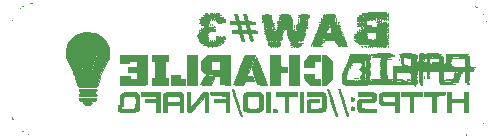
<source format=gbr>
G04 #@! TF.GenerationSoftware,KiCad,Pcbnew,(5.0.0)*
G04 #@! TF.CreationDate,2018-07-30T22:46:19+01:00*
G04 #@! TF.ProjectId,CHARLIE,434841524C49452E6B696361645F7063,rev?*
G04 #@! TF.SameCoordinates,Original*
G04 #@! TF.FileFunction,Legend,Bot*
G04 #@! TF.FilePolarity,Positive*
%FSLAX46Y46*%
G04 Gerber Fmt 4.6, Leading zero omitted, Abs format (unit mm)*
G04 Created by KiCad (PCBNEW (5.0.0)) date 07/30/18 22:46:19*
%MOMM*%
%LPD*%
G01*
G04 APERTURE LIST*
%ADD10C,0.010000*%
G04 APERTURE END LIST*
D10*
G04 #@! TO.C,G\002A\002A\002A*
G36*
X176190640Y-101563610D02*
X176195614Y-101575940D01*
X176224216Y-101606305D01*
X176229322Y-101607769D01*
X176242993Y-101583143D01*
X176243358Y-101575940D01*
X176218889Y-101545333D01*
X176209650Y-101544110D01*
X176190640Y-101563610D01*
X176190640Y-101563610D01*
G37*
X176190640Y-101563610D02*
X176195614Y-101575940D01*
X176224216Y-101606305D01*
X176229322Y-101607769D01*
X176242993Y-101583143D01*
X176243358Y-101575940D01*
X176218889Y-101545333D01*
X176209650Y-101544110D01*
X176190640Y-101563610D01*
G36*
X186439432Y-104896825D02*
X186443801Y-104915748D01*
X186460651Y-104918045D01*
X186486851Y-104906399D01*
X186481871Y-104896825D01*
X186444097Y-104893016D01*
X186439432Y-104896825D01*
X186439432Y-104896825D01*
G37*
X186439432Y-104896825D02*
X186443801Y-104915748D01*
X186460651Y-104918045D01*
X186486851Y-104906399D01*
X186481871Y-104896825D01*
X186444097Y-104893016D01*
X186439432Y-104896825D01*
G36*
X178057644Y-104997619D02*
X178073559Y-105013534D01*
X178089473Y-104997619D01*
X178073559Y-104981704D01*
X178057644Y-104997619D01*
X178057644Y-104997619D01*
G37*
X178057644Y-104997619D02*
X178073559Y-105013534D01*
X178089473Y-104997619D01*
X178073559Y-104981704D01*
X178057644Y-104997619D01*
G36*
X177898496Y-105220426D02*
X177914411Y-105236341D01*
X177930326Y-105220426D01*
X177914411Y-105204511D01*
X177898496Y-105220426D01*
X177898496Y-105220426D01*
G37*
X177898496Y-105220426D02*
X177914411Y-105236341D01*
X177930326Y-105220426D01*
X177914411Y-105204511D01*
X177898496Y-105220426D01*
G36*
X178335379Y-106134795D02*
X178319397Y-106136262D01*
X178293419Y-106141764D01*
X178324150Y-106145969D01*
X178404641Y-106148253D01*
X178455514Y-106148487D01*
X178553864Y-106147130D01*
X178603230Y-106143674D01*
X178597687Y-106138740D01*
X178574033Y-106136052D01*
X178453819Y-106131092D01*
X178335379Y-106134795D01*
X178335379Y-106134795D01*
G37*
X178335379Y-106134795D02*
X178319397Y-106136262D01*
X178293419Y-106141764D01*
X178324150Y-106145969D01*
X178404641Y-106148253D01*
X178455514Y-106148487D01*
X178553864Y-106147130D01*
X178603230Y-106143674D01*
X178597687Y-106138740D01*
X178574033Y-106136052D01*
X178453819Y-106131092D01*
X178335379Y-106134795D01*
G36*
X150970676Y-99745739D02*
X150986591Y-99761654D01*
X151002506Y-99745739D01*
X150986591Y-99729825D01*
X150970676Y-99745739D01*
X150970676Y-99745739D01*
G37*
X150970676Y-99745739D02*
X150986591Y-99761654D01*
X151002506Y-99745739D01*
X150986591Y-99729825D01*
X150970676Y-99745739D01*
G36*
X150811529Y-99777569D02*
X150827443Y-99793484D01*
X150843358Y-99777569D01*
X150827443Y-99761654D01*
X150811529Y-99777569D01*
X150811529Y-99777569D01*
G37*
X150811529Y-99777569D02*
X150827443Y-99793484D01*
X150843358Y-99777569D01*
X150827443Y-99761654D01*
X150811529Y-99777569D01*
G36*
X150206767Y-100032205D02*
X150222681Y-100048120D01*
X150238596Y-100032205D01*
X150222681Y-100016291D01*
X150206767Y-100032205D01*
X150206767Y-100032205D01*
G37*
X150206767Y-100032205D02*
X150222681Y-100048120D01*
X150238596Y-100032205D01*
X150222681Y-100016291D01*
X150206767Y-100032205D01*
G36*
X188529574Y-100032205D02*
X188545488Y-100048120D01*
X188561403Y-100032205D01*
X188545488Y-100016291D01*
X188529574Y-100032205D01*
X188529574Y-100032205D01*
G37*
X188529574Y-100032205D02*
X188545488Y-100048120D01*
X188561403Y-100032205D01*
X188545488Y-100016291D01*
X188529574Y-100032205D01*
G36*
X188625062Y-100095865D02*
X188640977Y-100111779D01*
X188656892Y-100095865D01*
X188640977Y-100079950D01*
X188625062Y-100095865D01*
X188625062Y-100095865D01*
G37*
X188625062Y-100095865D02*
X188640977Y-100111779D01*
X188656892Y-100095865D01*
X188640977Y-100079950D01*
X188625062Y-100095865D01*
G36*
X149983960Y-100191353D02*
X149999874Y-100207268D01*
X150015789Y-100191353D01*
X149999874Y-100175439D01*
X149983960Y-100191353D01*
X149983960Y-100191353D01*
G37*
X149983960Y-100191353D02*
X149999874Y-100207268D01*
X150015789Y-100191353D01*
X149999874Y-100175439D01*
X149983960Y-100191353D01*
G36*
X165686549Y-100631662D02*
X165690919Y-100650585D01*
X165707769Y-100652882D01*
X165733969Y-100641236D01*
X165728989Y-100631662D01*
X165691215Y-100627853D01*
X165686549Y-100631662D01*
X165686549Y-100631662D01*
G37*
X165686549Y-100631662D02*
X165690919Y-100650585D01*
X165707769Y-100652882D01*
X165733969Y-100641236D01*
X165728989Y-100631662D01*
X165691215Y-100627853D01*
X165686549Y-100631662D01*
G36*
X181114208Y-100645274D02*
X181113283Y-100652882D01*
X181137504Y-100683787D01*
X181145113Y-100684712D01*
X181176017Y-100660490D01*
X181176942Y-100652882D01*
X181152721Y-100621978D01*
X181145113Y-100621053D01*
X181114208Y-100645274D01*
X181114208Y-100645274D01*
G37*
X181114208Y-100645274D02*
X181113283Y-100652882D01*
X181137504Y-100683787D01*
X181145113Y-100684712D01*
X181176017Y-100660490D01*
X181176942Y-100652882D01*
X181152721Y-100621978D01*
X181145113Y-100621053D01*
X181114208Y-100645274D01*
G36*
X189197995Y-100700627D02*
X189213910Y-100716541D01*
X189229824Y-100700627D01*
X189213910Y-100684712D01*
X189197995Y-100700627D01*
X189197995Y-100700627D01*
G37*
X189197995Y-100700627D02*
X189213910Y-100716541D01*
X189229824Y-100700627D01*
X189213910Y-100684712D01*
X189197995Y-100700627D01*
G36*
X165517717Y-100772592D02*
X165516792Y-100780200D01*
X165541013Y-100811105D01*
X165548621Y-100812030D01*
X165579526Y-100787809D01*
X165580451Y-100780200D01*
X165556229Y-100749296D01*
X165548621Y-100748371D01*
X165517717Y-100772592D01*
X165517717Y-100772592D01*
G37*
X165517717Y-100772592D02*
X165516792Y-100780200D01*
X165541013Y-100811105D01*
X165548621Y-100812030D01*
X165579526Y-100787809D01*
X165580451Y-100780200D01*
X165556229Y-100749296D01*
X165548621Y-100748371D01*
X165517717Y-100772592D01*
G36*
X166918218Y-100772592D02*
X166917293Y-100780200D01*
X166941515Y-100811105D01*
X166949123Y-100812030D01*
X166980027Y-100787809D01*
X166980952Y-100780200D01*
X166956731Y-100749296D01*
X166949123Y-100748371D01*
X166918218Y-100772592D01*
X166918218Y-100772592D01*
G37*
X166918218Y-100772592D02*
X166917293Y-100780200D01*
X166941515Y-100811105D01*
X166949123Y-100812030D01*
X166980027Y-100787809D01*
X166980952Y-100780200D01*
X166956731Y-100749296D01*
X166949123Y-100748371D01*
X166918218Y-100772592D01*
G36*
X173516625Y-100949958D02*
X173520994Y-100968881D01*
X173537844Y-100971178D01*
X173564044Y-100959532D01*
X173559064Y-100949958D01*
X173521290Y-100946149D01*
X173516625Y-100949958D01*
X173516625Y-100949958D01*
G37*
X173516625Y-100949958D02*
X173520994Y-100968881D01*
X173537844Y-100971178D01*
X173564044Y-100959532D01*
X173559064Y-100949958D01*
X173521290Y-100946149D01*
X173516625Y-100949958D01*
G36*
X181123893Y-100981788D02*
X181128262Y-101000710D01*
X181145113Y-101003007D01*
X181171312Y-100991362D01*
X181166332Y-100981788D01*
X181128558Y-100977978D01*
X181123893Y-100981788D01*
X181123893Y-100981788D01*
G37*
X181123893Y-100981788D02*
X181128262Y-101000710D01*
X181145113Y-101003007D01*
X181171312Y-100991362D01*
X181166332Y-100981788D01*
X181128558Y-100977978D01*
X181123893Y-100981788D01*
G36*
X176721727Y-101059059D02*
X176720802Y-101066667D01*
X176745023Y-101097571D01*
X176752631Y-101098496D01*
X176783536Y-101074275D01*
X176784461Y-101066667D01*
X176760239Y-101035762D01*
X176752631Y-101034837D01*
X176721727Y-101059059D01*
X176721727Y-101059059D01*
G37*
X176721727Y-101059059D02*
X176720802Y-101066667D01*
X176745023Y-101097571D01*
X176752631Y-101098496D01*
X176783536Y-101074275D01*
X176784461Y-101066667D01*
X176760239Y-101035762D01*
X176752631Y-101034837D01*
X176721727Y-101059059D01*
G36*
X166217967Y-101122718D02*
X166217042Y-101130326D01*
X166241264Y-101161230D01*
X166248872Y-101162155D01*
X166279777Y-101137934D01*
X166280702Y-101130326D01*
X166256480Y-101099421D01*
X166248872Y-101098496D01*
X166217967Y-101122718D01*
X166217967Y-101122718D01*
G37*
X166217967Y-101122718D02*
X166217042Y-101130326D01*
X166241264Y-101161230D01*
X166248872Y-101162155D01*
X166279777Y-101137934D01*
X166280702Y-101130326D01*
X166256480Y-101099421D01*
X166248872Y-101098496D01*
X166217967Y-101122718D01*
G36*
X166381577Y-101115683D02*
X166376190Y-101130326D01*
X166401971Y-101158564D01*
X166423935Y-101162155D01*
X166466292Y-101144968D01*
X166471679Y-101130326D01*
X166445898Y-101102087D01*
X166423935Y-101098496D01*
X166381577Y-101115683D01*
X166381577Y-101115683D01*
G37*
X166381577Y-101115683D02*
X166376190Y-101130326D01*
X166401971Y-101158564D01*
X166423935Y-101162155D01*
X166466292Y-101144968D01*
X166471679Y-101130326D01*
X166445898Y-101102087D01*
X166423935Y-101098496D01*
X166381577Y-101115683D01*
G36*
X171915461Y-101122718D02*
X171914536Y-101130326D01*
X171938758Y-101161230D01*
X171946366Y-101162155D01*
X171977270Y-101137934D01*
X171978195Y-101130326D01*
X171953974Y-101099421D01*
X171946366Y-101098496D01*
X171915461Y-101122718D01*
X171915461Y-101122718D01*
G37*
X171915461Y-101122718D02*
X171914536Y-101130326D01*
X171938758Y-101161230D01*
X171946366Y-101162155D01*
X171977270Y-101137934D01*
X171978195Y-101130326D01*
X171953974Y-101099421D01*
X171946366Y-101098496D01*
X171915461Y-101122718D01*
G36*
X173506940Y-101122718D02*
X173506015Y-101130326D01*
X173530236Y-101161230D01*
X173537844Y-101162155D01*
X173568749Y-101137934D01*
X173569674Y-101130326D01*
X173545452Y-101099421D01*
X173537844Y-101098496D01*
X173506940Y-101122718D01*
X173506940Y-101122718D01*
G37*
X173506940Y-101122718D02*
X173506015Y-101130326D01*
X173530236Y-101161230D01*
X173537844Y-101162155D01*
X173568749Y-101137934D01*
X173569674Y-101130326D01*
X173545452Y-101099421D01*
X173537844Y-101098496D01*
X173506940Y-101122718D01*
G36*
X180031077Y-101114411D02*
X180000713Y-101143013D01*
X179999248Y-101148119D01*
X180023874Y-101161790D01*
X180031077Y-101162155D01*
X180061684Y-101137686D01*
X180062907Y-101128447D01*
X180043407Y-101109438D01*
X180031077Y-101114411D01*
X180031077Y-101114411D01*
G37*
X180031077Y-101114411D02*
X180000713Y-101143013D01*
X179999248Y-101148119D01*
X180023874Y-101161790D01*
X180031077Y-101162155D01*
X180061684Y-101137686D01*
X180062907Y-101128447D01*
X180043407Y-101109438D01*
X180031077Y-101114411D01*
G36*
X180191150Y-101122718D02*
X180190225Y-101130326D01*
X180214447Y-101161230D01*
X180222055Y-101162155D01*
X180252960Y-101137934D01*
X180253884Y-101130326D01*
X180229663Y-101099421D01*
X180222055Y-101098496D01*
X180191150Y-101122718D01*
X180191150Y-101122718D01*
G37*
X180191150Y-101122718D02*
X180190225Y-101130326D01*
X180214447Y-101161230D01*
X180222055Y-101162155D01*
X180252960Y-101137934D01*
X180253884Y-101130326D01*
X180229663Y-101099421D01*
X180222055Y-101098496D01*
X180191150Y-101122718D01*
G36*
X181145113Y-101114411D02*
X181114748Y-101143013D01*
X181113283Y-101148119D01*
X181137909Y-101161790D01*
X181145113Y-101162155D01*
X181175719Y-101137686D01*
X181176942Y-101128447D01*
X181157442Y-101109438D01*
X181145113Y-101114411D01*
X181145113Y-101114411D01*
G37*
X181145113Y-101114411D02*
X181114748Y-101143013D01*
X181113283Y-101148119D01*
X181137909Y-101161790D01*
X181145113Y-101162155D01*
X181175719Y-101137686D01*
X181176942Y-101128447D01*
X181157442Y-101109438D01*
X181145113Y-101114411D01*
G36*
X149315539Y-101178070D02*
X149331453Y-101193985D01*
X149347368Y-101178070D01*
X149331453Y-101162155D01*
X149315539Y-101178070D01*
X149315539Y-101178070D01*
G37*
X149315539Y-101178070D02*
X149331453Y-101193985D01*
X149347368Y-101178070D01*
X149331453Y-101162155D01*
X149315539Y-101178070D01*
G36*
X176724393Y-101187936D02*
X176720802Y-101209900D01*
X176737989Y-101252257D01*
X176752631Y-101257644D01*
X176780870Y-101231863D01*
X176784461Y-101209900D01*
X176767274Y-101167542D01*
X176752631Y-101162155D01*
X176724393Y-101187936D01*
X176724393Y-101187936D01*
G37*
X176724393Y-101187936D02*
X176720802Y-101209900D01*
X176737989Y-101252257D01*
X176752631Y-101257644D01*
X176780870Y-101231863D01*
X176784461Y-101209900D01*
X176767274Y-101167542D01*
X176752631Y-101162155D01*
X176724393Y-101187936D01*
G36*
X178566917Y-101305388D02*
X178582832Y-101321303D01*
X178598747Y-101305388D01*
X178582832Y-101289474D01*
X178566917Y-101305388D01*
X178566917Y-101305388D01*
G37*
X178566917Y-101305388D02*
X178582832Y-101321303D01*
X178598747Y-101305388D01*
X178582832Y-101289474D01*
X178566917Y-101305388D01*
G36*
X189452631Y-101305388D02*
X189468546Y-101321303D01*
X189484461Y-101305388D01*
X189468546Y-101289474D01*
X189452631Y-101305388D01*
X189452631Y-101305388D01*
G37*
X189452631Y-101305388D02*
X189468546Y-101321303D01*
X189484461Y-101305388D01*
X189468546Y-101289474D01*
X189452631Y-101305388D01*
G36*
X170524645Y-101300083D02*
X170520835Y-101337858D01*
X170524645Y-101342523D01*
X170543567Y-101338154D01*
X170545864Y-101321303D01*
X170534218Y-101295104D01*
X170524645Y-101300083D01*
X170524645Y-101300083D01*
G37*
X170524645Y-101300083D02*
X170520835Y-101337858D01*
X170524645Y-101342523D01*
X170543567Y-101338154D01*
X170545864Y-101321303D01*
X170534218Y-101295104D01*
X170524645Y-101300083D01*
G36*
X179754813Y-100557607D02*
X179532833Y-100559037D01*
X179361921Y-100562867D01*
X179235782Y-100570282D01*
X179148120Y-100582466D01*
X179092640Y-100600603D01*
X179063047Y-100625877D01*
X179053044Y-100659473D01*
X179056338Y-100702573D01*
X179063374Y-100739994D01*
X179088007Y-100808414D01*
X179128681Y-100823721D01*
X179137330Y-100821911D01*
X179201921Y-100831652D01*
X179230460Y-100853896D01*
X179248264Y-100890948D01*
X179214041Y-100913342D01*
X179191406Y-100919632D01*
X179111574Y-100942113D01*
X179067026Y-100957077D01*
X179026404Y-100943199D01*
X178988140Y-100882345D01*
X178959534Y-100791004D01*
X178947904Y-100687919D01*
X178944274Y-100633246D01*
X178929951Y-100636457D01*
X178913041Y-100663434D01*
X178892725Y-100741804D01*
X178896762Y-100789096D01*
X178898066Y-100862386D01*
X178868545Y-100910043D01*
X178821426Y-100916123D01*
X178801416Y-100904014D01*
X178763769Y-100842899D01*
X178757895Y-100808133D01*
X178743791Y-100758565D01*
X178726065Y-100748371D01*
X178702224Y-100775634D01*
X178694235Y-100828741D01*
X178680501Y-100889939D01*
X178627344Y-100921362D01*
X178597082Y-100928541D01*
X178532650Y-100947933D01*
X178508448Y-100985331D01*
X178509551Y-101061764D01*
X178525873Y-101143582D01*
X178565680Y-101183370D01*
X178598747Y-101194033D01*
X178668949Y-101236139D01*
X178688492Y-101282821D01*
X178710196Y-101340394D01*
X178739341Y-101348830D01*
X178757288Y-101305838D01*
X178757895Y-101291352D01*
X178773539Y-101224870D01*
X178810289Y-101213606D01*
X178852871Y-101260538D01*
X178858357Y-101271764D01*
X178902044Y-101338774D01*
X178941343Y-101345648D01*
X178970926Y-101291551D01*
X178971479Y-101289474D01*
X178997939Y-101237846D01*
X179019223Y-101225814D01*
X179051380Y-101252342D01*
X179066968Y-101289474D01*
X179093600Y-101333083D01*
X179154704Y-101351117D01*
X179207221Y-101353133D01*
X179287721Y-101348477D01*
X179322889Y-101326745D01*
X179330820Y-101276287D01*
X179330827Y-101273559D01*
X179340958Y-101216900D01*
X179384199Y-101195998D01*
X179427315Y-101193985D01*
X179508475Y-101178247D01*
X179543651Y-101127007D01*
X179535564Y-101034225D01*
X179521270Y-100985475D01*
X179500715Y-100890057D01*
X179506829Y-100875689D01*
X179410401Y-100875689D01*
X179403185Y-100902938D01*
X179380450Y-100907519D01*
X179336900Y-100890901D01*
X179330827Y-100875689D01*
X179353672Y-100844771D01*
X179360778Y-100843860D01*
X179403886Y-100866996D01*
X179410401Y-100875689D01*
X179506829Y-100875689D01*
X179521312Y-100841655D01*
X179587339Y-100836115D01*
X179657080Y-100853670D01*
X179742406Y-100887911D01*
X179773293Y-100916832D01*
X179747370Y-100935328D01*
X179696867Y-100939348D01*
X179643054Y-100947672D01*
X179621024Y-100985127D01*
X179617293Y-101050752D01*
X179621147Y-101122080D01*
X179644946Y-101153778D01*
X179707043Y-101161906D01*
X179744611Y-101162155D01*
X179824332Y-101154654D01*
X179868679Y-101135913D01*
X179871930Y-101128325D01*
X179845697Y-101105579D01*
X179803272Y-101104453D01*
X179743662Y-101097622D01*
X179721863Y-101077078D01*
X179738338Y-101044826D01*
X179782564Y-101029334D01*
X179843823Y-100998164D01*
X179856072Y-100955688D01*
X179875425Y-100897183D01*
X179918359Y-100882997D01*
X179962405Y-100913494D01*
X179980089Y-100953671D01*
X180008806Y-101021036D01*
X180041537Y-101025872D01*
X180072509Y-100968552D01*
X180078600Y-100947306D01*
X180101193Y-100859774D01*
X180149592Y-100931391D01*
X180206255Y-100985243D01*
X180257160Y-101003007D01*
X180312486Y-101031847D01*
X180336303Y-101082581D01*
X180363710Y-101145042D01*
X180393645Y-101159365D01*
X180411931Y-101121983D01*
X180413032Y-101101902D01*
X180436434Y-101042087D01*
X180463380Y-101022328D01*
X180518423Y-101005960D01*
X180537954Y-101027011D01*
X180540351Y-101082581D01*
X180556636Y-101146140D01*
X180587096Y-101162155D01*
X180619010Y-101141601D01*
X180614288Y-101111199D01*
X180619332Y-101053492D01*
X180639159Y-101032112D01*
X180699575Y-101005862D01*
X180726856Y-101032084D01*
X180731328Y-101082581D01*
X180747930Y-101146581D01*
X180779072Y-101162155D01*
X180817955Y-101135619D01*
X180826817Y-101098496D01*
X180840146Y-101046774D01*
X180858646Y-101034837D01*
X180884507Y-101061496D01*
X180890476Y-101098496D01*
X180908709Y-101150754D01*
X180947154Y-101159537D01*
X180981426Y-101126801D01*
X180989736Y-101090539D01*
X180990380Y-101013800D01*
X180987798Y-100976774D01*
X181006227Y-100908607D01*
X181064419Y-100857100D01*
X181117180Y-100843860D01*
X181166610Y-100822868D01*
X181176942Y-100796115D01*
X181150492Y-100757217D01*
X181114100Y-100748371D01*
X181052438Y-100719873D01*
X181001879Y-100652882D01*
X180952500Y-100557393D01*
X180034157Y-100557393D01*
X179754813Y-100557607D01*
X179754813Y-100557607D01*
G37*
X179754813Y-100557607D02*
X179532833Y-100559037D01*
X179361921Y-100562867D01*
X179235782Y-100570282D01*
X179148120Y-100582466D01*
X179092640Y-100600603D01*
X179063047Y-100625877D01*
X179053044Y-100659473D01*
X179056338Y-100702573D01*
X179063374Y-100739994D01*
X179088007Y-100808414D01*
X179128681Y-100823721D01*
X179137330Y-100821911D01*
X179201921Y-100831652D01*
X179230460Y-100853896D01*
X179248264Y-100890948D01*
X179214041Y-100913342D01*
X179191406Y-100919632D01*
X179111574Y-100942113D01*
X179067026Y-100957077D01*
X179026404Y-100943199D01*
X178988140Y-100882345D01*
X178959534Y-100791004D01*
X178947904Y-100687919D01*
X178944274Y-100633246D01*
X178929951Y-100636457D01*
X178913041Y-100663434D01*
X178892725Y-100741804D01*
X178896762Y-100789096D01*
X178898066Y-100862386D01*
X178868545Y-100910043D01*
X178821426Y-100916123D01*
X178801416Y-100904014D01*
X178763769Y-100842899D01*
X178757895Y-100808133D01*
X178743791Y-100758565D01*
X178726065Y-100748371D01*
X178702224Y-100775634D01*
X178694235Y-100828741D01*
X178680501Y-100889939D01*
X178627344Y-100921362D01*
X178597082Y-100928541D01*
X178532650Y-100947933D01*
X178508448Y-100985331D01*
X178509551Y-101061764D01*
X178525873Y-101143582D01*
X178565680Y-101183370D01*
X178598747Y-101194033D01*
X178668949Y-101236139D01*
X178688492Y-101282821D01*
X178710196Y-101340394D01*
X178739341Y-101348830D01*
X178757288Y-101305838D01*
X178757895Y-101291352D01*
X178773539Y-101224870D01*
X178810289Y-101213606D01*
X178852871Y-101260538D01*
X178858357Y-101271764D01*
X178902044Y-101338774D01*
X178941343Y-101345648D01*
X178970926Y-101291551D01*
X178971479Y-101289474D01*
X178997939Y-101237846D01*
X179019223Y-101225814D01*
X179051380Y-101252342D01*
X179066968Y-101289474D01*
X179093600Y-101333083D01*
X179154704Y-101351117D01*
X179207221Y-101353133D01*
X179287721Y-101348477D01*
X179322889Y-101326745D01*
X179330820Y-101276287D01*
X179330827Y-101273559D01*
X179340958Y-101216900D01*
X179384199Y-101195998D01*
X179427315Y-101193985D01*
X179508475Y-101178247D01*
X179543651Y-101127007D01*
X179535564Y-101034225D01*
X179521270Y-100985475D01*
X179500715Y-100890057D01*
X179506829Y-100875689D01*
X179410401Y-100875689D01*
X179403185Y-100902938D01*
X179380450Y-100907519D01*
X179336900Y-100890901D01*
X179330827Y-100875689D01*
X179353672Y-100844771D01*
X179360778Y-100843860D01*
X179403886Y-100866996D01*
X179410401Y-100875689D01*
X179506829Y-100875689D01*
X179521312Y-100841655D01*
X179587339Y-100836115D01*
X179657080Y-100853670D01*
X179742406Y-100887911D01*
X179773293Y-100916832D01*
X179747370Y-100935328D01*
X179696867Y-100939348D01*
X179643054Y-100947672D01*
X179621024Y-100985127D01*
X179617293Y-101050752D01*
X179621147Y-101122080D01*
X179644946Y-101153778D01*
X179707043Y-101161906D01*
X179744611Y-101162155D01*
X179824332Y-101154654D01*
X179868679Y-101135913D01*
X179871930Y-101128325D01*
X179845697Y-101105579D01*
X179803272Y-101104453D01*
X179743662Y-101097622D01*
X179721863Y-101077078D01*
X179738338Y-101044826D01*
X179782564Y-101029334D01*
X179843823Y-100998164D01*
X179856072Y-100955688D01*
X179875425Y-100897183D01*
X179918359Y-100882997D01*
X179962405Y-100913494D01*
X179980089Y-100953671D01*
X180008806Y-101021036D01*
X180041537Y-101025872D01*
X180072509Y-100968552D01*
X180078600Y-100947306D01*
X180101193Y-100859774D01*
X180149592Y-100931391D01*
X180206255Y-100985243D01*
X180257160Y-101003007D01*
X180312486Y-101031847D01*
X180336303Y-101082581D01*
X180363710Y-101145042D01*
X180393645Y-101159365D01*
X180411931Y-101121983D01*
X180413032Y-101101902D01*
X180436434Y-101042087D01*
X180463380Y-101022328D01*
X180518423Y-101005960D01*
X180537954Y-101027011D01*
X180540351Y-101082581D01*
X180556636Y-101146140D01*
X180587096Y-101162155D01*
X180619010Y-101141601D01*
X180614288Y-101111199D01*
X180619332Y-101053492D01*
X180639159Y-101032112D01*
X180699575Y-101005862D01*
X180726856Y-101032084D01*
X180731328Y-101082581D01*
X180747930Y-101146581D01*
X180779072Y-101162155D01*
X180817955Y-101135619D01*
X180826817Y-101098496D01*
X180840146Y-101046774D01*
X180858646Y-101034837D01*
X180884507Y-101061496D01*
X180890476Y-101098496D01*
X180908709Y-101150754D01*
X180947154Y-101159537D01*
X180981426Y-101126801D01*
X180989736Y-101090539D01*
X180990380Y-101013800D01*
X180987798Y-100976774D01*
X181006227Y-100908607D01*
X181064419Y-100857100D01*
X181117180Y-100843860D01*
X181166610Y-100822868D01*
X181176942Y-100796115D01*
X181150492Y-100757217D01*
X181114100Y-100748371D01*
X181052438Y-100719873D01*
X181001879Y-100652882D01*
X180952500Y-100557393D01*
X180034157Y-100557393D01*
X179754813Y-100557607D01*
G36*
X180188026Y-101306748D02*
X180159803Y-101337475D01*
X180191948Y-101352510D01*
X180208019Y-101353133D01*
X180240802Y-101337472D01*
X180237649Y-101320784D01*
X180199503Y-101302422D01*
X180188026Y-101306748D01*
X180188026Y-101306748D01*
G37*
X180188026Y-101306748D02*
X180159803Y-101337475D01*
X180191948Y-101352510D01*
X180208019Y-101353133D01*
X180240802Y-101337472D01*
X180237649Y-101320784D01*
X180199503Y-101302422D01*
X180188026Y-101306748D01*
G36*
X180322930Y-101306661D02*
X180317544Y-101321303D01*
X180343324Y-101349542D01*
X180365288Y-101353133D01*
X180407646Y-101335946D01*
X180413032Y-101321303D01*
X180387252Y-101293065D01*
X180365288Y-101289474D01*
X180322930Y-101306661D01*
X180322930Y-101306661D01*
G37*
X180322930Y-101306661D02*
X180317544Y-101321303D01*
X180343324Y-101349542D01*
X180365288Y-101353133D01*
X180407646Y-101335946D01*
X180413032Y-101321303D01*
X180387252Y-101293065D01*
X180365288Y-101289474D01*
X180322930Y-101306661D01*
G36*
X180513908Y-101306661D02*
X180508521Y-101321303D01*
X180534302Y-101349542D01*
X180556265Y-101353133D01*
X180598623Y-101335946D01*
X180604010Y-101321303D01*
X180578229Y-101293065D01*
X180556265Y-101289474D01*
X180513908Y-101306661D01*
X180513908Y-101306661D01*
G37*
X180513908Y-101306661D02*
X180508521Y-101321303D01*
X180534302Y-101349542D01*
X180556265Y-101353133D01*
X180598623Y-101335946D01*
X180604010Y-101321303D01*
X180578229Y-101293065D01*
X180556265Y-101289474D01*
X180513908Y-101306661D01*
G36*
X180708119Y-101333902D02*
X180717612Y-101348369D01*
X180749895Y-101350620D01*
X180783859Y-101342846D01*
X180769126Y-101331390D01*
X180719380Y-101327595D01*
X180708119Y-101333902D01*
X180708119Y-101333902D01*
G37*
X180708119Y-101333902D02*
X180717612Y-101348369D01*
X180749895Y-101350620D01*
X180783859Y-101342846D01*
X180769126Y-101331390D01*
X180719380Y-101327595D01*
X180708119Y-101333902D01*
G36*
X180901086Y-101331913D02*
X180905455Y-101350836D01*
X180922306Y-101353133D01*
X180948505Y-101341487D01*
X180943525Y-101331913D01*
X180905751Y-101328104D01*
X180901086Y-101331913D01*
X180901086Y-101331913D01*
G37*
X180901086Y-101331913D02*
X180905455Y-101350836D01*
X180922306Y-101353133D01*
X180948505Y-101341487D01*
X180943525Y-101331913D01*
X180905751Y-101328104D01*
X180901086Y-101331913D01*
G36*
X176912704Y-101377354D02*
X176911779Y-101384962D01*
X176936001Y-101415867D01*
X176943609Y-101416792D01*
X176974513Y-101392570D01*
X176975438Y-101384962D01*
X176951217Y-101354058D01*
X176943609Y-101353133D01*
X176912704Y-101377354D01*
X176912704Y-101377354D01*
G37*
X176912704Y-101377354D02*
X176911779Y-101384962D01*
X176936001Y-101415867D01*
X176943609Y-101416792D01*
X176974513Y-101392570D01*
X176975438Y-101384962D01*
X176951217Y-101354058D01*
X176943609Y-101353133D01*
X176912704Y-101377354D01*
G36*
X165166666Y-101432707D02*
X165182581Y-101448621D01*
X165198496Y-101432707D01*
X165182581Y-101416792D01*
X165166666Y-101432707D01*
X165166666Y-101432707D01*
G37*
X165166666Y-101432707D02*
X165182581Y-101448621D01*
X165198496Y-101432707D01*
X165182581Y-101416792D01*
X165166666Y-101432707D01*
G36*
X171416204Y-101468121D02*
X171421178Y-101480451D01*
X171449780Y-101510816D01*
X171454886Y-101512281D01*
X171468557Y-101487654D01*
X171468922Y-101480451D01*
X171444453Y-101449845D01*
X171435214Y-101448621D01*
X171416204Y-101468121D01*
X171416204Y-101468121D01*
G37*
X171416204Y-101468121D02*
X171421178Y-101480451D01*
X171449780Y-101510816D01*
X171454886Y-101512281D01*
X171468557Y-101487654D01*
X171468922Y-101480451D01*
X171444453Y-101449845D01*
X171435214Y-101448621D01*
X171416204Y-101468121D01*
G36*
X181114208Y-101504673D02*
X181113283Y-101512281D01*
X181137504Y-101543185D01*
X181145113Y-101544110D01*
X181176017Y-101519889D01*
X181176942Y-101512281D01*
X181152721Y-101481376D01*
X181145113Y-101480451D01*
X181114208Y-101504673D01*
X181114208Y-101504673D01*
G37*
X181114208Y-101504673D02*
X181113283Y-101512281D01*
X181137504Y-101543185D01*
X181145113Y-101544110D01*
X181176017Y-101519889D01*
X181176942Y-101512281D01*
X181152721Y-101481376D01*
X181145113Y-101480451D01*
X181114208Y-101504673D01*
G36*
X166058819Y-101600161D02*
X166057895Y-101607769D01*
X166082116Y-101638674D01*
X166089724Y-101639599D01*
X166120629Y-101615377D01*
X166121554Y-101607769D01*
X166097332Y-101576865D01*
X166089724Y-101575940D01*
X166058819Y-101600161D01*
X166058819Y-101600161D01*
G37*
X166058819Y-101600161D02*
X166057895Y-101607769D01*
X166082116Y-101638674D01*
X166089724Y-101639599D01*
X166120629Y-101615377D01*
X166121554Y-101607769D01*
X166097332Y-101576865D01*
X166089724Y-101575940D01*
X166058819Y-101600161D01*
G36*
X166217967Y-101600161D02*
X166217042Y-101607769D01*
X166241264Y-101638674D01*
X166248872Y-101639599D01*
X166279777Y-101615377D01*
X166280702Y-101607769D01*
X166256480Y-101576865D01*
X166248872Y-101575940D01*
X166217967Y-101600161D01*
X166217967Y-101600161D01*
G37*
X166217967Y-101600161D02*
X166217042Y-101607769D01*
X166241264Y-101638674D01*
X166248872Y-101639599D01*
X166279777Y-101615377D01*
X166280702Y-101607769D01*
X166256480Y-101576865D01*
X166248872Y-101575940D01*
X166217967Y-101600161D01*
G36*
X173156814Y-101631991D02*
X173155889Y-101639599D01*
X173180111Y-101670504D01*
X173187719Y-101671429D01*
X173218624Y-101647207D01*
X173219549Y-101639599D01*
X173195327Y-101608694D01*
X173187719Y-101607769D01*
X173156814Y-101631991D01*
X173156814Y-101631991D01*
G37*
X173156814Y-101631991D02*
X173155889Y-101639599D01*
X173180111Y-101670504D01*
X173187719Y-101671429D01*
X173218624Y-101647207D01*
X173219549Y-101639599D01*
X173195327Y-101608694D01*
X173187719Y-101607769D01*
X173156814Y-101631991D01*
G36*
X179431861Y-101633248D02*
X179426316Y-101655514D01*
X179451794Y-101697712D01*
X179474060Y-101703258D01*
X179516259Y-101677780D01*
X179521804Y-101655514D01*
X179496326Y-101613315D01*
X179474060Y-101607769D01*
X179431861Y-101633248D01*
X179431861Y-101633248D01*
G37*
X179431861Y-101633248D02*
X179426316Y-101655514D01*
X179451794Y-101697712D01*
X179474060Y-101703258D01*
X179516259Y-101677780D01*
X179521804Y-101655514D01*
X179496326Y-101613315D01*
X179474060Y-101607769D01*
X179431861Y-101633248D01*
G36*
X179651993Y-101646228D02*
X179655894Y-101675829D01*
X179673425Y-101699789D01*
X179694227Y-101675701D01*
X179705906Y-101628842D01*
X179700054Y-101616262D01*
X179668588Y-101611035D01*
X179651993Y-101646228D01*
X179651993Y-101646228D01*
G37*
X179651993Y-101646228D02*
X179655894Y-101675829D01*
X179673425Y-101699789D01*
X179694227Y-101675701D01*
X179705906Y-101628842D01*
X179700054Y-101616262D01*
X179668588Y-101611035D01*
X179651993Y-101646228D01*
G36*
X166381577Y-101752275D02*
X166376190Y-101766917D01*
X166401971Y-101795156D01*
X166423935Y-101798747D01*
X166466292Y-101781560D01*
X166471679Y-101766917D01*
X166445898Y-101738679D01*
X166423935Y-101735088D01*
X166381577Y-101752275D01*
X166381577Y-101752275D01*
G37*
X166381577Y-101752275D02*
X166376190Y-101766917D01*
X166401971Y-101795156D01*
X166423935Y-101798747D01*
X166466292Y-101781560D01*
X166471679Y-101766917D01*
X166445898Y-101738679D01*
X166423935Y-101735088D01*
X166381577Y-101752275D01*
G36*
X173166499Y-101809357D02*
X173170869Y-101828279D01*
X173187719Y-101830576D01*
X173213918Y-101818930D01*
X173208939Y-101809357D01*
X173171165Y-101805547D01*
X173166499Y-101809357D01*
X173166499Y-101809357D01*
G37*
X173166499Y-101809357D02*
X173170869Y-101828279D01*
X173187719Y-101830576D01*
X173213918Y-101818930D01*
X173208939Y-101809357D01*
X173171165Y-101805547D01*
X173166499Y-101809357D01*
G36*
X170678569Y-101815934D02*
X170673183Y-101830576D01*
X170698963Y-101858815D01*
X170720927Y-101862406D01*
X170763285Y-101845219D01*
X170768671Y-101830576D01*
X170742891Y-101802338D01*
X170720927Y-101798747D01*
X170678569Y-101815934D01*
X170678569Y-101815934D01*
G37*
X170678569Y-101815934D02*
X170673183Y-101830576D01*
X170698963Y-101858815D01*
X170720927Y-101862406D01*
X170763285Y-101845219D01*
X170768671Y-101830576D01*
X170742891Y-101802338D01*
X170720927Y-101798747D01*
X170678569Y-101815934D01*
G36*
X171406188Y-101822968D02*
X171405263Y-101830576D01*
X171429484Y-101861481D01*
X171437093Y-101862406D01*
X171467997Y-101838184D01*
X171468922Y-101830576D01*
X171444701Y-101799672D01*
X171437093Y-101798747D01*
X171406188Y-101822968D01*
X171406188Y-101822968D01*
G37*
X171406188Y-101822968D02*
X171405263Y-101830576D01*
X171429484Y-101861481D01*
X171437093Y-101862406D01*
X171467997Y-101838184D01*
X171468922Y-101830576D01*
X171444701Y-101799672D01*
X171437093Y-101798747D01*
X171406188Y-101822968D01*
G36*
X181123893Y-101841186D02*
X181128262Y-101860109D01*
X181145113Y-101862406D01*
X181171312Y-101850760D01*
X181166332Y-101841186D01*
X181128558Y-101837377D01*
X181123893Y-101841186D01*
X181123893Y-101841186D01*
G37*
X181123893Y-101841186D02*
X181128262Y-101860109D01*
X181145113Y-101862406D01*
X181171312Y-101850760D01*
X181166332Y-101841186D01*
X181128558Y-101837377D01*
X181123893Y-101841186D01*
G36*
X178888804Y-101824527D02*
X178885213Y-101846491D01*
X178902400Y-101888849D01*
X178917042Y-101894236D01*
X178945281Y-101868455D01*
X178948872Y-101846491D01*
X178931685Y-101804133D01*
X178917042Y-101798747D01*
X178888804Y-101824527D01*
X178888804Y-101824527D01*
G37*
X178888804Y-101824527D02*
X178885213Y-101846491D01*
X178902400Y-101888849D01*
X178917042Y-101894236D01*
X178945281Y-101868455D01*
X178948872Y-101846491D01*
X178931685Y-101804133D01*
X178917042Y-101798747D01*
X178888804Y-101824527D01*
G36*
X170702813Y-101943339D02*
X170674590Y-101974066D01*
X170706735Y-101989102D01*
X170722806Y-101989724D01*
X170755589Y-101974064D01*
X170752436Y-101957375D01*
X170714290Y-101939014D01*
X170702813Y-101943339D01*
X170702813Y-101943339D01*
G37*
X170702813Y-101943339D02*
X170674590Y-101974066D01*
X170706735Y-101989102D01*
X170722806Y-101989724D01*
X170755589Y-101974064D01*
X170752436Y-101957375D01*
X170714290Y-101939014D01*
X170702813Y-101943339D01*
G36*
X171565336Y-101950287D02*
X171564411Y-101957895D01*
X171588632Y-101988799D01*
X171596240Y-101989724D01*
X171627145Y-101965503D01*
X171628070Y-101957895D01*
X171603848Y-101926990D01*
X171596240Y-101926065D01*
X171565336Y-101950287D01*
X171565336Y-101950287D01*
G37*
X171565336Y-101950287D02*
X171564411Y-101957895D01*
X171588632Y-101988799D01*
X171596240Y-101989724D01*
X171627145Y-101965503D01*
X171628070Y-101957895D01*
X171603848Y-101926990D01*
X171596240Y-101926065D01*
X171565336Y-101950287D01*
G36*
X171408854Y-101951846D02*
X171405263Y-101973809D01*
X171422450Y-102016167D01*
X171437093Y-102021554D01*
X171465331Y-101995773D01*
X171468922Y-101973809D01*
X171451735Y-101931452D01*
X171437093Y-101926065D01*
X171408854Y-101951846D01*
X171408854Y-101951846D01*
G37*
X171408854Y-101951846D02*
X171405263Y-101973809D01*
X171422450Y-102016167D01*
X171437093Y-102021554D01*
X171465331Y-101995773D01*
X171468922Y-101973809D01*
X171451735Y-101931452D01*
X171437093Y-101926065D01*
X171408854Y-101951846D01*
G36*
X173159481Y-101951846D02*
X173155889Y-101973809D01*
X173173077Y-102016167D01*
X173187719Y-102021554D01*
X173215958Y-101995773D01*
X173219549Y-101973809D01*
X173202362Y-101931452D01*
X173187719Y-101926065D01*
X173159481Y-101951846D01*
X173159481Y-101951846D01*
G37*
X173159481Y-101951846D02*
X173155889Y-101973809D01*
X173173077Y-102016167D01*
X173187719Y-102021554D01*
X173215958Y-101995773D01*
X173219549Y-101973809D01*
X173202362Y-101931452D01*
X173187719Y-101926065D01*
X173159481Y-101951846D01*
G36*
X178695160Y-102013946D02*
X178694235Y-102021554D01*
X178718457Y-102052458D01*
X178726065Y-102053383D01*
X178756970Y-102029162D01*
X178757895Y-102021554D01*
X178733673Y-101990649D01*
X178726065Y-101989724D01*
X178695160Y-102013946D01*
X178695160Y-102013946D01*
G37*
X178695160Y-102013946D02*
X178694235Y-102021554D01*
X178718457Y-102052458D01*
X178726065Y-102053383D01*
X178756970Y-102029162D01*
X178757895Y-102021554D01*
X178733673Y-101990649D01*
X178726065Y-101989724D01*
X178695160Y-102013946D01*
G36*
X165177276Y-102063993D02*
X165173467Y-102101768D01*
X165177276Y-102106433D01*
X165196199Y-102102063D01*
X165198496Y-102085213D01*
X165186850Y-102059014D01*
X165177276Y-102063993D01*
X165177276Y-102063993D01*
G37*
X165177276Y-102063993D02*
X165173467Y-102101768D01*
X165177276Y-102106433D01*
X165196199Y-102102063D01*
X165198496Y-102085213D01*
X165186850Y-102059014D01*
X165177276Y-102063993D01*
G36*
X178508644Y-102166059D02*
X178503258Y-102180702D01*
X178529039Y-102208940D01*
X178551002Y-102212531D01*
X178593360Y-102195344D01*
X178598747Y-102180702D01*
X178572966Y-102152463D01*
X178551002Y-102148872D01*
X178508644Y-102166059D01*
X178508644Y-102166059D01*
G37*
X178508644Y-102166059D02*
X178503258Y-102180702D01*
X178529039Y-102208940D01*
X178551002Y-102212531D01*
X178593360Y-102195344D01*
X178598747Y-102180702D01*
X178572966Y-102152463D01*
X178551002Y-102148872D01*
X178508644Y-102166059D01*
G36*
X178695160Y-102173094D02*
X178694235Y-102180702D01*
X178718457Y-102211606D01*
X178726065Y-102212531D01*
X178756970Y-102188310D01*
X178757895Y-102180702D01*
X178733673Y-102149797D01*
X178726065Y-102148872D01*
X178695160Y-102173094D01*
X178695160Y-102173094D01*
G37*
X178695160Y-102173094D02*
X178694235Y-102180702D01*
X178718457Y-102211606D01*
X178726065Y-102212531D01*
X178756970Y-102188310D01*
X178757895Y-102180702D01*
X178733673Y-102149797D01*
X178726065Y-102148872D01*
X178695160Y-102173094D01*
G36*
X181145113Y-102164787D02*
X181114748Y-102193389D01*
X181113283Y-102198495D01*
X181137909Y-102212166D01*
X181145113Y-102212531D01*
X181175719Y-102188062D01*
X181176942Y-102178823D01*
X181157442Y-102159813D01*
X181145113Y-102164787D01*
X181145113Y-102164787D01*
G37*
X181145113Y-102164787D02*
X181114748Y-102193389D01*
X181113283Y-102198495D01*
X181137909Y-102212166D01*
X181145113Y-102212531D01*
X181175719Y-102188062D01*
X181176942Y-102178823D01*
X181157442Y-102159813D01*
X181145113Y-102164787D01*
G36*
X177241016Y-102200202D02*
X177245990Y-102212531D01*
X177274592Y-102242896D01*
X177279698Y-102244361D01*
X177293369Y-102219735D01*
X177293734Y-102212531D01*
X177269265Y-102181925D01*
X177260026Y-102180702D01*
X177241016Y-102200202D01*
X177241016Y-102200202D01*
G37*
X177241016Y-102200202D02*
X177245990Y-102212531D01*
X177274592Y-102242896D01*
X177279698Y-102244361D01*
X177293369Y-102219735D01*
X177293734Y-102212531D01*
X177269265Y-102181925D01*
X177260026Y-102180702D01*
X177241016Y-102200202D01*
G36*
X181145113Y-102355764D02*
X181161027Y-102371679D01*
X181176942Y-102355764D01*
X181161027Y-102339850D01*
X181145113Y-102355764D01*
X181145113Y-102355764D01*
G37*
X181145113Y-102355764D02*
X181161027Y-102371679D01*
X181176942Y-102355764D01*
X181161027Y-102339850D01*
X181145113Y-102355764D01*
G36*
X177235462Y-102357037D02*
X177230075Y-102371679D01*
X177255856Y-102399918D01*
X177277819Y-102403509D01*
X177320177Y-102386322D01*
X177325564Y-102371679D01*
X177299783Y-102343441D01*
X177277819Y-102339850D01*
X177235462Y-102357037D01*
X177235462Y-102357037D01*
G37*
X177235462Y-102357037D02*
X177230075Y-102371679D01*
X177255856Y-102399918D01*
X177277819Y-102403509D01*
X177320177Y-102386322D01*
X177325564Y-102371679D01*
X177299783Y-102343441D01*
X177277819Y-102339850D01*
X177235462Y-102357037D01*
G36*
X178317667Y-102357037D02*
X178312280Y-102371679D01*
X178338061Y-102399918D01*
X178360025Y-102403509D01*
X178402383Y-102386322D01*
X178407769Y-102371679D01*
X178381989Y-102343441D01*
X178360025Y-102339850D01*
X178317667Y-102357037D01*
X178317667Y-102357037D01*
G37*
X178317667Y-102357037D02*
X178312280Y-102371679D01*
X178338061Y-102399918D01*
X178360025Y-102403509D01*
X178402383Y-102386322D01*
X178407769Y-102371679D01*
X178381989Y-102343441D01*
X178360025Y-102339850D01*
X178317667Y-102357037D01*
G36*
X181116874Y-102524778D02*
X181113283Y-102546742D01*
X181130470Y-102589100D01*
X181145113Y-102594486D01*
X181173351Y-102568706D01*
X181176942Y-102546742D01*
X181159755Y-102504384D01*
X181145113Y-102498997D01*
X181116874Y-102524778D01*
X181116874Y-102524778D01*
G37*
X181116874Y-102524778D02*
X181113283Y-102546742D01*
X181130470Y-102589100D01*
X181145113Y-102594486D01*
X181173351Y-102568706D01*
X181176942Y-102546742D01*
X181159755Y-102504384D01*
X181145113Y-102498997D01*
X181116874Y-102524778D01*
G36*
X166589587Y-102585884D02*
X166583082Y-102594486D01*
X166584537Y-102623863D01*
X166595240Y-102626316D01*
X166640237Y-102603088D01*
X166646742Y-102594486D01*
X166645287Y-102565109D01*
X166634584Y-102562657D01*
X166589587Y-102585884D01*
X166589587Y-102585884D01*
G37*
X166589587Y-102585884D02*
X166583082Y-102594486D01*
X166584537Y-102623863D01*
X166595240Y-102626316D01*
X166640237Y-102603088D01*
X166646742Y-102594486D01*
X166645287Y-102565109D01*
X166634584Y-102562657D01*
X166589587Y-102585884D01*
G36*
X167268343Y-102586878D02*
X167267418Y-102594486D01*
X167291640Y-102625391D01*
X167299248Y-102626316D01*
X167330153Y-102602094D01*
X167331077Y-102594486D01*
X167306856Y-102563582D01*
X167299248Y-102562657D01*
X167268343Y-102586878D01*
X167268343Y-102586878D01*
G37*
X167268343Y-102586878D02*
X167267418Y-102594486D01*
X167291640Y-102625391D01*
X167299248Y-102626316D01*
X167330153Y-102602094D01*
X167331077Y-102594486D01*
X167306856Y-102563582D01*
X167299248Y-102562657D01*
X167268343Y-102586878D01*
G36*
X181113648Y-102682772D02*
X181113283Y-102689975D01*
X181137752Y-102720581D01*
X181146991Y-102721804D01*
X181166001Y-102702304D01*
X181161027Y-102689975D01*
X181132425Y-102659610D01*
X181127319Y-102658145D01*
X181113648Y-102682772D01*
X181113648Y-102682772D01*
G37*
X181113648Y-102682772D02*
X181113283Y-102689975D01*
X181137752Y-102720581D01*
X181146991Y-102721804D01*
X181166001Y-102702304D01*
X181161027Y-102689975D01*
X181132425Y-102659610D01*
X181127319Y-102658145D01*
X181113648Y-102682772D01*
G36*
X172106438Y-102809685D02*
X172105514Y-102817293D01*
X172129735Y-102848198D01*
X172137343Y-102849123D01*
X172168248Y-102824901D01*
X172169173Y-102817293D01*
X172144951Y-102786389D01*
X172137343Y-102785464D01*
X172106438Y-102809685D01*
X172106438Y-102809685D01*
G37*
X172106438Y-102809685D02*
X172105514Y-102817293D01*
X172129735Y-102848198D01*
X172137343Y-102849123D01*
X172168248Y-102824901D01*
X172169173Y-102817293D01*
X172144951Y-102786389D01*
X172137343Y-102785464D01*
X172106438Y-102809685D01*
G36*
X173888895Y-102809685D02*
X173887970Y-102817293D01*
X173912191Y-102848198D01*
X173919799Y-102849123D01*
X173950704Y-102824901D01*
X173951629Y-102817293D01*
X173927407Y-102786389D01*
X173919799Y-102785464D01*
X173888895Y-102809685D01*
X173888895Y-102809685D01*
G37*
X173888895Y-102809685D02*
X173887970Y-102817293D01*
X173912191Y-102848198D01*
X173919799Y-102849123D01*
X173950704Y-102824901D01*
X173951629Y-102817293D01*
X173927407Y-102786389D01*
X173919799Y-102785464D01*
X173888895Y-102809685D01*
G36*
X175671351Y-102873344D02*
X175670426Y-102880952D01*
X175694647Y-102911857D01*
X175702255Y-102912782D01*
X175733160Y-102888560D01*
X175734085Y-102880952D01*
X175709863Y-102850048D01*
X175702255Y-102849123D01*
X175671351Y-102873344D01*
X175671351Y-102873344D01*
G37*
X175671351Y-102873344D02*
X175670426Y-102880952D01*
X175694647Y-102911857D01*
X175702255Y-102912782D01*
X175733160Y-102888560D01*
X175734085Y-102880952D01*
X175709863Y-102850048D01*
X175702255Y-102849123D01*
X175671351Y-102873344D01*
G36*
X168167634Y-100657480D02*
X168136753Y-100676033D01*
X168139023Y-100708584D01*
X168157328Y-100775228D01*
X168183448Y-100876070D01*
X168213207Y-100994224D01*
X168242429Y-101112801D01*
X168266937Y-101214915D01*
X168282554Y-101283679D01*
X168285965Y-101302734D01*
X168256650Y-101311358D01*
X168178747Y-101317852D01*
X168067321Y-101321117D01*
X168031328Y-101321303D01*
X167776692Y-101321303D01*
X167776692Y-101541721D01*
X168067938Y-101550873D01*
X168359185Y-101560025D01*
X168416945Y-101766917D01*
X168456099Y-101909720D01*
X168473089Y-102001841D01*
X168461135Y-102054369D01*
X168413454Y-102078394D01*
X168323264Y-102085008D01*
X168222306Y-102085213D01*
X167967669Y-102085213D01*
X167967669Y-102308020D01*
X168564874Y-102308020D01*
X168601752Y-102459210D01*
X168633704Y-102584674D01*
X168671237Y-102724595D01*
X168685994Y-102777506D01*
X168715357Y-102873407D01*
X168743520Y-102923097D01*
X168786088Y-102941769D01*
X168857658Y-102944611D01*
X168981960Y-102944611D01*
X168904909Y-102666103D01*
X168870605Y-102538081D01*
X168844063Y-102431372D01*
X168829247Y-102362269D01*
X168827463Y-102347807D01*
X168849842Y-102325439D01*
X168921864Y-102312550D01*
X169050032Y-102308051D01*
X169064900Y-102308020D01*
X169302733Y-102308020D01*
X169350096Y-102475125D01*
X169386239Y-102606949D01*
X169422098Y-102744330D01*
X169434338Y-102793421D01*
X169459134Y-102883771D01*
X169487103Y-102928265D01*
X169535468Y-102943135D01*
X169594756Y-102944611D01*
X169673097Y-102939016D01*
X169715706Y-102925088D01*
X169718296Y-102920100D01*
X169710466Y-102881392D01*
X169689934Y-102798196D01*
X169661137Y-102687330D01*
X169628510Y-102565616D01*
X169596488Y-102449872D01*
X169571558Y-102363722D01*
X169569557Y-102336063D01*
X169591732Y-102319387D01*
X169649722Y-102310995D01*
X169755168Y-102308186D01*
X169811639Y-102308020D01*
X170068421Y-102308020D01*
X170068421Y-102087691D01*
X169789912Y-102078495D01*
X169511403Y-102069298D01*
X169507424Y-102057147D01*
X169220771Y-102057147D01*
X169219292Y-102062518D01*
X169182050Y-102073766D01*
X169098644Y-102079645D01*
X168986428Y-102079009D01*
X168975551Y-102078595D01*
X168747494Y-102069298D01*
X168678656Y-101806704D01*
X168609819Y-101544110D01*
X169103410Y-101544110D01*
X169169192Y-101790627D01*
X169198128Y-101908901D01*
X169216333Y-102003232D01*
X169220771Y-102057147D01*
X169507424Y-102057147D01*
X169459287Y-101910150D01*
X169423915Y-101794983D01*
X169394231Y-101686234D01*
X169385141Y-101647556D01*
X169363112Y-101544110D01*
X169877443Y-101544110D01*
X169877443Y-101323692D01*
X169294461Y-101305388D01*
X169210675Y-100987093D01*
X169126889Y-100668797D01*
X169008808Y-100658918D01*
X168949549Y-100655415D01*
X168912748Y-100663438D01*
X168897170Y-100692993D01*
X168901578Y-100754085D01*
X168924738Y-100856719D01*
X168965361Y-101010707D01*
X168996516Y-101135104D01*
X169017476Y-101234648D01*
X169025338Y-101294669D01*
X169023607Y-101305131D01*
X168986049Y-101313069D01*
X168902275Y-101318838D01*
X168789720Y-101321285D01*
X168778896Y-101321303D01*
X168550357Y-101321303D01*
X168461773Y-100987093D01*
X168373189Y-100652882D01*
X168247858Y-100652882D01*
X168167634Y-100657480D01*
X168167634Y-100657480D01*
G37*
X168167634Y-100657480D02*
X168136753Y-100676033D01*
X168139023Y-100708584D01*
X168157328Y-100775228D01*
X168183448Y-100876070D01*
X168213207Y-100994224D01*
X168242429Y-101112801D01*
X168266937Y-101214915D01*
X168282554Y-101283679D01*
X168285965Y-101302734D01*
X168256650Y-101311358D01*
X168178747Y-101317852D01*
X168067321Y-101321117D01*
X168031328Y-101321303D01*
X167776692Y-101321303D01*
X167776692Y-101541721D01*
X168067938Y-101550873D01*
X168359185Y-101560025D01*
X168416945Y-101766917D01*
X168456099Y-101909720D01*
X168473089Y-102001841D01*
X168461135Y-102054369D01*
X168413454Y-102078394D01*
X168323264Y-102085008D01*
X168222306Y-102085213D01*
X167967669Y-102085213D01*
X167967669Y-102308020D01*
X168564874Y-102308020D01*
X168601752Y-102459210D01*
X168633704Y-102584674D01*
X168671237Y-102724595D01*
X168685994Y-102777506D01*
X168715357Y-102873407D01*
X168743520Y-102923097D01*
X168786088Y-102941769D01*
X168857658Y-102944611D01*
X168981960Y-102944611D01*
X168904909Y-102666103D01*
X168870605Y-102538081D01*
X168844063Y-102431372D01*
X168829247Y-102362269D01*
X168827463Y-102347807D01*
X168849842Y-102325439D01*
X168921864Y-102312550D01*
X169050032Y-102308051D01*
X169064900Y-102308020D01*
X169302733Y-102308020D01*
X169350096Y-102475125D01*
X169386239Y-102606949D01*
X169422098Y-102744330D01*
X169434338Y-102793421D01*
X169459134Y-102883771D01*
X169487103Y-102928265D01*
X169535468Y-102943135D01*
X169594756Y-102944611D01*
X169673097Y-102939016D01*
X169715706Y-102925088D01*
X169718296Y-102920100D01*
X169710466Y-102881392D01*
X169689934Y-102798196D01*
X169661137Y-102687330D01*
X169628510Y-102565616D01*
X169596488Y-102449872D01*
X169571558Y-102363722D01*
X169569557Y-102336063D01*
X169591732Y-102319387D01*
X169649722Y-102310995D01*
X169755168Y-102308186D01*
X169811639Y-102308020D01*
X170068421Y-102308020D01*
X170068421Y-102087691D01*
X169789912Y-102078495D01*
X169511403Y-102069298D01*
X169507424Y-102057147D01*
X169220771Y-102057147D01*
X169219292Y-102062518D01*
X169182050Y-102073766D01*
X169098644Y-102079645D01*
X168986428Y-102079009D01*
X168975551Y-102078595D01*
X168747494Y-102069298D01*
X168678656Y-101806704D01*
X168609819Y-101544110D01*
X169103410Y-101544110D01*
X169169192Y-101790627D01*
X169198128Y-101908901D01*
X169216333Y-102003232D01*
X169220771Y-102057147D01*
X169507424Y-102057147D01*
X169459287Y-101910150D01*
X169423915Y-101794983D01*
X169394231Y-101686234D01*
X169385141Y-101647556D01*
X169363112Y-101544110D01*
X169877443Y-101544110D01*
X169877443Y-101323692D01*
X169294461Y-101305388D01*
X169210675Y-100987093D01*
X169126889Y-100668797D01*
X169008808Y-100658918D01*
X168949549Y-100655415D01*
X168912748Y-100663438D01*
X168897170Y-100692993D01*
X168901578Y-100754085D01*
X168924738Y-100856719D01*
X168965361Y-101010707D01*
X168996516Y-101135104D01*
X169017476Y-101234648D01*
X169025338Y-101294669D01*
X169023607Y-101305131D01*
X168986049Y-101313069D01*
X168902275Y-101318838D01*
X168789720Y-101321285D01*
X168778896Y-101321303D01*
X168550357Y-101321303D01*
X168461773Y-100987093D01*
X168373189Y-100652882D01*
X168247858Y-100652882D01*
X168167634Y-100657480D01*
G36*
X172322463Y-100719267D02*
X172161403Y-100730712D01*
X172037228Y-100753526D01*
X172034950Y-100754200D01*
X171909256Y-100791859D01*
X171983513Y-100848981D01*
X172057769Y-100906103D01*
X171986153Y-100906811D01*
X171928266Y-100924670D01*
X171918455Y-100963184D01*
X171955941Y-101002193D01*
X171990334Y-101015130D01*
X172059445Y-101061892D01*
X172082915Y-101121946D01*
X172087404Y-101186366D01*
X172062695Y-101227160D01*
X171997008Y-101253581D01*
X171890520Y-101273110D01*
X171807047Y-101287861D01*
X171777574Y-101302880D01*
X171792827Y-101325407D01*
X171808255Y-101337320D01*
X171848209Y-101371791D01*
X171836193Y-101391393D01*
X171811090Y-101402009D01*
X171761752Y-101438393D01*
X171771669Y-101488952D01*
X171827005Y-101545907D01*
X171898621Y-101605651D01*
X171827005Y-101606710D01*
X171763098Y-101614883D01*
X171752454Y-101632459D01*
X171786639Y-101653166D01*
X171857217Y-101670729D01*
X171922494Y-101677723D01*
X172019863Y-101685371D01*
X172070665Y-101701297D01*
X172091922Y-101736792D01*
X172099917Y-101795409D01*
X172095261Y-101883502D01*
X172068088Y-101930197D01*
X172009052Y-101955183D01*
X171982395Y-101927528D01*
X171978195Y-101878321D01*
X171969872Y-101824508D01*
X171932417Y-101802478D01*
X171866792Y-101798747D01*
X171791785Y-101804308D01*
X171761031Y-101831104D01*
X171755388Y-101887153D01*
X171733785Y-102006056D01*
X171667320Y-102081153D01*
X171553511Y-102114700D01*
X171502403Y-102117043D01*
X171408641Y-102113958D01*
X171356018Y-102095415D01*
X171322031Y-102047484D01*
X171297845Y-101990404D01*
X171267992Y-101864284D01*
X171182456Y-101864284D01*
X171168765Y-101914978D01*
X171150626Y-101926065D01*
X171126902Y-101898770D01*
X171118797Y-101844613D01*
X171128901Y-101790458D01*
X171150626Y-101782832D01*
X171177365Y-101827727D01*
X171182456Y-101864284D01*
X171267992Y-101864284D01*
X171267714Y-101863111D01*
X171286198Y-101763038D01*
X171350828Y-101698542D01*
X171388222Y-101684782D01*
X171453438Y-101656617D01*
X171463986Y-101627040D01*
X171418861Y-101608998D01*
X171394210Y-101607769D01*
X171363859Y-101605419D01*
X171342202Y-101591662D01*
X171326773Y-101556439D01*
X171315104Y-101489691D01*
X171304729Y-101381359D01*
X171293179Y-101221385D01*
X171290764Y-101186028D01*
X171262030Y-100764286D01*
X171065839Y-100736349D01*
X170931884Y-100724711D01*
X170792366Y-100724765D01*
X170660754Y-100734840D01*
X170550518Y-100753268D01*
X170475128Y-100778378D01*
X170448052Y-100808503D01*
X170448818Y-100812813D01*
X170457991Y-100872309D01*
X170463882Y-100965583D01*
X170464733Y-101003007D01*
X170469985Y-101093252D01*
X170489636Y-101139099D01*
X170533404Y-101159636D01*
X170545864Y-101162378D01*
X170586098Y-101174479D01*
X170610607Y-101200021D01*
X170624156Y-101253085D01*
X170631514Y-101347755D01*
X170634735Y-101424972D01*
X170645173Y-101569899D01*
X170663124Y-101653876D01*
X170682479Y-101676277D01*
X170749680Y-101682968D01*
X170767498Y-101684318D01*
X170815503Y-101712099D01*
X170859924Y-101769207D01*
X170889958Y-101880084D01*
X170862314Y-101986105D01*
X170781900Y-102070762D01*
X170767730Y-102079392D01*
X170694617Y-102127757D01*
X170680098Y-102160735D01*
X170723237Y-102185484D01*
X170752757Y-102193772D01*
X170812531Y-102226150D01*
X170832331Y-102264594D01*
X170812467Y-102301165D01*
X170768703Y-102298806D01*
X170709509Y-102297374D01*
X170687251Y-102311008D01*
X170698672Y-102333674D01*
X170735751Y-102339850D01*
X170796082Y-102367975D01*
X170839361Y-102438397D01*
X170855925Y-102530182D01*
X170849277Y-102585795D01*
X170849297Y-102647469D01*
X170898705Y-102684798D01*
X170908079Y-102688520D01*
X170982002Y-102726663D01*
X171006926Y-102761036D01*
X170979300Y-102782466D01*
X170945613Y-102785464D01*
X170884902Y-102796130D01*
X170864160Y-102817293D01*
X170890792Y-102843236D01*
X170927213Y-102849123D01*
X170986483Y-102877636D01*
X171010237Y-102928697D01*
X171038290Y-102994353D01*
X171068409Y-103001245D01*
X171090851Y-102948393D01*
X171092711Y-102936979D01*
X171119678Y-102874181D01*
X171162886Y-102852645D01*
X171201243Y-102874212D01*
X171214285Y-102926363D01*
X171226937Y-102992173D01*
X171254000Y-103004320D01*
X171279135Y-102960303D01*
X171283688Y-102936979D01*
X171310655Y-102874181D01*
X171353863Y-102852645D01*
X171392221Y-102874212D01*
X171405263Y-102926363D01*
X171416924Y-102993450D01*
X171446345Y-103001477D01*
X171485179Y-102949444D01*
X171491185Y-102936654D01*
X171523176Y-102865038D01*
X171545938Y-102936654D01*
X171575856Y-102992201D01*
X171601791Y-103008271D01*
X171620201Y-102984642D01*
X171614483Y-102955114D01*
X171616535Y-102897584D01*
X171634949Y-102876027D01*
X171705927Y-102850589D01*
X171747043Y-102879708D01*
X171755388Y-102928697D01*
X171766284Y-102988514D01*
X171787218Y-103008271D01*
X171815766Y-102982626D01*
X171819047Y-102962405D01*
X171836437Y-102906725D01*
X171874309Y-102901706D01*
X171911217Y-102950107D01*
X171911377Y-102950524D01*
X171939508Y-103024185D01*
X171957898Y-102944611D01*
X171976574Y-102846618D01*
X171985199Y-102785464D01*
X172009581Y-102722261D01*
X172075184Y-102696624D01*
X172081641Y-102695818D01*
X172145210Y-102680770D01*
X172169173Y-102661140D01*
X172143576Y-102631573D01*
X172081991Y-102594910D01*
X172081641Y-102594742D01*
X171994110Y-102552951D01*
X172072621Y-102532747D01*
X172140136Y-102490551D01*
X172171447Y-102413219D01*
X172206404Y-102317199D01*
X172262276Y-102224447D01*
X172263077Y-102223426D01*
X172306014Y-102161726D01*
X172307432Y-102131982D01*
X172286751Y-102123270D01*
X172235648Y-102087451D01*
X172191708Y-102017685D01*
X172166216Y-101939456D01*
X172170460Y-101878242D01*
X172175090Y-101871191D01*
X172224038Y-101833223D01*
X172256687Y-101856766D01*
X172270505Y-101915653D01*
X172291750Y-101983491D01*
X172321751Y-102014257D01*
X172348713Y-102006616D01*
X172343421Y-101950079D01*
X172343045Y-101948568D01*
X172339677Y-101875022D01*
X172366571Y-101848081D01*
X172407904Y-101874126D01*
X172430951Y-101913114D01*
X172459272Y-101970268D01*
X172474245Y-101972575D01*
X172486788Y-101928946D01*
X172511954Y-101873800D01*
X172535213Y-101858649D01*
X172569258Y-101885623D01*
X172593065Y-101968330D01*
X172607155Y-102109445D01*
X172611614Y-102251712D01*
X172614307Y-102375837D01*
X172621593Y-102450706D01*
X172638224Y-102490720D01*
X172668951Y-102510283D01*
X172699833Y-102519130D01*
X172784880Y-102540475D01*
X172717288Y-102595208D01*
X172649695Y-102649941D01*
X172727730Y-102723251D01*
X172781808Y-102789639D01*
X172805703Y-102849810D01*
X172805764Y-102852068D01*
X172817318Y-102931854D01*
X172826573Y-102961803D01*
X172845908Y-102993617D01*
X172873443Y-102979379D01*
X172905439Y-102940534D01*
X172963497Y-102865038D01*
X172964204Y-102936654D01*
X172982937Y-102994490D01*
X173012656Y-103008271D01*
X173051539Y-102981734D01*
X173060401Y-102944611D01*
X173074962Y-102892910D01*
X173095210Y-102880952D01*
X173130407Y-102907525D01*
X173146667Y-102944611D01*
X173179753Y-102998301D01*
X173222067Y-103002357D01*
X173250241Y-102958537D01*
X173252437Y-102936654D01*
X173253496Y-102865038D01*
X173313241Y-102936654D01*
X173362146Y-102988036D01*
X173392782Y-103008271D01*
X173417990Y-102982392D01*
X173440267Y-102936654D01*
X173467956Y-102865038D01*
X173496852Y-102939916D01*
X173525748Y-103014795D01*
X173575754Y-102939916D01*
X173614707Y-102889103D01*
X173647371Y-102888165D01*
X173691703Y-102924312D01*
X173740008Y-102963240D01*
X173762527Y-102954520D01*
X173777031Y-102906345D01*
X173788445Y-102829724D01*
X173786492Y-102786774D01*
X173807545Y-102749874D01*
X173879176Y-102718203D01*
X173887970Y-102715840D01*
X173999495Y-102686125D01*
X174058109Y-102665682D01*
X174072808Y-102648962D01*
X174052590Y-102630414D01*
X174039160Y-102622594D01*
X173988909Y-102577784D01*
X174001852Y-102537799D01*
X174053068Y-102513024D01*
X174100646Y-102492723D01*
X174091119Y-102468854D01*
X174068983Y-102451668D01*
X174020901Y-102404203D01*
X174029600Y-102376658D01*
X174063032Y-102371679D01*
X174104630Y-102352962D01*
X174105285Y-102312812D01*
X174068645Y-102275226D01*
X174047118Y-102266968D01*
X173995458Y-102238928D01*
X173983458Y-102215511D01*
X174010088Y-102187240D01*
X174047118Y-102180702D01*
X174098840Y-102167372D01*
X174110777Y-102148872D01*
X174083538Y-102124945D01*
X174031203Y-102117043D01*
X173967203Y-102100441D01*
X173951629Y-102069298D01*
X173974615Y-102037469D01*
X173856140Y-102037469D01*
X173840225Y-102053383D01*
X173824311Y-102037469D01*
X173840225Y-102021554D01*
X173856140Y-102037469D01*
X173974615Y-102037469D01*
X173979341Y-102030925D01*
X174031999Y-102021554D01*
X174092953Y-102007983D01*
X174124396Y-101955301D01*
X174131974Y-101923526D01*
X174155141Y-101855205D01*
X174193459Y-101837855D01*
X174210720Y-101840964D01*
X174267989Y-101840910D01*
X174287686Y-101827588D01*
X174276364Y-101804834D01*
X174239973Y-101798747D01*
X174187230Y-101778832D01*
X174176687Y-101735437D01*
X174208735Y-101693085D01*
X174238095Y-101680651D01*
X174289674Y-101656368D01*
X174301754Y-101638032D01*
X174275549Y-101608747D01*
X174238095Y-101591855D01*
X174186655Y-101563278D01*
X174174436Y-101541965D01*
X174201114Y-101517841D01*
X174238095Y-101512281D01*
X174281970Y-101499819D01*
X174299673Y-101451169D01*
X174301754Y-101400877D01*
X174293760Y-101327243D01*
X174274102Y-101290436D01*
X174269925Y-101289474D01*
X174243807Y-101316048D01*
X174238095Y-101351254D01*
X174225355Y-101416772D01*
X174193463Y-101426870D01*
X174151912Y-101382977D01*
X174127655Y-101334614D01*
X174094540Y-101225814D01*
X174015288Y-101225814D01*
X174003642Y-101252014D01*
X173994068Y-101247034D01*
X173991876Y-101225295D01*
X173839904Y-101225295D01*
X173832989Y-101252976D01*
X173810274Y-101257644D01*
X173766622Y-101250263D01*
X173760651Y-101243608D01*
X173783975Y-101213898D01*
X173825943Y-101213235D01*
X173839904Y-101225295D01*
X173991876Y-101225295D01*
X173990259Y-101209260D01*
X173994068Y-101204595D01*
X174012991Y-101208964D01*
X174015288Y-101225814D01*
X174094540Y-101225814D01*
X174085434Y-101195898D01*
X174087920Y-101092361D01*
X174121663Y-101039011D01*
X174134172Y-101034318D01*
X173839904Y-101034318D01*
X173832989Y-101061998D01*
X173810274Y-101066667D01*
X173766622Y-101059285D01*
X173760651Y-101052630D01*
X173783975Y-101022920D01*
X173825943Y-101022258D01*
X173839904Y-101034318D01*
X174134172Y-101034318D01*
X174172198Y-101020053D01*
X174201448Y-101058254D01*
X174206265Y-101103801D01*
X174229208Y-101152570D01*
X174257415Y-101162155D01*
X174293710Y-101142354D01*
X174291732Y-101118290D01*
X174297288Y-101059026D01*
X174347310Y-101014552D01*
X174400158Y-101003007D01*
X174448925Y-100974093D01*
X174474878Y-100915476D01*
X174495373Y-100832877D01*
X174509438Y-100780200D01*
X174506265Y-100758871D01*
X174475939Y-100743982D01*
X174408817Y-100733920D01*
X174295254Y-100727069D01*
X174167196Y-100722888D01*
X174000445Y-100722291D01*
X173842047Y-100728555D01*
X173712978Y-100740546D01*
X173656073Y-100750551D01*
X173500876Y-100787783D01*
X173601144Y-100891233D01*
X173649883Y-100944230D01*
X173678835Y-100991127D01*
X173692218Y-101049613D01*
X173694247Y-101137376D01*
X173689571Y-101262269D01*
X173678168Y-101424764D01*
X173661210Y-101535661D01*
X173639727Y-101591624D01*
X173614750Y-101589321D01*
X173598250Y-101557912D01*
X173580220Y-101481839D01*
X173571911Y-101392920D01*
X173561871Y-101313752D01*
X173542126Y-101290452D01*
X173521178Y-101317885D01*
X173507528Y-101390918D01*
X173506015Y-101432707D01*
X173501268Y-101518271D01*
X173489258Y-101569745D01*
X173482143Y-101576427D01*
X173437284Y-101592095D01*
X173410681Y-101607000D01*
X173382724Y-101635042D01*
X173404178Y-101667544D01*
X173426596Y-101685563D01*
X173470014Y-101722583D01*
X173460222Y-101741099D01*
X173418483Y-101754192D01*
X173362728Y-101784966D01*
X173346867Y-101814662D01*
X173373455Y-101854743D01*
X173418483Y-101878649D01*
X173490100Y-101902317D01*
X173418483Y-101916405D01*
X173357358Y-101940492D01*
X173357209Y-101971154D01*
X173417081Y-102000250D01*
X173428702Y-102003362D01*
X173492739Y-102029777D01*
X173499433Y-102058431D01*
X173454734Y-102084739D01*
X173364591Y-102104114D01*
X173289620Y-102110579D01*
X173191131Y-102113708D01*
X173126576Y-102104410D01*
X173088078Y-102071789D01*
X173067759Y-102004949D01*
X173057742Y-101892992D01*
X173052679Y-101782832D01*
X173048986Y-101722758D01*
X172603845Y-101722758D01*
X172598872Y-101735088D01*
X172570270Y-101765453D01*
X172565164Y-101766917D01*
X172551493Y-101742291D01*
X172551128Y-101735088D01*
X172563851Y-101719173D01*
X172423809Y-101719173D01*
X172407895Y-101735088D01*
X172232832Y-101735088D01*
X172208610Y-101765992D01*
X172201002Y-101766917D01*
X172170098Y-101742696D01*
X172169173Y-101735088D01*
X172193394Y-101704183D01*
X172201002Y-101703258D01*
X172231907Y-101727480D01*
X172232832Y-101735088D01*
X172407895Y-101735088D01*
X172391980Y-101719173D01*
X172407895Y-101703258D01*
X172423809Y-101719173D01*
X172563851Y-101719173D01*
X172575597Y-101704481D01*
X172584836Y-101703258D01*
X172603845Y-101722758D01*
X173048986Y-101722758D01*
X173046160Y-101676804D01*
X173033805Y-101619552D01*
X173008995Y-101596196D01*
X172967723Y-101591855D01*
X172903577Y-101577301D01*
X172877539Y-101552068D01*
X172887548Y-101531781D01*
X172762993Y-101531781D01*
X172758020Y-101544110D01*
X172729418Y-101574475D01*
X172724312Y-101575940D01*
X172710640Y-101551314D01*
X172710275Y-101544110D01*
X172710689Y-101543591D01*
X172598551Y-101543591D01*
X172591636Y-101571271D01*
X172568921Y-101575940D01*
X172525269Y-101568558D01*
X172519298Y-101561903D01*
X172542622Y-101532193D01*
X172584590Y-101531531D01*
X172598551Y-101543591D01*
X172710689Y-101543591D01*
X172734745Y-101513504D01*
X172743984Y-101512281D01*
X172762993Y-101531781D01*
X172887548Y-101531781D01*
X172892889Y-101520958D01*
X172946345Y-101512281D01*
X173001362Y-101504672D01*
X173024272Y-101469371D01*
X173028571Y-101398022D01*
X173007399Y-101287622D01*
X172956955Y-101224018D01*
X172885338Y-101164273D01*
X172964912Y-101161197D01*
X173020504Y-101157479D01*
X173014793Y-101146883D01*
X172972869Y-101129334D01*
X172928638Y-101101420D01*
X172907311Y-101051491D01*
X172906183Y-101034318D01*
X172789529Y-101034318D01*
X172782613Y-101061998D01*
X172759898Y-101066667D01*
X172716246Y-101059285D01*
X172710275Y-101052630D01*
X172715914Y-101045447D01*
X172604177Y-101045447D01*
X172599808Y-101064370D01*
X172582957Y-101066667D01*
X172556758Y-101055021D01*
X172561737Y-101045447D01*
X172599512Y-101041638D01*
X172604177Y-101045447D01*
X172715914Y-101045447D01*
X172733599Y-101022920D01*
X172775567Y-101022258D01*
X172789529Y-101034318D01*
X172906183Y-101034318D01*
X172901304Y-100960076D01*
X172901253Y-100945412D01*
X172898597Y-100851808D01*
X172881776Y-100801137D01*
X172837510Y-100772676D01*
X172778199Y-100753409D01*
X172655737Y-100730589D01*
X172495533Y-100719218D01*
X172322463Y-100719267D01*
X172322463Y-100719267D01*
G37*
X172322463Y-100719267D02*
X172161403Y-100730712D01*
X172037228Y-100753526D01*
X172034950Y-100754200D01*
X171909256Y-100791859D01*
X171983513Y-100848981D01*
X172057769Y-100906103D01*
X171986153Y-100906811D01*
X171928266Y-100924670D01*
X171918455Y-100963184D01*
X171955941Y-101002193D01*
X171990334Y-101015130D01*
X172059445Y-101061892D01*
X172082915Y-101121946D01*
X172087404Y-101186366D01*
X172062695Y-101227160D01*
X171997008Y-101253581D01*
X171890520Y-101273110D01*
X171807047Y-101287861D01*
X171777574Y-101302880D01*
X171792827Y-101325407D01*
X171808255Y-101337320D01*
X171848209Y-101371791D01*
X171836193Y-101391393D01*
X171811090Y-101402009D01*
X171761752Y-101438393D01*
X171771669Y-101488952D01*
X171827005Y-101545907D01*
X171898621Y-101605651D01*
X171827005Y-101606710D01*
X171763098Y-101614883D01*
X171752454Y-101632459D01*
X171786639Y-101653166D01*
X171857217Y-101670729D01*
X171922494Y-101677723D01*
X172019863Y-101685371D01*
X172070665Y-101701297D01*
X172091922Y-101736792D01*
X172099917Y-101795409D01*
X172095261Y-101883502D01*
X172068088Y-101930197D01*
X172009052Y-101955183D01*
X171982395Y-101927528D01*
X171978195Y-101878321D01*
X171969872Y-101824508D01*
X171932417Y-101802478D01*
X171866792Y-101798747D01*
X171791785Y-101804308D01*
X171761031Y-101831104D01*
X171755388Y-101887153D01*
X171733785Y-102006056D01*
X171667320Y-102081153D01*
X171553511Y-102114700D01*
X171502403Y-102117043D01*
X171408641Y-102113958D01*
X171356018Y-102095415D01*
X171322031Y-102047484D01*
X171297845Y-101990404D01*
X171267992Y-101864284D01*
X171182456Y-101864284D01*
X171168765Y-101914978D01*
X171150626Y-101926065D01*
X171126902Y-101898770D01*
X171118797Y-101844613D01*
X171128901Y-101790458D01*
X171150626Y-101782832D01*
X171177365Y-101827727D01*
X171182456Y-101864284D01*
X171267992Y-101864284D01*
X171267714Y-101863111D01*
X171286198Y-101763038D01*
X171350828Y-101698542D01*
X171388222Y-101684782D01*
X171453438Y-101656617D01*
X171463986Y-101627040D01*
X171418861Y-101608998D01*
X171394210Y-101607769D01*
X171363859Y-101605419D01*
X171342202Y-101591662D01*
X171326773Y-101556439D01*
X171315104Y-101489691D01*
X171304729Y-101381359D01*
X171293179Y-101221385D01*
X171290764Y-101186028D01*
X171262030Y-100764286D01*
X171065839Y-100736349D01*
X170931884Y-100724711D01*
X170792366Y-100724765D01*
X170660754Y-100734840D01*
X170550518Y-100753268D01*
X170475128Y-100778378D01*
X170448052Y-100808503D01*
X170448818Y-100812813D01*
X170457991Y-100872309D01*
X170463882Y-100965583D01*
X170464733Y-101003007D01*
X170469985Y-101093252D01*
X170489636Y-101139099D01*
X170533404Y-101159636D01*
X170545864Y-101162378D01*
X170586098Y-101174479D01*
X170610607Y-101200021D01*
X170624156Y-101253085D01*
X170631514Y-101347755D01*
X170634735Y-101424972D01*
X170645173Y-101569899D01*
X170663124Y-101653876D01*
X170682479Y-101676277D01*
X170749680Y-101682968D01*
X170767498Y-101684318D01*
X170815503Y-101712099D01*
X170859924Y-101769207D01*
X170889958Y-101880084D01*
X170862314Y-101986105D01*
X170781900Y-102070762D01*
X170767730Y-102079392D01*
X170694617Y-102127757D01*
X170680098Y-102160735D01*
X170723237Y-102185484D01*
X170752757Y-102193772D01*
X170812531Y-102226150D01*
X170832331Y-102264594D01*
X170812467Y-102301165D01*
X170768703Y-102298806D01*
X170709509Y-102297374D01*
X170687251Y-102311008D01*
X170698672Y-102333674D01*
X170735751Y-102339850D01*
X170796082Y-102367975D01*
X170839361Y-102438397D01*
X170855925Y-102530182D01*
X170849277Y-102585795D01*
X170849297Y-102647469D01*
X170898705Y-102684798D01*
X170908079Y-102688520D01*
X170982002Y-102726663D01*
X171006926Y-102761036D01*
X170979300Y-102782466D01*
X170945613Y-102785464D01*
X170884902Y-102796130D01*
X170864160Y-102817293D01*
X170890792Y-102843236D01*
X170927213Y-102849123D01*
X170986483Y-102877636D01*
X171010237Y-102928697D01*
X171038290Y-102994353D01*
X171068409Y-103001245D01*
X171090851Y-102948393D01*
X171092711Y-102936979D01*
X171119678Y-102874181D01*
X171162886Y-102852645D01*
X171201243Y-102874212D01*
X171214285Y-102926363D01*
X171226937Y-102992173D01*
X171254000Y-103004320D01*
X171279135Y-102960303D01*
X171283688Y-102936979D01*
X171310655Y-102874181D01*
X171353863Y-102852645D01*
X171392221Y-102874212D01*
X171405263Y-102926363D01*
X171416924Y-102993450D01*
X171446345Y-103001477D01*
X171485179Y-102949444D01*
X171491185Y-102936654D01*
X171523176Y-102865038D01*
X171545938Y-102936654D01*
X171575856Y-102992201D01*
X171601791Y-103008271D01*
X171620201Y-102984642D01*
X171614483Y-102955114D01*
X171616535Y-102897584D01*
X171634949Y-102876027D01*
X171705927Y-102850589D01*
X171747043Y-102879708D01*
X171755388Y-102928697D01*
X171766284Y-102988514D01*
X171787218Y-103008271D01*
X171815766Y-102982626D01*
X171819047Y-102962405D01*
X171836437Y-102906725D01*
X171874309Y-102901706D01*
X171911217Y-102950107D01*
X171911377Y-102950524D01*
X171939508Y-103024185D01*
X171957898Y-102944611D01*
X171976574Y-102846618D01*
X171985199Y-102785464D01*
X172009581Y-102722261D01*
X172075184Y-102696624D01*
X172081641Y-102695818D01*
X172145210Y-102680770D01*
X172169173Y-102661140D01*
X172143576Y-102631573D01*
X172081991Y-102594910D01*
X172081641Y-102594742D01*
X171994110Y-102552951D01*
X172072621Y-102532747D01*
X172140136Y-102490551D01*
X172171447Y-102413219D01*
X172206404Y-102317199D01*
X172262276Y-102224447D01*
X172263077Y-102223426D01*
X172306014Y-102161726D01*
X172307432Y-102131982D01*
X172286751Y-102123270D01*
X172235648Y-102087451D01*
X172191708Y-102017685D01*
X172166216Y-101939456D01*
X172170460Y-101878242D01*
X172175090Y-101871191D01*
X172224038Y-101833223D01*
X172256687Y-101856766D01*
X172270505Y-101915653D01*
X172291750Y-101983491D01*
X172321751Y-102014257D01*
X172348713Y-102006616D01*
X172343421Y-101950079D01*
X172343045Y-101948568D01*
X172339677Y-101875022D01*
X172366571Y-101848081D01*
X172407904Y-101874126D01*
X172430951Y-101913114D01*
X172459272Y-101970268D01*
X172474245Y-101972575D01*
X172486788Y-101928946D01*
X172511954Y-101873800D01*
X172535213Y-101858649D01*
X172569258Y-101885623D01*
X172593065Y-101968330D01*
X172607155Y-102109445D01*
X172611614Y-102251712D01*
X172614307Y-102375837D01*
X172621593Y-102450706D01*
X172638224Y-102490720D01*
X172668951Y-102510283D01*
X172699833Y-102519130D01*
X172784880Y-102540475D01*
X172717288Y-102595208D01*
X172649695Y-102649941D01*
X172727730Y-102723251D01*
X172781808Y-102789639D01*
X172805703Y-102849810D01*
X172805764Y-102852068D01*
X172817318Y-102931854D01*
X172826573Y-102961803D01*
X172845908Y-102993617D01*
X172873443Y-102979379D01*
X172905439Y-102940534D01*
X172963497Y-102865038D01*
X172964204Y-102936654D01*
X172982937Y-102994490D01*
X173012656Y-103008271D01*
X173051539Y-102981734D01*
X173060401Y-102944611D01*
X173074962Y-102892910D01*
X173095210Y-102880952D01*
X173130407Y-102907525D01*
X173146667Y-102944611D01*
X173179753Y-102998301D01*
X173222067Y-103002357D01*
X173250241Y-102958537D01*
X173252437Y-102936654D01*
X173253496Y-102865038D01*
X173313241Y-102936654D01*
X173362146Y-102988036D01*
X173392782Y-103008271D01*
X173417990Y-102982392D01*
X173440267Y-102936654D01*
X173467956Y-102865038D01*
X173496852Y-102939916D01*
X173525748Y-103014795D01*
X173575754Y-102939916D01*
X173614707Y-102889103D01*
X173647371Y-102888165D01*
X173691703Y-102924312D01*
X173740008Y-102963240D01*
X173762527Y-102954520D01*
X173777031Y-102906345D01*
X173788445Y-102829724D01*
X173786492Y-102786774D01*
X173807545Y-102749874D01*
X173879176Y-102718203D01*
X173887970Y-102715840D01*
X173999495Y-102686125D01*
X174058109Y-102665682D01*
X174072808Y-102648962D01*
X174052590Y-102630414D01*
X174039160Y-102622594D01*
X173988909Y-102577784D01*
X174001852Y-102537799D01*
X174053068Y-102513024D01*
X174100646Y-102492723D01*
X174091119Y-102468854D01*
X174068983Y-102451668D01*
X174020901Y-102404203D01*
X174029600Y-102376658D01*
X174063032Y-102371679D01*
X174104630Y-102352962D01*
X174105285Y-102312812D01*
X174068645Y-102275226D01*
X174047118Y-102266968D01*
X173995458Y-102238928D01*
X173983458Y-102215511D01*
X174010088Y-102187240D01*
X174047118Y-102180702D01*
X174098840Y-102167372D01*
X174110777Y-102148872D01*
X174083538Y-102124945D01*
X174031203Y-102117043D01*
X173967203Y-102100441D01*
X173951629Y-102069298D01*
X173974615Y-102037469D01*
X173856140Y-102037469D01*
X173840225Y-102053383D01*
X173824311Y-102037469D01*
X173840225Y-102021554D01*
X173856140Y-102037469D01*
X173974615Y-102037469D01*
X173979341Y-102030925D01*
X174031999Y-102021554D01*
X174092953Y-102007983D01*
X174124396Y-101955301D01*
X174131974Y-101923526D01*
X174155141Y-101855205D01*
X174193459Y-101837855D01*
X174210720Y-101840964D01*
X174267989Y-101840910D01*
X174287686Y-101827588D01*
X174276364Y-101804834D01*
X174239973Y-101798747D01*
X174187230Y-101778832D01*
X174176687Y-101735437D01*
X174208735Y-101693085D01*
X174238095Y-101680651D01*
X174289674Y-101656368D01*
X174301754Y-101638032D01*
X174275549Y-101608747D01*
X174238095Y-101591855D01*
X174186655Y-101563278D01*
X174174436Y-101541965D01*
X174201114Y-101517841D01*
X174238095Y-101512281D01*
X174281970Y-101499819D01*
X174299673Y-101451169D01*
X174301754Y-101400877D01*
X174293760Y-101327243D01*
X174274102Y-101290436D01*
X174269925Y-101289474D01*
X174243807Y-101316048D01*
X174238095Y-101351254D01*
X174225355Y-101416772D01*
X174193463Y-101426870D01*
X174151912Y-101382977D01*
X174127655Y-101334614D01*
X174094540Y-101225814D01*
X174015288Y-101225814D01*
X174003642Y-101252014D01*
X173994068Y-101247034D01*
X173991876Y-101225295D01*
X173839904Y-101225295D01*
X173832989Y-101252976D01*
X173810274Y-101257644D01*
X173766622Y-101250263D01*
X173760651Y-101243608D01*
X173783975Y-101213898D01*
X173825943Y-101213235D01*
X173839904Y-101225295D01*
X173991876Y-101225295D01*
X173990259Y-101209260D01*
X173994068Y-101204595D01*
X174012991Y-101208964D01*
X174015288Y-101225814D01*
X174094540Y-101225814D01*
X174085434Y-101195898D01*
X174087920Y-101092361D01*
X174121663Y-101039011D01*
X174134172Y-101034318D01*
X173839904Y-101034318D01*
X173832989Y-101061998D01*
X173810274Y-101066667D01*
X173766622Y-101059285D01*
X173760651Y-101052630D01*
X173783975Y-101022920D01*
X173825943Y-101022258D01*
X173839904Y-101034318D01*
X174134172Y-101034318D01*
X174172198Y-101020053D01*
X174201448Y-101058254D01*
X174206265Y-101103801D01*
X174229208Y-101152570D01*
X174257415Y-101162155D01*
X174293710Y-101142354D01*
X174291732Y-101118290D01*
X174297288Y-101059026D01*
X174347310Y-101014552D01*
X174400158Y-101003007D01*
X174448925Y-100974093D01*
X174474878Y-100915476D01*
X174495373Y-100832877D01*
X174509438Y-100780200D01*
X174506265Y-100758871D01*
X174475939Y-100743982D01*
X174408817Y-100733920D01*
X174295254Y-100727069D01*
X174167196Y-100722888D01*
X174000445Y-100722291D01*
X173842047Y-100728555D01*
X173712978Y-100740546D01*
X173656073Y-100750551D01*
X173500876Y-100787783D01*
X173601144Y-100891233D01*
X173649883Y-100944230D01*
X173678835Y-100991127D01*
X173692218Y-101049613D01*
X173694247Y-101137376D01*
X173689571Y-101262269D01*
X173678168Y-101424764D01*
X173661210Y-101535661D01*
X173639727Y-101591624D01*
X173614750Y-101589321D01*
X173598250Y-101557912D01*
X173580220Y-101481839D01*
X173571911Y-101392920D01*
X173561871Y-101313752D01*
X173542126Y-101290452D01*
X173521178Y-101317885D01*
X173507528Y-101390918D01*
X173506015Y-101432707D01*
X173501268Y-101518271D01*
X173489258Y-101569745D01*
X173482143Y-101576427D01*
X173437284Y-101592095D01*
X173410681Y-101607000D01*
X173382724Y-101635042D01*
X173404178Y-101667544D01*
X173426596Y-101685563D01*
X173470014Y-101722583D01*
X173460222Y-101741099D01*
X173418483Y-101754192D01*
X173362728Y-101784966D01*
X173346867Y-101814662D01*
X173373455Y-101854743D01*
X173418483Y-101878649D01*
X173490100Y-101902317D01*
X173418483Y-101916405D01*
X173357358Y-101940492D01*
X173357209Y-101971154D01*
X173417081Y-102000250D01*
X173428702Y-102003362D01*
X173492739Y-102029777D01*
X173499433Y-102058431D01*
X173454734Y-102084739D01*
X173364591Y-102104114D01*
X173289620Y-102110579D01*
X173191131Y-102113708D01*
X173126576Y-102104410D01*
X173088078Y-102071789D01*
X173067759Y-102004949D01*
X173057742Y-101892992D01*
X173052679Y-101782832D01*
X173048986Y-101722758D01*
X172603845Y-101722758D01*
X172598872Y-101735088D01*
X172570270Y-101765453D01*
X172565164Y-101766917D01*
X172551493Y-101742291D01*
X172551128Y-101735088D01*
X172563851Y-101719173D01*
X172423809Y-101719173D01*
X172407895Y-101735088D01*
X172232832Y-101735088D01*
X172208610Y-101765992D01*
X172201002Y-101766917D01*
X172170098Y-101742696D01*
X172169173Y-101735088D01*
X172193394Y-101704183D01*
X172201002Y-101703258D01*
X172231907Y-101727480D01*
X172232832Y-101735088D01*
X172407895Y-101735088D01*
X172391980Y-101719173D01*
X172407895Y-101703258D01*
X172423809Y-101719173D01*
X172563851Y-101719173D01*
X172575597Y-101704481D01*
X172584836Y-101703258D01*
X172603845Y-101722758D01*
X173048986Y-101722758D01*
X173046160Y-101676804D01*
X173033805Y-101619552D01*
X173008995Y-101596196D01*
X172967723Y-101591855D01*
X172903577Y-101577301D01*
X172877539Y-101552068D01*
X172887548Y-101531781D01*
X172762993Y-101531781D01*
X172758020Y-101544110D01*
X172729418Y-101574475D01*
X172724312Y-101575940D01*
X172710640Y-101551314D01*
X172710275Y-101544110D01*
X172710689Y-101543591D01*
X172598551Y-101543591D01*
X172591636Y-101571271D01*
X172568921Y-101575940D01*
X172525269Y-101568558D01*
X172519298Y-101561903D01*
X172542622Y-101532193D01*
X172584590Y-101531531D01*
X172598551Y-101543591D01*
X172710689Y-101543591D01*
X172734745Y-101513504D01*
X172743984Y-101512281D01*
X172762993Y-101531781D01*
X172887548Y-101531781D01*
X172892889Y-101520958D01*
X172946345Y-101512281D01*
X173001362Y-101504672D01*
X173024272Y-101469371D01*
X173028571Y-101398022D01*
X173007399Y-101287622D01*
X172956955Y-101224018D01*
X172885338Y-101164273D01*
X172964912Y-101161197D01*
X173020504Y-101157479D01*
X173014793Y-101146883D01*
X172972869Y-101129334D01*
X172928638Y-101101420D01*
X172907311Y-101051491D01*
X172906183Y-101034318D01*
X172789529Y-101034318D01*
X172782613Y-101061998D01*
X172759898Y-101066667D01*
X172716246Y-101059285D01*
X172710275Y-101052630D01*
X172715914Y-101045447D01*
X172604177Y-101045447D01*
X172599808Y-101064370D01*
X172582957Y-101066667D01*
X172556758Y-101055021D01*
X172561737Y-101045447D01*
X172599512Y-101041638D01*
X172604177Y-101045447D01*
X172715914Y-101045447D01*
X172733599Y-101022920D01*
X172775567Y-101022258D01*
X172789529Y-101034318D01*
X172906183Y-101034318D01*
X172901304Y-100960076D01*
X172901253Y-100945412D01*
X172898597Y-100851808D01*
X172881776Y-100801137D01*
X172837510Y-100772676D01*
X172778199Y-100753409D01*
X172655737Y-100730589D01*
X172495533Y-100719218D01*
X172322463Y-100719267D01*
G36*
X175671351Y-103032492D02*
X175670426Y-103040100D01*
X175694647Y-103071005D01*
X175702255Y-103071930D01*
X175733160Y-103047708D01*
X175734085Y-103040100D01*
X175709863Y-103009196D01*
X175702255Y-103008271D01*
X175671351Y-103032492D01*
X175671351Y-103032492D01*
G37*
X175671351Y-103032492D02*
X175670426Y-103040100D01*
X175694647Y-103071005D01*
X175702255Y-103071930D01*
X175733160Y-103047708D01*
X175734085Y-103040100D01*
X175709863Y-103009196D01*
X175702255Y-103008271D01*
X175671351Y-103032492D01*
G36*
X173888881Y-103126604D02*
X173887970Y-103133710D01*
X173911107Y-103176818D01*
X173919799Y-103183333D01*
X173947049Y-103176118D01*
X173951629Y-103153382D01*
X173935011Y-103109833D01*
X173919799Y-103103759D01*
X173888881Y-103126604D01*
X173888881Y-103126604D01*
G37*
X173888881Y-103126604D02*
X173887970Y-103133710D01*
X173911107Y-103176818D01*
X173919799Y-103183333D01*
X173947049Y-103176118D01*
X173951629Y-103153382D01*
X173935011Y-103109833D01*
X173919799Y-103103759D01*
X173888881Y-103126604D01*
G36*
X174620050Y-103215163D02*
X174635965Y-103231078D01*
X174651879Y-103215163D01*
X174635965Y-103199248D01*
X174620050Y-103215163D01*
X174620050Y-103215163D01*
G37*
X174620050Y-103215163D02*
X174635965Y-103231078D01*
X174651879Y-103215163D01*
X174635965Y-103199248D01*
X174620050Y-103215163D01*
G36*
X166918218Y-103255299D02*
X166917293Y-103262907D01*
X166941515Y-103293812D01*
X166949123Y-103294737D01*
X166980027Y-103270515D01*
X166980952Y-103262907D01*
X166956731Y-103232003D01*
X166949123Y-103231078D01*
X166918218Y-103255299D01*
X166918218Y-103255299D01*
G37*
X166918218Y-103255299D02*
X166917293Y-103262907D01*
X166941515Y-103293812D01*
X166949123Y-103294737D01*
X166980027Y-103270515D01*
X166980952Y-103262907D01*
X166956731Y-103232003D01*
X166949123Y-103231078D01*
X166918218Y-103255299D01*
G36*
X174620415Y-103351193D02*
X174620050Y-103358396D01*
X174644519Y-103389002D01*
X174653758Y-103390226D01*
X174672768Y-103370726D01*
X174667794Y-103358396D01*
X174639192Y-103328031D01*
X174634086Y-103326566D01*
X174620415Y-103351193D01*
X174620415Y-103351193D01*
G37*
X174620415Y-103351193D02*
X174620050Y-103358396D01*
X174644519Y-103389002D01*
X174653758Y-103390226D01*
X174672768Y-103370726D01*
X174667794Y-103358396D01*
X174639192Y-103328031D01*
X174634086Y-103326566D01*
X174620415Y-103351193D01*
G36*
X175490058Y-103369006D02*
X175494427Y-103387928D01*
X175511278Y-103390226D01*
X175537477Y-103378580D01*
X175532498Y-103369006D01*
X175494723Y-103365196D01*
X175490058Y-103369006D01*
X175490058Y-103369006D01*
G37*
X175490058Y-103369006D02*
X175494427Y-103387928D01*
X175511278Y-103390226D01*
X175537477Y-103378580D01*
X175532498Y-103369006D01*
X175494723Y-103365196D01*
X175490058Y-103369006D01*
G36*
X176912704Y-103350788D02*
X176911779Y-103358396D01*
X176936001Y-103389301D01*
X176943609Y-103390226D01*
X176974513Y-103366004D01*
X176975438Y-103358396D01*
X176951217Y-103327491D01*
X176943609Y-103326566D01*
X176912704Y-103350788D01*
X176912704Y-103350788D01*
G37*
X176912704Y-103350788D02*
X176911779Y-103358396D01*
X176936001Y-103389301D01*
X176943609Y-103390226D01*
X176974513Y-103366004D01*
X176975438Y-103358396D01*
X176951217Y-103327491D01*
X176943609Y-103326566D01*
X176912704Y-103350788D01*
G36*
X175916779Y-100694849D02*
X175868246Y-100715135D01*
X175851127Y-100748248D01*
X175851158Y-100763821D01*
X175831971Y-100835188D01*
X175773354Y-100873564D01*
X175757957Y-100875202D01*
X175740009Y-100848320D01*
X175734085Y-100796115D01*
X175723189Y-100736298D01*
X175702255Y-100716541D01*
X175685545Y-100745718D01*
X175674132Y-100822762D01*
X175670426Y-100919536D01*
X175662246Y-101052144D01*
X175639996Y-101140766D01*
X175607107Y-101179955D01*
X175567012Y-101164265D01*
X175540580Y-101125603D01*
X175501783Y-101053110D01*
X175474850Y-101125918D01*
X175466476Y-101216583D01*
X175480298Y-101259232D01*
X175494176Y-101306411D01*
X175459736Y-101332074D01*
X175432405Y-101339886D01*
X175372472Y-101365110D01*
X175352130Y-101390291D01*
X175372267Y-101405131D01*
X175387518Y-101398678D01*
X175429776Y-101402235D01*
X175466064Y-101447858D01*
X175478961Y-101504323D01*
X175452176Y-101534193D01*
X175399874Y-101544110D01*
X175342073Y-101555056D01*
X175321726Y-101600752D01*
X175320301Y-101635306D01*
X175300331Y-101727263D01*
X175257559Y-101806266D01*
X175216504Y-101863359D01*
X175215278Y-101898529D01*
X175254188Y-101939756D01*
X175259065Y-101944173D01*
X175309062Y-102024985D01*
X175313850Y-102081098D01*
X175292299Y-102148843D01*
X175259642Y-102173481D01*
X175232194Y-102150856D01*
X175224812Y-102103780D01*
X175209204Y-102038626D01*
X175178811Y-102021554D01*
X175146350Y-102045860D01*
X175127519Y-102123342D01*
X175123110Y-102172744D01*
X175113796Y-102264884D01*
X175094033Y-102311322D01*
X175052796Y-102330012D01*
X175023990Y-102334188D01*
X174960193Y-102357499D01*
X174951989Y-102394145D01*
X175000035Y-102425635D01*
X175020557Y-102430470D01*
X175095902Y-102458898D01*
X175122466Y-102516234D01*
X175114038Y-102591618D01*
X175086812Y-102657466D01*
X175055869Y-102667816D01*
X175035682Y-102622487D01*
X175033834Y-102592608D01*
X175013446Y-102542049D01*
X174986090Y-102530827D01*
X174946703Y-102557129D01*
X174938346Y-102591081D01*
X174914643Y-102651018D01*
X174887372Y-102670895D01*
X174858658Y-102690569D01*
X174876337Y-102721041D01*
X174909595Y-102749727D01*
X174982793Y-102808999D01*
X174912825Y-102831206D01*
X174857252Y-102861966D01*
X174845314Y-102894737D01*
X174881656Y-102912470D01*
X174890601Y-102912782D01*
X174935363Y-102924549D01*
X174931569Y-102950062D01*
X174887623Y-102974642D01*
X174850814Y-102982284D01*
X174782641Y-103005081D01*
X174755213Y-103065292D01*
X174753211Y-103079887D01*
X174734800Y-103143481D01*
X174707876Y-103167418D01*
X174702281Y-103186734D01*
X174735281Y-103233950D01*
X174741820Y-103241086D01*
X174791012Y-103309454D01*
X174811027Y-103368405D01*
X174829396Y-103406908D01*
X174893048Y-103421429D01*
X174920217Y-103422055D01*
X174997542Y-103413922D01*
X175031975Y-103381700D01*
X175039578Y-103350439D01*
X175059560Y-103294464D01*
X175081579Y-103278822D01*
X175110301Y-103305894D01*
X175123579Y-103350439D01*
X175147919Y-103406431D01*
X175177067Y-103422055D01*
X175214782Y-103394961D01*
X175230555Y-103350439D01*
X175250537Y-103294464D01*
X175272556Y-103278822D01*
X175301279Y-103305894D01*
X175314557Y-103350439D01*
X175332856Y-103406400D01*
X175352130Y-103422055D01*
X175377384Y-103395000D01*
X175389703Y-103350439D01*
X175425266Y-103286345D01*
X175466898Y-103269253D01*
X175500809Y-103258039D01*
X175523034Y-103227396D01*
X175537844Y-103164187D01*
X175549512Y-103055272D01*
X175553793Y-103001990D01*
X175557758Y-102955221D01*
X175309691Y-102955221D01*
X175305321Y-102974144D01*
X175288471Y-102976441D01*
X175262272Y-102964795D01*
X175267251Y-102955221D01*
X175305025Y-102951412D01*
X175309691Y-102955221D01*
X175557758Y-102955221D01*
X175563968Y-102881998D01*
X175573516Y-102789978D01*
X175578943Y-102753634D01*
X175304386Y-102753634D01*
X175301862Y-102782964D01*
X175290349Y-102785464D01*
X175257937Y-102762358D01*
X175256641Y-102753634D01*
X175267501Y-102722632D01*
X175270678Y-102721804D01*
X175297853Y-102744109D01*
X175304386Y-102753634D01*
X175578943Y-102753634D01*
X175580774Y-102741375D01*
X175582258Y-102737568D01*
X175616135Y-102736760D01*
X175689240Y-102743224D01*
X175710213Y-102745719D01*
X175790010Y-102762230D01*
X175823803Y-102793630D01*
X175829574Y-102836690D01*
X175832402Y-102872398D01*
X175848933Y-102895110D01*
X175891237Y-102908238D01*
X175971384Y-102915197D01*
X176101443Y-102919400D01*
X176123997Y-102919955D01*
X176272826Y-102922776D01*
X176413849Y-102924066D01*
X176523354Y-102923653D01*
X176550126Y-102923065D01*
X176633531Y-102923758D01*
X176675126Y-102944116D01*
X176695582Y-103001269D01*
X176704720Y-103051168D01*
X176721446Y-103122275D01*
X176737291Y-103149379D01*
X176742773Y-103143546D01*
X176778508Y-103104245D01*
X176820424Y-103113783D01*
X176846597Y-103163883D01*
X176848120Y-103183333D01*
X176858397Y-103240203D01*
X176902085Y-103261007D01*
X176943609Y-103262907D01*
X177011852Y-103271472D01*
X177036817Y-103307878D01*
X177039098Y-103342481D01*
X177054485Y-103404673D01*
X177083391Y-103422055D01*
X177123449Y-103394918D01*
X177147657Y-103342481D01*
X177177037Y-103277167D01*
X177208665Y-103268813D01*
X177228506Y-103316966D01*
X177230075Y-103345134D01*
X177244882Y-103403527D01*
X177277252Y-103411813D01*
X177309105Y-103372632D01*
X177319820Y-103332031D01*
X177346327Y-103274042D01*
X177386077Y-103266313D01*
X177416448Y-103306507D01*
X177421052Y-103342481D01*
X177429376Y-103396294D01*
X177466831Y-103418324D01*
X177532456Y-103422055D01*
X177614852Y-103411702D01*
X177643658Y-103378659D01*
X177643859Y-103374311D01*
X177617323Y-103335428D01*
X177580200Y-103326566D01*
X177528478Y-103313237D01*
X177516541Y-103294737D01*
X177542186Y-103266188D01*
X177562407Y-103262907D01*
X177619441Y-103242065D01*
X177630182Y-103193937D01*
X177593020Y-103143023D01*
X177555949Y-103102419D01*
X177571959Y-103081634D01*
X177592452Y-103058728D01*
X177564001Y-103019354D01*
X177524244Y-102951908D01*
X177516541Y-102911115D01*
X177487633Y-102854096D01*
X177435492Y-102829994D01*
X177379840Y-102811376D01*
X177379559Y-102784613D01*
X177408595Y-102749813D01*
X177437351Y-102705445D01*
X177426592Y-102689975D01*
X177392473Y-102662957D01*
X177370914Y-102612194D01*
X177337463Y-102551934D01*
X177265395Y-102526314D01*
X177250947Y-102524662D01*
X177150501Y-102514912D01*
X177142545Y-102302994D01*
X176513910Y-102302994D01*
X176426378Y-102305507D01*
X176361020Y-102318921D01*
X176336703Y-102367380D01*
X176334078Y-102395551D01*
X176329309Y-102483083D01*
X176316049Y-102395551D01*
X176292257Y-102329354D01*
X176237677Y-102308335D01*
X176225329Y-102308020D01*
X176166943Y-102321241D01*
X176144989Y-102373179D01*
X176143100Y-102395551D01*
X176138331Y-102483083D01*
X176125071Y-102395551D01*
X176100609Y-102328775D01*
X176045637Y-102308150D01*
X176038330Y-102308020D01*
X175912211Y-102298145D01*
X175818414Y-102271476D01*
X175770117Y-102232449D01*
X175766402Y-102216510D01*
X175776099Y-102186840D01*
X175790274Y-102198938D01*
X175839058Y-102239484D01*
X175866231Y-102252440D01*
X175904316Y-102251428D01*
X175928585Y-102205232D01*
X175939545Y-102154630D01*
X175963496Y-102034798D01*
X175986800Y-101965349D01*
X176015935Y-101933404D01*
X176054526Y-101926065D01*
X176107510Y-101912597D01*
X176106409Y-101878112D01*
X176053340Y-101831488D01*
X176028509Y-101816953D01*
X175940977Y-101769466D01*
X176028509Y-101768192D01*
X176085064Y-101761269D01*
X176109981Y-101730451D01*
X176115984Y-101657315D01*
X176116040Y-101641477D01*
X176106715Y-101555165D01*
X176083580Y-101497832D01*
X176076253Y-101491092D01*
X176075093Y-101470483D01*
X176092424Y-101464536D01*
X175829574Y-101464536D01*
X175813659Y-101480451D01*
X175801329Y-101468121D01*
X175627655Y-101468121D01*
X175622681Y-101480451D01*
X175594079Y-101510816D01*
X175588973Y-101512281D01*
X175575302Y-101487654D01*
X175574937Y-101480451D01*
X175599406Y-101449845D01*
X175608645Y-101448621D01*
X175627655Y-101468121D01*
X175801329Y-101468121D01*
X175797744Y-101464536D01*
X175813659Y-101448621D01*
X175829574Y-101464536D01*
X176092424Y-101464536D01*
X176132735Y-101450704D01*
X176163784Y-101444804D01*
X176275164Y-101436876D01*
X176334051Y-101461703D01*
X176344267Y-101522352D01*
X176328643Y-101577160D01*
X176282308Y-101650966D01*
X176220465Y-101671429D01*
X176161726Y-101689356D01*
X176147869Y-101719173D01*
X176174214Y-101758393D01*
X176208925Y-101766917D01*
X176307842Y-101780511D01*
X176352404Y-101823264D01*
X176351085Y-101881639D01*
X176346855Y-101939407D01*
X176385000Y-101960205D01*
X176407013Y-101962229D01*
X176459734Y-101966267D01*
X176449982Y-101972449D01*
X176410463Y-101980358D01*
X176362520Y-102000840D01*
X176342179Y-102050229D01*
X176338847Y-102116604D01*
X176345979Y-102201256D01*
X176376366Y-102246798D01*
X176426378Y-102271025D01*
X176513910Y-102302994D01*
X177142545Y-102302994D01*
X177141173Y-102266464D01*
X177135367Y-102142134D01*
X177126733Y-102068916D01*
X177111094Y-102034276D01*
X177084271Y-102025683D01*
X177061599Y-102027743D01*
X177003455Y-102018712D01*
X176991353Y-101989724D01*
X177012858Y-101957375D01*
X176863714Y-101957375D01*
X176856799Y-101985056D01*
X176834084Y-101989724D01*
X176790432Y-101982343D01*
X176784461Y-101975688D01*
X176807785Y-101945978D01*
X176849753Y-101945316D01*
X176863714Y-101957375D01*
X177012858Y-101957375D01*
X177018507Y-101948879D01*
X177064804Y-101931568D01*
X177118220Y-101908664D01*
X177119058Y-101873800D01*
X177071810Y-101843219D01*
X177038229Y-101835490D01*
X176962773Y-101824489D01*
X177040722Y-101764075D01*
X177118671Y-101703662D01*
X177047055Y-101683833D01*
X176988778Y-101644233D01*
X176975438Y-101604057D01*
X176957681Y-101553951D01*
X176918596Y-101548837D01*
X176879461Y-101586409D01*
X176867748Y-101615727D01*
X176844809Y-101658565D01*
X176820009Y-101649738D01*
X176799779Y-101600698D01*
X176790550Y-101522897D01*
X176791781Y-101480451D01*
X176657143Y-101480451D01*
X176645497Y-101506650D01*
X176635923Y-101501671D01*
X176632114Y-101463897D01*
X176635923Y-101459231D01*
X176654846Y-101463601D01*
X176657143Y-101480451D01*
X176791781Y-101480451D01*
X176792229Y-101405591D01*
X176770092Y-101374727D01*
X176720689Y-101369048D01*
X176638405Y-101341319D01*
X176602728Y-101301829D01*
X176599133Y-101287595D01*
X176338847Y-101287595D01*
X176315741Y-101320008D01*
X176307017Y-101321303D01*
X176276015Y-101310443D01*
X176275188Y-101307267D01*
X176289791Y-101289474D01*
X176163784Y-101289474D01*
X176156568Y-101316723D01*
X176133833Y-101321303D01*
X176090283Y-101304685D01*
X176084210Y-101289474D01*
X176085598Y-101287595D01*
X175829574Y-101287595D01*
X175806468Y-101320008D01*
X175797744Y-101321303D01*
X175766742Y-101310443D01*
X175765915Y-101307267D01*
X175780945Y-101288954D01*
X175622361Y-101288954D01*
X175615445Y-101316635D01*
X175592730Y-101321303D01*
X175549078Y-101313922D01*
X175543108Y-101307267D01*
X175566431Y-101277557D01*
X175608400Y-101276895D01*
X175622361Y-101288954D01*
X175780945Y-101288954D01*
X175788219Y-101280092D01*
X175797744Y-101273559D01*
X175827075Y-101276082D01*
X175829574Y-101287595D01*
X176085598Y-101287595D01*
X176107055Y-101258555D01*
X176114161Y-101257644D01*
X176157269Y-101280781D01*
X176163784Y-101289474D01*
X176289791Y-101289474D01*
X176297492Y-101280092D01*
X176307017Y-101273559D01*
X176336348Y-101276082D01*
X176338847Y-101287595D01*
X176599133Y-101287595D01*
X176579229Y-101208806D01*
X176588727Y-101096027D01*
X176602562Y-101058709D01*
X176173758Y-101058709D01*
X176171564Y-101129903D01*
X176152177Y-101161930D01*
X176149886Y-101162155D01*
X176124448Y-101134929D01*
X176116040Y-101082581D01*
X176110763Y-101035059D01*
X176083998Y-101011538D01*
X176019339Y-101003678D01*
X175959544Y-101003007D01*
X175854986Y-101010969D01*
X175794886Y-101032736D01*
X175786995Y-101042794D01*
X175774201Y-101047973D01*
X175768427Y-101009446D01*
X175771119Y-100969756D01*
X175792274Y-100948892D01*
X175846290Y-100942187D01*
X175947566Y-100944976D01*
X175964849Y-100945787D01*
X176073373Y-100952223D01*
X176133722Y-100963963D01*
X176161308Y-100989338D01*
X176171544Y-101036678D01*
X176173758Y-101058709D01*
X176602562Y-101058709D01*
X176626267Y-100994775D01*
X176657710Y-100954750D01*
X176693764Y-100912089D01*
X176692117Y-100865489D01*
X176668799Y-100813057D01*
X176644096Y-100770152D01*
X176612423Y-100742145D01*
X176559747Y-100724373D01*
X176472037Y-100712174D01*
X176335261Y-100700887D01*
X176330007Y-100700495D01*
X176139746Y-100688576D01*
X176004642Y-100686345D01*
X175916779Y-100694849D01*
X175916779Y-100694849D01*
G37*
X175916779Y-100694849D02*
X175868246Y-100715135D01*
X175851127Y-100748248D01*
X175851158Y-100763821D01*
X175831971Y-100835188D01*
X175773354Y-100873564D01*
X175757957Y-100875202D01*
X175740009Y-100848320D01*
X175734085Y-100796115D01*
X175723189Y-100736298D01*
X175702255Y-100716541D01*
X175685545Y-100745718D01*
X175674132Y-100822762D01*
X175670426Y-100919536D01*
X175662246Y-101052144D01*
X175639996Y-101140766D01*
X175607107Y-101179955D01*
X175567012Y-101164265D01*
X175540580Y-101125603D01*
X175501783Y-101053110D01*
X175474850Y-101125918D01*
X175466476Y-101216583D01*
X175480298Y-101259232D01*
X175494176Y-101306411D01*
X175459736Y-101332074D01*
X175432405Y-101339886D01*
X175372472Y-101365110D01*
X175352130Y-101390291D01*
X175372267Y-101405131D01*
X175387518Y-101398678D01*
X175429776Y-101402235D01*
X175466064Y-101447858D01*
X175478961Y-101504323D01*
X175452176Y-101534193D01*
X175399874Y-101544110D01*
X175342073Y-101555056D01*
X175321726Y-101600752D01*
X175320301Y-101635306D01*
X175300331Y-101727263D01*
X175257559Y-101806266D01*
X175216504Y-101863359D01*
X175215278Y-101898529D01*
X175254188Y-101939756D01*
X175259065Y-101944173D01*
X175309062Y-102024985D01*
X175313850Y-102081098D01*
X175292299Y-102148843D01*
X175259642Y-102173481D01*
X175232194Y-102150856D01*
X175224812Y-102103780D01*
X175209204Y-102038626D01*
X175178811Y-102021554D01*
X175146350Y-102045860D01*
X175127519Y-102123342D01*
X175123110Y-102172744D01*
X175113796Y-102264884D01*
X175094033Y-102311322D01*
X175052796Y-102330012D01*
X175023990Y-102334188D01*
X174960193Y-102357499D01*
X174951989Y-102394145D01*
X175000035Y-102425635D01*
X175020557Y-102430470D01*
X175095902Y-102458898D01*
X175122466Y-102516234D01*
X175114038Y-102591618D01*
X175086812Y-102657466D01*
X175055869Y-102667816D01*
X175035682Y-102622487D01*
X175033834Y-102592608D01*
X175013446Y-102542049D01*
X174986090Y-102530827D01*
X174946703Y-102557129D01*
X174938346Y-102591081D01*
X174914643Y-102651018D01*
X174887372Y-102670895D01*
X174858658Y-102690569D01*
X174876337Y-102721041D01*
X174909595Y-102749727D01*
X174982793Y-102808999D01*
X174912825Y-102831206D01*
X174857252Y-102861966D01*
X174845314Y-102894737D01*
X174881656Y-102912470D01*
X174890601Y-102912782D01*
X174935363Y-102924549D01*
X174931569Y-102950062D01*
X174887623Y-102974642D01*
X174850814Y-102982284D01*
X174782641Y-103005081D01*
X174755213Y-103065292D01*
X174753211Y-103079887D01*
X174734800Y-103143481D01*
X174707876Y-103167418D01*
X174702281Y-103186734D01*
X174735281Y-103233950D01*
X174741820Y-103241086D01*
X174791012Y-103309454D01*
X174811027Y-103368405D01*
X174829396Y-103406908D01*
X174893048Y-103421429D01*
X174920217Y-103422055D01*
X174997542Y-103413922D01*
X175031975Y-103381700D01*
X175039578Y-103350439D01*
X175059560Y-103294464D01*
X175081579Y-103278822D01*
X175110301Y-103305894D01*
X175123579Y-103350439D01*
X175147919Y-103406431D01*
X175177067Y-103422055D01*
X175214782Y-103394961D01*
X175230555Y-103350439D01*
X175250537Y-103294464D01*
X175272556Y-103278822D01*
X175301279Y-103305894D01*
X175314557Y-103350439D01*
X175332856Y-103406400D01*
X175352130Y-103422055D01*
X175377384Y-103395000D01*
X175389703Y-103350439D01*
X175425266Y-103286345D01*
X175466898Y-103269253D01*
X175500809Y-103258039D01*
X175523034Y-103227396D01*
X175537844Y-103164187D01*
X175549512Y-103055272D01*
X175553793Y-103001990D01*
X175557758Y-102955221D01*
X175309691Y-102955221D01*
X175305321Y-102974144D01*
X175288471Y-102976441D01*
X175262272Y-102964795D01*
X175267251Y-102955221D01*
X175305025Y-102951412D01*
X175309691Y-102955221D01*
X175557758Y-102955221D01*
X175563968Y-102881998D01*
X175573516Y-102789978D01*
X175578943Y-102753634D01*
X175304386Y-102753634D01*
X175301862Y-102782964D01*
X175290349Y-102785464D01*
X175257937Y-102762358D01*
X175256641Y-102753634D01*
X175267501Y-102722632D01*
X175270678Y-102721804D01*
X175297853Y-102744109D01*
X175304386Y-102753634D01*
X175578943Y-102753634D01*
X175580774Y-102741375D01*
X175582258Y-102737568D01*
X175616135Y-102736760D01*
X175689240Y-102743224D01*
X175710213Y-102745719D01*
X175790010Y-102762230D01*
X175823803Y-102793630D01*
X175829574Y-102836690D01*
X175832402Y-102872398D01*
X175848933Y-102895110D01*
X175891237Y-102908238D01*
X175971384Y-102915197D01*
X176101443Y-102919400D01*
X176123997Y-102919955D01*
X176272826Y-102922776D01*
X176413849Y-102924066D01*
X176523354Y-102923653D01*
X176550126Y-102923065D01*
X176633531Y-102923758D01*
X176675126Y-102944116D01*
X176695582Y-103001269D01*
X176704720Y-103051168D01*
X176721446Y-103122275D01*
X176737291Y-103149379D01*
X176742773Y-103143546D01*
X176778508Y-103104245D01*
X176820424Y-103113783D01*
X176846597Y-103163883D01*
X176848120Y-103183333D01*
X176858397Y-103240203D01*
X176902085Y-103261007D01*
X176943609Y-103262907D01*
X177011852Y-103271472D01*
X177036817Y-103307878D01*
X177039098Y-103342481D01*
X177054485Y-103404673D01*
X177083391Y-103422055D01*
X177123449Y-103394918D01*
X177147657Y-103342481D01*
X177177037Y-103277167D01*
X177208665Y-103268813D01*
X177228506Y-103316966D01*
X177230075Y-103345134D01*
X177244882Y-103403527D01*
X177277252Y-103411813D01*
X177309105Y-103372632D01*
X177319820Y-103332031D01*
X177346327Y-103274042D01*
X177386077Y-103266313D01*
X177416448Y-103306507D01*
X177421052Y-103342481D01*
X177429376Y-103396294D01*
X177466831Y-103418324D01*
X177532456Y-103422055D01*
X177614852Y-103411702D01*
X177643658Y-103378659D01*
X177643859Y-103374311D01*
X177617323Y-103335428D01*
X177580200Y-103326566D01*
X177528478Y-103313237D01*
X177516541Y-103294737D01*
X177542186Y-103266188D01*
X177562407Y-103262907D01*
X177619441Y-103242065D01*
X177630182Y-103193937D01*
X177593020Y-103143023D01*
X177555949Y-103102419D01*
X177571959Y-103081634D01*
X177592452Y-103058728D01*
X177564001Y-103019354D01*
X177524244Y-102951908D01*
X177516541Y-102911115D01*
X177487633Y-102854096D01*
X177435492Y-102829994D01*
X177379840Y-102811376D01*
X177379559Y-102784613D01*
X177408595Y-102749813D01*
X177437351Y-102705445D01*
X177426592Y-102689975D01*
X177392473Y-102662957D01*
X177370914Y-102612194D01*
X177337463Y-102551934D01*
X177265395Y-102526314D01*
X177250947Y-102524662D01*
X177150501Y-102514912D01*
X177142545Y-102302994D01*
X176513910Y-102302994D01*
X176426378Y-102305507D01*
X176361020Y-102318921D01*
X176336703Y-102367380D01*
X176334078Y-102395551D01*
X176329309Y-102483083D01*
X176316049Y-102395551D01*
X176292257Y-102329354D01*
X176237677Y-102308335D01*
X176225329Y-102308020D01*
X176166943Y-102321241D01*
X176144989Y-102373179D01*
X176143100Y-102395551D01*
X176138331Y-102483083D01*
X176125071Y-102395551D01*
X176100609Y-102328775D01*
X176045637Y-102308150D01*
X176038330Y-102308020D01*
X175912211Y-102298145D01*
X175818414Y-102271476D01*
X175770117Y-102232449D01*
X175766402Y-102216510D01*
X175776099Y-102186840D01*
X175790274Y-102198938D01*
X175839058Y-102239484D01*
X175866231Y-102252440D01*
X175904316Y-102251428D01*
X175928585Y-102205232D01*
X175939545Y-102154630D01*
X175963496Y-102034798D01*
X175986800Y-101965349D01*
X176015935Y-101933404D01*
X176054526Y-101926065D01*
X176107510Y-101912597D01*
X176106409Y-101878112D01*
X176053340Y-101831488D01*
X176028509Y-101816953D01*
X175940977Y-101769466D01*
X176028509Y-101768192D01*
X176085064Y-101761269D01*
X176109981Y-101730451D01*
X176115984Y-101657315D01*
X176116040Y-101641477D01*
X176106715Y-101555165D01*
X176083580Y-101497832D01*
X176076253Y-101491092D01*
X176075093Y-101470483D01*
X176092424Y-101464536D01*
X175829574Y-101464536D01*
X175813659Y-101480451D01*
X175801329Y-101468121D01*
X175627655Y-101468121D01*
X175622681Y-101480451D01*
X175594079Y-101510816D01*
X175588973Y-101512281D01*
X175575302Y-101487654D01*
X175574937Y-101480451D01*
X175599406Y-101449845D01*
X175608645Y-101448621D01*
X175627655Y-101468121D01*
X175801329Y-101468121D01*
X175797744Y-101464536D01*
X175813659Y-101448621D01*
X175829574Y-101464536D01*
X176092424Y-101464536D01*
X176132735Y-101450704D01*
X176163784Y-101444804D01*
X176275164Y-101436876D01*
X176334051Y-101461703D01*
X176344267Y-101522352D01*
X176328643Y-101577160D01*
X176282308Y-101650966D01*
X176220465Y-101671429D01*
X176161726Y-101689356D01*
X176147869Y-101719173D01*
X176174214Y-101758393D01*
X176208925Y-101766917D01*
X176307842Y-101780511D01*
X176352404Y-101823264D01*
X176351085Y-101881639D01*
X176346855Y-101939407D01*
X176385000Y-101960205D01*
X176407013Y-101962229D01*
X176459734Y-101966267D01*
X176449982Y-101972449D01*
X176410463Y-101980358D01*
X176362520Y-102000840D01*
X176342179Y-102050229D01*
X176338847Y-102116604D01*
X176345979Y-102201256D01*
X176376366Y-102246798D01*
X176426378Y-102271025D01*
X176513910Y-102302994D01*
X177142545Y-102302994D01*
X177141173Y-102266464D01*
X177135367Y-102142134D01*
X177126733Y-102068916D01*
X177111094Y-102034276D01*
X177084271Y-102025683D01*
X177061599Y-102027743D01*
X177003455Y-102018712D01*
X176991353Y-101989724D01*
X177012858Y-101957375D01*
X176863714Y-101957375D01*
X176856799Y-101985056D01*
X176834084Y-101989724D01*
X176790432Y-101982343D01*
X176784461Y-101975688D01*
X176807785Y-101945978D01*
X176849753Y-101945316D01*
X176863714Y-101957375D01*
X177012858Y-101957375D01*
X177018507Y-101948879D01*
X177064804Y-101931568D01*
X177118220Y-101908664D01*
X177119058Y-101873800D01*
X177071810Y-101843219D01*
X177038229Y-101835490D01*
X176962773Y-101824489D01*
X177040722Y-101764075D01*
X177118671Y-101703662D01*
X177047055Y-101683833D01*
X176988778Y-101644233D01*
X176975438Y-101604057D01*
X176957681Y-101553951D01*
X176918596Y-101548837D01*
X176879461Y-101586409D01*
X176867748Y-101615727D01*
X176844809Y-101658565D01*
X176820009Y-101649738D01*
X176799779Y-101600698D01*
X176790550Y-101522897D01*
X176791781Y-101480451D01*
X176657143Y-101480451D01*
X176645497Y-101506650D01*
X176635923Y-101501671D01*
X176632114Y-101463897D01*
X176635923Y-101459231D01*
X176654846Y-101463601D01*
X176657143Y-101480451D01*
X176791781Y-101480451D01*
X176792229Y-101405591D01*
X176770092Y-101374727D01*
X176720689Y-101369048D01*
X176638405Y-101341319D01*
X176602728Y-101301829D01*
X176599133Y-101287595D01*
X176338847Y-101287595D01*
X176315741Y-101320008D01*
X176307017Y-101321303D01*
X176276015Y-101310443D01*
X176275188Y-101307267D01*
X176289791Y-101289474D01*
X176163784Y-101289474D01*
X176156568Y-101316723D01*
X176133833Y-101321303D01*
X176090283Y-101304685D01*
X176084210Y-101289474D01*
X176085598Y-101287595D01*
X175829574Y-101287595D01*
X175806468Y-101320008D01*
X175797744Y-101321303D01*
X175766742Y-101310443D01*
X175765915Y-101307267D01*
X175780945Y-101288954D01*
X175622361Y-101288954D01*
X175615445Y-101316635D01*
X175592730Y-101321303D01*
X175549078Y-101313922D01*
X175543108Y-101307267D01*
X175566431Y-101277557D01*
X175608400Y-101276895D01*
X175622361Y-101288954D01*
X175780945Y-101288954D01*
X175788219Y-101280092D01*
X175797744Y-101273559D01*
X175827075Y-101276082D01*
X175829574Y-101287595D01*
X176085598Y-101287595D01*
X176107055Y-101258555D01*
X176114161Y-101257644D01*
X176157269Y-101280781D01*
X176163784Y-101289474D01*
X176289791Y-101289474D01*
X176297492Y-101280092D01*
X176307017Y-101273559D01*
X176336348Y-101276082D01*
X176338847Y-101287595D01*
X176599133Y-101287595D01*
X176579229Y-101208806D01*
X176588727Y-101096027D01*
X176602562Y-101058709D01*
X176173758Y-101058709D01*
X176171564Y-101129903D01*
X176152177Y-101161930D01*
X176149886Y-101162155D01*
X176124448Y-101134929D01*
X176116040Y-101082581D01*
X176110763Y-101035059D01*
X176083998Y-101011538D01*
X176019339Y-101003678D01*
X175959544Y-101003007D01*
X175854986Y-101010969D01*
X175794886Y-101032736D01*
X175786995Y-101042794D01*
X175774201Y-101047973D01*
X175768427Y-101009446D01*
X175771119Y-100969756D01*
X175792274Y-100948892D01*
X175846290Y-100942187D01*
X175947566Y-100944976D01*
X175964849Y-100945787D01*
X176073373Y-100952223D01*
X176133722Y-100963963D01*
X176161308Y-100989338D01*
X176171544Y-101036678D01*
X176173758Y-101058709D01*
X176602562Y-101058709D01*
X176626267Y-100994775D01*
X176657710Y-100954750D01*
X176693764Y-100912089D01*
X176692117Y-100865489D01*
X176668799Y-100813057D01*
X176644096Y-100770152D01*
X176612423Y-100742145D01*
X176559747Y-100724373D01*
X176472037Y-100712174D01*
X176335261Y-100700887D01*
X176330007Y-100700495D01*
X176139746Y-100688576D01*
X176004642Y-100686345D01*
X175916779Y-100694849D01*
G36*
X179086800Y-103400835D02*
X179091169Y-103419758D01*
X179108020Y-103422055D01*
X179134219Y-103410409D01*
X179129240Y-103400835D01*
X179091465Y-103397026D01*
X179086800Y-103400835D01*
X179086800Y-103400835D01*
G37*
X179086800Y-103400835D02*
X179091169Y-103419758D01*
X179108020Y-103422055D01*
X179134219Y-103410409D01*
X179129240Y-103400835D01*
X179091465Y-103397026D01*
X179086800Y-103400835D01*
G36*
X178896154Y-103409725D02*
X178901128Y-103422055D01*
X178929730Y-103452420D01*
X178934836Y-103453885D01*
X178948507Y-103429258D01*
X178948872Y-103422055D01*
X178924403Y-103391449D01*
X178915164Y-103390226D01*
X178896154Y-103409725D01*
X178896154Y-103409725D01*
G37*
X178896154Y-103409725D02*
X178901128Y-103422055D01*
X178929730Y-103452420D01*
X178934836Y-103453885D01*
X178948507Y-103429258D01*
X178948872Y-103422055D01*
X178924403Y-103391449D01*
X178915164Y-103390226D01*
X178896154Y-103409725D01*
G36*
X179246279Y-103409725D02*
X179251253Y-103422055D01*
X179279855Y-103452420D01*
X179284961Y-103453885D01*
X179298632Y-103429258D01*
X179298997Y-103422055D01*
X179274528Y-103391449D01*
X179265289Y-103390226D01*
X179246279Y-103409725D01*
X179246279Y-103409725D01*
G37*
X179246279Y-103409725D02*
X179251253Y-103422055D01*
X179279855Y-103452420D01*
X179284961Y-103453885D01*
X179298632Y-103429258D01*
X179298997Y-103422055D01*
X179274528Y-103391449D01*
X179265289Y-103390226D01*
X179246279Y-103409725D01*
G36*
X179459440Y-103413331D02*
X179458145Y-103422055D01*
X179469005Y-103453057D01*
X179472181Y-103453885D01*
X179499357Y-103431581D01*
X179505889Y-103422055D01*
X179503366Y-103392725D01*
X179491853Y-103390226D01*
X179459440Y-103413331D01*
X179459440Y-103413331D01*
G37*
X179459440Y-103413331D02*
X179458145Y-103422055D01*
X179469005Y-103453057D01*
X179472181Y-103453885D01*
X179499357Y-103431581D01*
X179505889Y-103422055D01*
X179503366Y-103392725D01*
X179491853Y-103390226D01*
X179459440Y-103413331D01*
G36*
X179650418Y-103413331D02*
X179649123Y-103422055D01*
X179659982Y-103453057D01*
X179663159Y-103453885D01*
X179690334Y-103431581D01*
X179696867Y-103422055D01*
X179694343Y-103392725D01*
X179682831Y-103390226D01*
X179650418Y-103413331D01*
X179650418Y-103413331D01*
G37*
X179650418Y-103413331D02*
X179649123Y-103422055D01*
X179659982Y-103453057D01*
X179663159Y-103453885D01*
X179690334Y-103431581D01*
X179696867Y-103422055D01*
X179694343Y-103392725D01*
X179682831Y-103390226D01*
X179650418Y-103413331D01*
G36*
X179845018Y-103403101D02*
X179810847Y-103435150D01*
X179817857Y-103453575D01*
X179822307Y-103453885D01*
X179849229Y-103431277D01*
X179859054Y-103417137D01*
X179862806Y-103395356D01*
X179845018Y-103403101D01*
X179845018Y-103403101D01*
G37*
X179845018Y-103403101D02*
X179810847Y-103435150D01*
X179817857Y-103453575D01*
X179822307Y-103453885D01*
X179849229Y-103431277D01*
X179859054Y-103417137D01*
X179862806Y-103395356D01*
X179845018Y-103403101D01*
G36*
X178954705Y-101453414D02*
X178829587Y-101456261D01*
X178671353Y-101462643D01*
X178569280Y-101472957D01*
X178515934Y-101488326D01*
X178503334Y-101505528D01*
X178530650Y-101534731D01*
X178587451Y-101537358D01*
X178661319Y-101544082D01*
X178682438Y-101575196D01*
X178647315Y-101614767D01*
X178608296Y-101632492D01*
X178519173Y-101663580D01*
X178610888Y-101687920D01*
X178700265Y-101695287D01*
X178817088Y-101684197D01*
X178865092Y-101674753D01*
X178963182Y-101654999D01*
X179019737Y-101654748D01*
X179054340Y-101675691D01*
X179067800Y-101692251D01*
X179105852Y-101781173D01*
X179103488Y-101870974D01*
X179067210Y-101944126D01*
X179003525Y-101983104D01*
X178959635Y-101983704D01*
X178917734Y-101992611D01*
X178888920Y-102045360D01*
X178874597Y-102101128D01*
X178845773Y-102217535D01*
X178813192Y-102283634D01*
X178763517Y-102312052D01*
X178683411Y-102315414D01*
X178650416Y-102313351D01*
X178560880Y-102309451D01*
X178517783Y-102320320D01*
X178504235Y-102354271D01*
X178503258Y-102385763D01*
X178489994Y-102448931D01*
X178437959Y-102480661D01*
X178407769Y-102487857D01*
X178344825Y-102507581D01*
X178317950Y-102546932D01*
X178312281Y-102627734D01*
X178312280Y-102628081D01*
X178318858Y-102710397D01*
X178345197Y-102748643D01*
X178381404Y-102759378D01*
X178445450Y-102783291D01*
X178463474Y-102817617D01*
X178432836Y-102844277D01*
X178394507Y-102849123D01*
X178328525Y-102865270D01*
X178312280Y-102896867D01*
X178337712Y-102939067D01*
X178359933Y-102944611D01*
X178412487Y-102965919D01*
X178486514Y-103019187D01*
X178564388Y-103088434D01*
X178628485Y-103157679D01*
X178661178Y-103210941D01*
X178662406Y-103218867D01*
X178681135Y-103258009D01*
X178721277Y-103257116D01*
X178758769Y-103220699D01*
X178767117Y-103199248D01*
X178795157Y-103147588D01*
X178818574Y-103135589D01*
X178846845Y-103162219D01*
X178853383Y-103199248D01*
X178866713Y-103250970D01*
X178885213Y-103262907D01*
X178938548Y-103262535D01*
X178940915Y-103262497D01*
X178959874Y-103235127D01*
X178965400Y-103191198D01*
X178987974Y-103128734D01*
X179021102Y-103109701D01*
X179064062Y-103119640D01*
X179076190Y-103176994D01*
X179078311Y-103210772D01*
X179091972Y-103233551D01*
X179128115Y-103248149D01*
X179197687Y-103257383D01*
X179311632Y-103264071D01*
X179434273Y-103269169D01*
X179650603Y-103285150D01*
X179818629Y-103313242D01*
X179934059Y-103352250D01*
X179992602Y-103400981D01*
X179999248Y-103426399D01*
X180015705Y-103429864D01*
X180055629Y-103391263D01*
X180058725Y-103387486D01*
X180118201Y-103314036D01*
X180161870Y-103383960D01*
X180211005Y-103443441D01*
X180250373Y-103441402D01*
X180285114Y-103382268D01*
X180314293Y-103310652D01*
X180335545Y-103382268D01*
X180371170Y-103441258D01*
X180414744Y-103448194D01*
X180446878Y-103402653D01*
X180450606Y-103384761D01*
X180474519Y-103320715D01*
X180508845Y-103302691D01*
X180535505Y-103333329D01*
X180540351Y-103371658D01*
X180557643Y-103435530D01*
X180595033Y-103453187D01*
X180630787Y-103421817D01*
X180641583Y-103384761D01*
X180665496Y-103320715D01*
X180699823Y-103302691D01*
X180726483Y-103333329D01*
X180731328Y-103371658D01*
X180738170Y-103425182D01*
X180770836Y-103448540D01*
X180847534Y-103453873D01*
X180854668Y-103453885D01*
X180936479Y-103448527D01*
X180976500Y-103422804D01*
X180996329Y-103362235D01*
X180997105Y-103358396D01*
X181022922Y-103288462D01*
X181073325Y-103264034D01*
X181096572Y-103262907D01*
X181162444Y-103249842D01*
X181170988Y-103219719D01*
X181120665Y-103186141D01*
X181105848Y-103180974D01*
X181034755Y-103158409D01*
X181105848Y-103132110D01*
X181166894Y-103095462D01*
X181165216Y-103058526D01*
X181101362Y-103028057D01*
X181097368Y-103027030D01*
X181032127Y-102992924D01*
X181027809Y-102976441D01*
X179044361Y-102976441D01*
X179020139Y-103007346D01*
X179012531Y-103008271D01*
X178981626Y-102984049D01*
X178980702Y-102976441D01*
X179004923Y-102945536D01*
X179012531Y-102944611D01*
X179043436Y-102968833D01*
X179044361Y-102976441D01*
X181027809Y-102976441D01*
X181020785Y-102949636D01*
X181062079Y-102915975D01*
X181105326Y-102908447D01*
X181159935Y-102904104D01*
X181153936Y-102897281D01*
X181121293Y-102890326D01*
X181084938Y-102879499D01*
X181058482Y-102855904D01*
X181037744Y-102808194D01*
X181018541Y-102725020D01*
X180996692Y-102595035D01*
X180985366Y-102521418D01*
X180980854Y-102469547D01*
X180243435Y-102469547D01*
X180232637Y-102483207D01*
X180214098Y-102488790D01*
X180167806Y-102530946D01*
X180152951Y-102588863D01*
X180144153Y-102707377D01*
X180135177Y-102797140D01*
X180131072Y-102825251D01*
X180099393Y-102837745D01*
X180021491Y-102845489D01*
X179914609Y-102848717D01*
X179795989Y-102847657D01*
X179682873Y-102842543D01*
X179592501Y-102833604D01*
X179542118Y-102821073D01*
X179537719Y-102817293D01*
X179493844Y-102792654D01*
X179440352Y-102785464D01*
X179392496Y-102779296D01*
X179369739Y-102749491D01*
X179362950Y-102679094D01*
X179362656Y-102641205D01*
X179357041Y-102546867D01*
X179334614Y-102495399D01*
X179291040Y-102468160D01*
X179219423Y-102439373D01*
X179291040Y-102437356D01*
X179349632Y-102416394D01*
X179363665Y-102370486D01*
X179335035Y-102318211D01*
X179275125Y-102281356D01*
X179246623Y-102266670D01*
X179259108Y-102256089D01*
X179319038Y-102248501D01*
X179432871Y-102242791D01*
X179513847Y-102240243D01*
X179729211Y-102234087D01*
X179889009Y-102230162D01*
X180001329Y-102229610D01*
X180074253Y-102233573D01*
X180115868Y-102243194D01*
X180134258Y-102259616D01*
X180137509Y-102283980D01*
X180133706Y-102317430D01*
X180132568Y-102327668D01*
X180135171Y-102402584D01*
X180171181Y-102440710D01*
X180196227Y-102450403D01*
X180243435Y-102469547D01*
X180980854Y-102469547D01*
X180969869Y-102343281D01*
X180981274Y-102201735D01*
X181017815Y-102103835D01*
X181077729Y-102056632D01*
X181102406Y-102053383D01*
X181159757Y-102041048D01*
X181176942Y-102019409D01*
X181152459Y-101999550D01*
X181118623Y-102003944D01*
X181048951Y-101995256D01*
X181003025Y-101959160D01*
X180978534Y-101926065D01*
X180508521Y-101926065D01*
X180484300Y-101956970D01*
X180476692Y-101957895D01*
X180445787Y-101933673D01*
X180444862Y-101926065D01*
X180446333Y-101924187D01*
X180158396Y-101924187D01*
X180135290Y-101956599D01*
X180126566Y-101957895D01*
X180095564Y-101947035D01*
X180094737Y-101943858D01*
X180109766Y-101925546D01*
X179601057Y-101925546D01*
X179594142Y-101953226D01*
X179571427Y-101957895D01*
X179527775Y-101950513D01*
X179521804Y-101943858D01*
X179545128Y-101914148D01*
X179587096Y-101913486D01*
X179601057Y-101925546D01*
X180109766Y-101925546D01*
X180117041Y-101916683D01*
X180126566Y-101910150D01*
X180155897Y-101912674D01*
X180158396Y-101924187D01*
X180446333Y-101924187D01*
X180469083Y-101895160D01*
X180476692Y-101894236D01*
X180507596Y-101918457D01*
X180508521Y-101926065D01*
X180978534Y-101926065D01*
X180965545Y-101908513D01*
X180969437Y-101864160D01*
X180996836Y-101817891D01*
X181056388Y-101753031D01*
X181112435Y-101719442D01*
X181168220Y-101682496D01*
X181171264Y-101638873D01*
X181124490Y-101610240D01*
X181097368Y-101607769D01*
X181034969Y-101592849D01*
X181017794Y-101544110D01*
X181014285Y-101518122D01*
X180996993Y-101500366D01*
X180955773Y-101489282D01*
X180880482Y-101483309D01*
X180760973Y-101480886D01*
X180604010Y-101480451D01*
X180410440Y-101483038D01*
X180276635Y-101490722D01*
X180203989Y-101503389D01*
X180190225Y-101514426D01*
X180214798Y-101534076D01*
X180250115Y-101529392D01*
X180309401Y-101533546D01*
X180328690Y-101559076D01*
X180325715Y-101596522D01*
X180270641Y-101607765D01*
X180268800Y-101607769D01*
X180205550Y-101624549D01*
X180190225Y-101655514D01*
X180216608Y-101694586D01*
X180252006Y-101703258D01*
X180312959Y-101717903D01*
X180333495Y-101735147D01*
X180327500Y-101771439D01*
X180260660Y-101798649D01*
X180135187Y-101816436D01*
X179953292Y-101824455D01*
X179764062Y-101823512D01*
X179346742Y-101814662D01*
X179337196Y-101649737D01*
X179330145Y-101571909D01*
X179313113Y-101516964D01*
X179276577Y-101481272D01*
X179211013Y-101461203D01*
X179106897Y-101453127D01*
X178954705Y-101453414D01*
X178954705Y-101453414D01*
G37*
X178954705Y-101453414D02*
X178829587Y-101456261D01*
X178671353Y-101462643D01*
X178569280Y-101472957D01*
X178515934Y-101488326D01*
X178503334Y-101505528D01*
X178530650Y-101534731D01*
X178587451Y-101537358D01*
X178661319Y-101544082D01*
X178682438Y-101575196D01*
X178647315Y-101614767D01*
X178608296Y-101632492D01*
X178519173Y-101663580D01*
X178610888Y-101687920D01*
X178700265Y-101695287D01*
X178817088Y-101684197D01*
X178865092Y-101674753D01*
X178963182Y-101654999D01*
X179019737Y-101654748D01*
X179054340Y-101675691D01*
X179067800Y-101692251D01*
X179105852Y-101781173D01*
X179103488Y-101870974D01*
X179067210Y-101944126D01*
X179003525Y-101983104D01*
X178959635Y-101983704D01*
X178917734Y-101992611D01*
X178888920Y-102045360D01*
X178874597Y-102101128D01*
X178845773Y-102217535D01*
X178813192Y-102283634D01*
X178763517Y-102312052D01*
X178683411Y-102315414D01*
X178650416Y-102313351D01*
X178560880Y-102309451D01*
X178517783Y-102320320D01*
X178504235Y-102354271D01*
X178503258Y-102385763D01*
X178489994Y-102448931D01*
X178437959Y-102480661D01*
X178407769Y-102487857D01*
X178344825Y-102507581D01*
X178317950Y-102546932D01*
X178312281Y-102627734D01*
X178312280Y-102628081D01*
X178318858Y-102710397D01*
X178345197Y-102748643D01*
X178381404Y-102759378D01*
X178445450Y-102783291D01*
X178463474Y-102817617D01*
X178432836Y-102844277D01*
X178394507Y-102849123D01*
X178328525Y-102865270D01*
X178312280Y-102896867D01*
X178337712Y-102939067D01*
X178359933Y-102944611D01*
X178412487Y-102965919D01*
X178486514Y-103019187D01*
X178564388Y-103088434D01*
X178628485Y-103157679D01*
X178661178Y-103210941D01*
X178662406Y-103218867D01*
X178681135Y-103258009D01*
X178721277Y-103257116D01*
X178758769Y-103220699D01*
X178767117Y-103199248D01*
X178795157Y-103147588D01*
X178818574Y-103135589D01*
X178846845Y-103162219D01*
X178853383Y-103199248D01*
X178866713Y-103250970D01*
X178885213Y-103262907D01*
X178938548Y-103262535D01*
X178940915Y-103262497D01*
X178959874Y-103235127D01*
X178965400Y-103191198D01*
X178987974Y-103128734D01*
X179021102Y-103109701D01*
X179064062Y-103119640D01*
X179076190Y-103176994D01*
X179078311Y-103210772D01*
X179091972Y-103233551D01*
X179128115Y-103248149D01*
X179197687Y-103257383D01*
X179311632Y-103264071D01*
X179434273Y-103269169D01*
X179650603Y-103285150D01*
X179818629Y-103313242D01*
X179934059Y-103352250D01*
X179992602Y-103400981D01*
X179999248Y-103426399D01*
X180015705Y-103429864D01*
X180055629Y-103391263D01*
X180058725Y-103387486D01*
X180118201Y-103314036D01*
X180161870Y-103383960D01*
X180211005Y-103443441D01*
X180250373Y-103441402D01*
X180285114Y-103382268D01*
X180314293Y-103310652D01*
X180335545Y-103382268D01*
X180371170Y-103441258D01*
X180414744Y-103448194D01*
X180446878Y-103402653D01*
X180450606Y-103384761D01*
X180474519Y-103320715D01*
X180508845Y-103302691D01*
X180535505Y-103333329D01*
X180540351Y-103371658D01*
X180557643Y-103435530D01*
X180595033Y-103453187D01*
X180630787Y-103421817D01*
X180641583Y-103384761D01*
X180665496Y-103320715D01*
X180699823Y-103302691D01*
X180726483Y-103333329D01*
X180731328Y-103371658D01*
X180738170Y-103425182D01*
X180770836Y-103448540D01*
X180847534Y-103453873D01*
X180854668Y-103453885D01*
X180936479Y-103448527D01*
X180976500Y-103422804D01*
X180996329Y-103362235D01*
X180997105Y-103358396D01*
X181022922Y-103288462D01*
X181073325Y-103264034D01*
X181096572Y-103262907D01*
X181162444Y-103249842D01*
X181170988Y-103219719D01*
X181120665Y-103186141D01*
X181105848Y-103180974D01*
X181034755Y-103158409D01*
X181105848Y-103132110D01*
X181166894Y-103095462D01*
X181165216Y-103058526D01*
X181101362Y-103028057D01*
X181097368Y-103027030D01*
X181032127Y-102992924D01*
X181027809Y-102976441D01*
X179044361Y-102976441D01*
X179020139Y-103007346D01*
X179012531Y-103008271D01*
X178981626Y-102984049D01*
X178980702Y-102976441D01*
X179004923Y-102945536D01*
X179012531Y-102944611D01*
X179043436Y-102968833D01*
X179044361Y-102976441D01*
X181027809Y-102976441D01*
X181020785Y-102949636D01*
X181062079Y-102915975D01*
X181105326Y-102908447D01*
X181159935Y-102904104D01*
X181153936Y-102897281D01*
X181121293Y-102890326D01*
X181084938Y-102879499D01*
X181058482Y-102855904D01*
X181037744Y-102808194D01*
X181018541Y-102725020D01*
X180996692Y-102595035D01*
X180985366Y-102521418D01*
X180980854Y-102469547D01*
X180243435Y-102469547D01*
X180232637Y-102483207D01*
X180214098Y-102488790D01*
X180167806Y-102530946D01*
X180152951Y-102588863D01*
X180144153Y-102707377D01*
X180135177Y-102797140D01*
X180131072Y-102825251D01*
X180099393Y-102837745D01*
X180021491Y-102845489D01*
X179914609Y-102848717D01*
X179795989Y-102847657D01*
X179682873Y-102842543D01*
X179592501Y-102833604D01*
X179542118Y-102821073D01*
X179537719Y-102817293D01*
X179493844Y-102792654D01*
X179440352Y-102785464D01*
X179392496Y-102779296D01*
X179369739Y-102749491D01*
X179362950Y-102679094D01*
X179362656Y-102641205D01*
X179357041Y-102546867D01*
X179334614Y-102495399D01*
X179291040Y-102468160D01*
X179219423Y-102439373D01*
X179291040Y-102437356D01*
X179349632Y-102416394D01*
X179363665Y-102370486D01*
X179335035Y-102318211D01*
X179275125Y-102281356D01*
X179246623Y-102266670D01*
X179259108Y-102256089D01*
X179319038Y-102248501D01*
X179432871Y-102242791D01*
X179513847Y-102240243D01*
X179729211Y-102234087D01*
X179889009Y-102230162D01*
X180001329Y-102229610D01*
X180074253Y-102233573D01*
X180115868Y-102243194D01*
X180134258Y-102259616D01*
X180137509Y-102283980D01*
X180133706Y-102317430D01*
X180132568Y-102327668D01*
X180135171Y-102402584D01*
X180171181Y-102440710D01*
X180196227Y-102450403D01*
X180243435Y-102469547D01*
X180980854Y-102469547D01*
X180969869Y-102343281D01*
X180981274Y-102201735D01*
X181017815Y-102103835D01*
X181077729Y-102056632D01*
X181102406Y-102053383D01*
X181159757Y-102041048D01*
X181176942Y-102019409D01*
X181152459Y-101999550D01*
X181118623Y-102003944D01*
X181048951Y-101995256D01*
X181003025Y-101959160D01*
X180978534Y-101926065D01*
X180508521Y-101926065D01*
X180484300Y-101956970D01*
X180476692Y-101957895D01*
X180445787Y-101933673D01*
X180444862Y-101926065D01*
X180446333Y-101924187D01*
X180158396Y-101924187D01*
X180135290Y-101956599D01*
X180126566Y-101957895D01*
X180095564Y-101947035D01*
X180094737Y-101943858D01*
X180109766Y-101925546D01*
X179601057Y-101925546D01*
X179594142Y-101953226D01*
X179571427Y-101957895D01*
X179527775Y-101950513D01*
X179521804Y-101943858D01*
X179545128Y-101914148D01*
X179587096Y-101913486D01*
X179601057Y-101925546D01*
X180109766Y-101925546D01*
X180117041Y-101916683D01*
X180126566Y-101910150D01*
X180155897Y-101912674D01*
X180158396Y-101924187D01*
X180446333Y-101924187D01*
X180469083Y-101895160D01*
X180476692Y-101894236D01*
X180507596Y-101918457D01*
X180508521Y-101926065D01*
X180978534Y-101926065D01*
X180965545Y-101908513D01*
X180969437Y-101864160D01*
X180996836Y-101817891D01*
X181056388Y-101753031D01*
X181112435Y-101719442D01*
X181168220Y-101682496D01*
X181171264Y-101638873D01*
X181124490Y-101610240D01*
X181097368Y-101607769D01*
X181034969Y-101592849D01*
X181017794Y-101544110D01*
X181014285Y-101518122D01*
X180996993Y-101500366D01*
X180955773Y-101489282D01*
X180880482Y-101483309D01*
X180760973Y-101480886D01*
X180604010Y-101480451D01*
X180410440Y-101483038D01*
X180276635Y-101490722D01*
X180203989Y-101503389D01*
X180190225Y-101514426D01*
X180214798Y-101534076D01*
X180250115Y-101529392D01*
X180309401Y-101533546D01*
X180328690Y-101559076D01*
X180325715Y-101596522D01*
X180270641Y-101607765D01*
X180268800Y-101607769D01*
X180205550Y-101624549D01*
X180190225Y-101655514D01*
X180216608Y-101694586D01*
X180252006Y-101703258D01*
X180312959Y-101717903D01*
X180333495Y-101735147D01*
X180327500Y-101771439D01*
X180260660Y-101798649D01*
X180135187Y-101816436D01*
X179953292Y-101824455D01*
X179764062Y-101823512D01*
X179346742Y-101814662D01*
X179337196Y-101649737D01*
X179330145Y-101571909D01*
X179313113Y-101516964D01*
X179276577Y-101481272D01*
X179211013Y-101461203D01*
X179106897Y-101453127D01*
X178954705Y-101453414D01*
G36*
X181150030Y-103403101D02*
X181115860Y-103435150D01*
X181122870Y-103453575D01*
X181127319Y-103453885D01*
X181154241Y-103431277D01*
X181164067Y-103417137D01*
X181167818Y-103395356D01*
X181150030Y-103403101D01*
X181150030Y-103403101D01*
G37*
X181150030Y-103403101D02*
X181115860Y-103435150D01*
X181122870Y-103453575D01*
X181127319Y-103453885D01*
X181154241Y-103431277D01*
X181164067Y-103417137D01*
X181167818Y-103395356D01*
X181150030Y-103403101D01*
G36*
X166602725Y-100652715D02*
X166567251Y-100719734D01*
X166521910Y-100744549D01*
X166484336Y-100724682D01*
X166471679Y-100671131D01*
X166455587Y-100605547D01*
X166424310Y-100589223D01*
X166388018Y-100615092D01*
X166384523Y-100659535D01*
X166369736Y-100723028D01*
X166336403Y-100741443D01*
X166293903Y-100733640D01*
X166280757Y-100677554D01*
X166280702Y-100671131D01*
X166272770Y-100615818D01*
X166236406Y-100593161D01*
X166169298Y-100589223D01*
X166093960Y-100595168D01*
X166063119Y-100621922D01*
X166057895Y-100668797D01*
X166043690Y-100733404D01*
X166003908Y-100741509D01*
X165942796Y-100692850D01*
X165928780Y-100676754D01*
X165869035Y-100605138D01*
X165867976Y-100740413D01*
X165864536Y-100823076D01*
X165857139Y-100870926D01*
X165853606Y-100875689D01*
X165816190Y-100885591D01*
X165789946Y-100895009D01*
X165752122Y-100893928D01*
X165739759Y-100842972D01*
X165739599Y-100831350D01*
X165727998Y-100769941D01*
X165704364Y-100748371D01*
X165683295Y-100771604D01*
X165687841Y-100797134D01*
X165676939Y-100843396D01*
X165614597Y-100880450D01*
X165512913Y-100903054D01*
X165433001Y-100907519D01*
X165359706Y-100912425D01*
X165335228Y-100933676D01*
X165341204Y-100969523D01*
X165340308Y-101020399D01*
X165293119Y-101065423D01*
X165255817Y-101086726D01*
X165189658Y-101123386D01*
X165175552Y-101142640D01*
X165208896Y-101156113D01*
X165226593Y-101160552D01*
X165277950Y-101178258D01*
X165272958Y-101202167D01*
X165250922Y-101221929D01*
X165219358Y-101256716D01*
X165226180Y-101294315D01*
X165262612Y-101345028D01*
X165307987Y-101435448D01*
X165325814Y-101532488D01*
X165339941Y-101608058D01*
X165372115Y-101640964D01*
X165407023Y-101625885D01*
X165427957Y-101567982D01*
X165437815Y-101525945D01*
X165454420Y-101530864D01*
X165488006Y-101587437D01*
X165493830Y-101598231D01*
X165539257Y-101711290D01*
X165541481Y-101818430D01*
X165501053Y-101946468D01*
X165500976Y-101946651D01*
X165453332Y-102060682D01*
X165327932Y-101910150D01*
X165326873Y-102046222D01*
X165322028Y-102132885D01*
X165300796Y-102176378D01*
X165250446Y-102197086D01*
X165229913Y-102201473D01*
X165146592Y-102239704D01*
X165114957Y-102296573D01*
X165079572Y-102368838D01*
X165043753Y-102403892D01*
X165009662Y-102431983D01*
X165026159Y-102461215D01*
X165049526Y-102480235D01*
X165088300Y-102517230D01*
X165075684Y-102542042D01*
X165056283Y-102553812D01*
X165024279Y-102579861D01*
X165038855Y-102611481D01*
X165066524Y-102638019D01*
X165110548Y-102707502D01*
X165111757Y-102755442D01*
X165112185Y-102801338D01*
X165156952Y-102816713D01*
X165178869Y-102817293D01*
X165244532Y-102831914D01*
X165259146Y-102864253D01*
X165218779Y-102897024D01*
X165198496Y-102903559D01*
X165142633Y-102930580D01*
X165148214Y-102961506D01*
X165213953Y-102989396D01*
X165214411Y-102989512D01*
X165280227Y-103028678D01*
X165293985Y-103072826D01*
X165300668Y-103108626D01*
X165330721Y-103126291D01*
X165399144Y-103130420D01*
X165473607Y-103127921D01*
X165579717Y-103130778D01*
X165649652Y-103147039D01*
X165676104Y-103171470D01*
X165651763Y-103198839D01*
X165598627Y-103217439D01*
X165537843Y-103247411D01*
X165516792Y-103282273D01*
X165536637Y-103309806D01*
X165602560Y-103323667D01*
X165689740Y-103326566D01*
X165789713Y-103328882D01*
X165842719Y-103340844D01*
X165865414Y-103369971D01*
X165872760Y-103409194D01*
X165887523Y-103461483D01*
X165906704Y-103467548D01*
X165927284Y-103417747D01*
X165930576Y-103384921D01*
X165945637Y-103334219D01*
X165984437Y-103337217D01*
X166035701Y-103390920D01*
X166073504Y-103433938D01*
X166104135Y-103425374D01*
X166121270Y-103406482D01*
X166157717Y-103374740D01*
X166189725Y-103396472D01*
X166200787Y-103411057D01*
X166234040Y-103446442D01*
X166259832Y-103427448D01*
X166273561Y-103404115D01*
X166301736Y-103363539D01*
X166331899Y-103368399D01*
X166370698Y-103401170D01*
X166418811Y-103439553D01*
X166446457Y-103433645D01*
X166468773Y-103400507D01*
X166498598Y-103360447D01*
X166526043Y-103372835D01*
X166547514Y-103399185D01*
X166579139Y-103432287D01*
X166613734Y-103434737D01*
X166672118Y-103404443D01*
X166705880Y-103383270D01*
X166778644Y-103329716D01*
X166806242Y-103281521D01*
X166802556Y-103223120D01*
X166796765Y-103161703D01*
X166825320Y-103138703D01*
X166880721Y-103135589D01*
X166952930Y-103124339D01*
X166983291Y-103082001D01*
X166986696Y-103064298D01*
X167013662Y-103001499D01*
X167056871Y-102979963D01*
X167095228Y-103001530D01*
X167108270Y-103053681D01*
X167120110Y-103114586D01*
X167143812Y-103135589D01*
X167165742Y-103110467D01*
X167162997Y-103073037D01*
X167170163Y-103013945D01*
X167207126Y-102991287D01*
X167248305Y-102972505D01*
X167238662Y-102944357D01*
X167214507Y-102918982D01*
X167183805Y-102881381D01*
X167197801Y-102858778D01*
X167262154Y-102836980D01*
X167340029Y-102800367D01*
X167358114Y-102758593D01*
X167316025Y-102721140D01*
X167267418Y-102705890D01*
X167194679Y-102675366D01*
X167171339Y-102620354D01*
X167171222Y-102615829D01*
X167168425Y-102570284D01*
X167152785Y-102572431D01*
X167112264Y-102622494D01*
X167054014Y-102698245D01*
X167002300Y-102624414D01*
X166963072Y-102574208D01*
X166935772Y-102572951D01*
X166901196Y-102623710D01*
X166890666Y-102642231D01*
X166862205Y-102685992D01*
X166846041Y-102672308D01*
X166834515Y-102634273D01*
X166801338Y-102578006D01*
X166759470Y-102565403D01*
X166729961Y-102598013D01*
X166726316Y-102626316D01*
X166708389Y-102675612D01*
X166645491Y-102689971D01*
X166643944Y-102689975D01*
X166591499Y-102694930D01*
X166572711Y-102721862D01*
X166578372Y-102788874D01*
X166582107Y-102811517D01*
X166587665Y-102910004D01*
X166558395Y-102983895D01*
X166538219Y-103010452D01*
X166473797Y-103087845D01*
X166472738Y-103000313D01*
X166458418Y-102934236D01*
X166429365Y-102912782D01*
X166396903Y-102939401D01*
X166389578Y-102981177D01*
X166376750Y-103045789D01*
X166340346Y-103057116D01*
X166293553Y-103013844D01*
X166280533Y-102992042D01*
X166236998Y-102910695D01*
X166199223Y-102999270D01*
X166161449Y-103087845D01*
X166138051Y-103000313D01*
X166108643Y-102930407D01*
X166078307Y-102917868D01*
X166055283Y-102964463D01*
X166052151Y-102981905D01*
X166031682Y-103051566D01*
X166003835Y-103063885D01*
X165974832Y-103023708D01*
X165950894Y-102935884D01*
X165945340Y-102898681D01*
X165928418Y-102794787D01*
X165906692Y-102740650D01*
X165873719Y-102722391D01*
X165863250Y-102721804D01*
X165811325Y-102707752D01*
X165811759Y-102676360D01*
X165862769Y-102643776D01*
X165872213Y-102640550D01*
X165941168Y-102618664D01*
X165866917Y-102562657D01*
X165792666Y-102506649D01*
X165945446Y-102458159D01*
X165874352Y-102431859D01*
X165816156Y-102395962D01*
X165808389Y-102360223D01*
X165852331Y-102340484D01*
X165866917Y-102339850D01*
X165917552Y-102320350D01*
X165930576Y-102263450D01*
X165939529Y-102215454D01*
X165976592Y-102183638D01*
X166057069Y-102156976D01*
X166089620Y-102148897D01*
X166216986Y-102127635D01*
X166316178Y-102135998D01*
X166350100Y-102146103D01*
X166434673Y-102162455D01*
X166482642Y-102133523D01*
X166501739Y-102052608D01*
X166503021Y-102013596D01*
X166494056Y-101950632D01*
X166452882Y-101928112D01*
X166411425Y-101926065D01*
X166334504Y-101906340D01*
X166291509Y-101858249D01*
X166296877Y-101798421D01*
X166298392Y-101795874D01*
X166280124Y-101779922D01*
X166213855Y-101769429D01*
X166145713Y-101766917D01*
X166019038Y-101759324D01*
X165946806Y-101732343D01*
X165921161Y-101679667D01*
X165922409Y-101671429D01*
X165835087Y-101671429D01*
X165823442Y-101697628D01*
X165813868Y-101692648D01*
X165810058Y-101654874D01*
X165813868Y-101650209D01*
X165832790Y-101654578D01*
X165835087Y-101671429D01*
X165922409Y-101671429D01*
X165933722Y-101596802D01*
X165950738Y-101504631D01*
X165961020Y-101385584D01*
X165962406Y-101329471D01*
X165964628Y-101232058D01*
X165976483Y-101182340D01*
X166005755Y-101164376D01*
X166044125Y-101162155D01*
X166102150Y-101152931D01*
X166111012Y-101117347D01*
X166107290Y-101103698D01*
X166106271Y-101067179D01*
X166139353Y-101040108D01*
X166218894Y-101014360D01*
X166257935Y-101004651D01*
X166393121Y-100977683D01*
X166481223Y-100977679D01*
X166534591Y-101008790D01*
X166565572Y-101075167D01*
X166574141Y-101110967D01*
X166607854Y-101221865D01*
X166658217Y-101337539D01*
X166668938Y-101357505D01*
X166738069Y-101480506D01*
X166812994Y-101410118D01*
X166887918Y-101339730D01*
X166906318Y-101410090D01*
X166934470Y-101468491D01*
X166964494Y-101474646D01*
X166980683Y-101427143D01*
X166980952Y-101416792D01*
X166988551Y-101380003D01*
X167021404Y-101360839D01*
X167094598Y-101353812D01*
X167156015Y-101353133D01*
X167331077Y-101353133D01*
X167331077Y-101229265D01*
X167324737Y-101145466D01*
X167297917Y-101103573D01*
X167251504Y-101085426D01*
X167188140Y-101049806D01*
X167171930Y-100986486D01*
X167156671Y-100922921D01*
X167123320Y-100911479D01*
X167090512Y-100955467D01*
X167085663Y-100971178D01*
X167057715Y-101027293D01*
X167025796Y-101021332D01*
X167003227Y-100969907D01*
X166975850Y-100923625D01*
X166917613Y-100922329D01*
X166908471Y-100924497D01*
X166850565Y-100929037D01*
X166822375Y-100892623D01*
X166814120Y-100858831D01*
X166553802Y-100858831D01*
X166551253Y-100875689D01*
X166524027Y-100906021D01*
X166519423Y-100907519D01*
X166494117Y-100885319D01*
X166487594Y-100875689D01*
X166495152Y-100848723D01*
X166519423Y-100843860D01*
X166553802Y-100858831D01*
X166814120Y-100858831D01*
X166812976Y-100854152D01*
X166805522Y-100752283D01*
X166812240Y-100676754D01*
X166810325Y-100609661D01*
X166783026Y-100587851D01*
X166749118Y-100617169D01*
X166735538Y-100652882D01*
X166708087Y-100708821D01*
X166675645Y-100702734D01*
X166647620Y-100644925D01*
X166625159Y-100573308D01*
X166602725Y-100652715D01*
X166602725Y-100652715D01*
G37*
X166602725Y-100652715D02*
X166567251Y-100719734D01*
X166521910Y-100744549D01*
X166484336Y-100724682D01*
X166471679Y-100671131D01*
X166455587Y-100605547D01*
X166424310Y-100589223D01*
X166388018Y-100615092D01*
X166384523Y-100659535D01*
X166369736Y-100723028D01*
X166336403Y-100741443D01*
X166293903Y-100733640D01*
X166280757Y-100677554D01*
X166280702Y-100671131D01*
X166272770Y-100615818D01*
X166236406Y-100593161D01*
X166169298Y-100589223D01*
X166093960Y-100595168D01*
X166063119Y-100621922D01*
X166057895Y-100668797D01*
X166043690Y-100733404D01*
X166003908Y-100741509D01*
X165942796Y-100692850D01*
X165928780Y-100676754D01*
X165869035Y-100605138D01*
X165867976Y-100740413D01*
X165864536Y-100823076D01*
X165857139Y-100870926D01*
X165853606Y-100875689D01*
X165816190Y-100885591D01*
X165789946Y-100895009D01*
X165752122Y-100893928D01*
X165739759Y-100842972D01*
X165739599Y-100831350D01*
X165727998Y-100769941D01*
X165704364Y-100748371D01*
X165683295Y-100771604D01*
X165687841Y-100797134D01*
X165676939Y-100843396D01*
X165614597Y-100880450D01*
X165512913Y-100903054D01*
X165433001Y-100907519D01*
X165359706Y-100912425D01*
X165335228Y-100933676D01*
X165341204Y-100969523D01*
X165340308Y-101020399D01*
X165293119Y-101065423D01*
X165255817Y-101086726D01*
X165189658Y-101123386D01*
X165175552Y-101142640D01*
X165208896Y-101156113D01*
X165226593Y-101160552D01*
X165277950Y-101178258D01*
X165272958Y-101202167D01*
X165250922Y-101221929D01*
X165219358Y-101256716D01*
X165226180Y-101294315D01*
X165262612Y-101345028D01*
X165307987Y-101435448D01*
X165325814Y-101532488D01*
X165339941Y-101608058D01*
X165372115Y-101640964D01*
X165407023Y-101625885D01*
X165427957Y-101567982D01*
X165437815Y-101525945D01*
X165454420Y-101530864D01*
X165488006Y-101587437D01*
X165493830Y-101598231D01*
X165539257Y-101711290D01*
X165541481Y-101818430D01*
X165501053Y-101946468D01*
X165500976Y-101946651D01*
X165453332Y-102060682D01*
X165327932Y-101910150D01*
X165326873Y-102046222D01*
X165322028Y-102132885D01*
X165300796Y-102176378D01*
X165250446Y-102197086D01*
X165229913Y-102201473D01*
X165146592Y-102239704D01*
X165114957Y-102296573D01*
X165079572Y-102368838D01*
X165043753Y-102403892D01*
X165009662Y-102431983D01*
X165026159Y-102461215D01*
X165049526Y-102480235D01*
X165088300Y-102517230D01*
X165075684Y-102542042D01*
X165056283Y-102553812D01*
X165024279Y-102579861D01*
X165038855Y-102611481D01*
X165066524Y-102638019D01*
X165110548Y-102707502D01*
X165111757Y-102755442D01*
X165112185Y-102801338D01*
X165156952Y-102816713D01*
X165178869Y-102817293D01*
X165244532Y-102831914D01*
X165259146Y-102864253D01*
X165218779Y-102897024D01*
X165198496Y-102903559D01*
X165142633Y-102930580D01*
X165148214Y-102961506D01*
X165213953Y-102989396D01*
X165214411Y-102989512D01*
X165280227Y-103028678D01*
X165293985Y-103072826D01*
X165300668Y-103108626D01*
X165330721Y-103126291D01*
X165399144Y-103130420D01*
X165473607Y-103127921D01*
X165579717Y-103130778D01*
X165649652Y-103147039D01*
X165676104Y-103171470D01*
X165651763Y-103198839D01*
X165598627Y-103217439D01*
X165537843Y-103247411D01*
X165516792Y-103282273D01*
X165536637Y-103309806D01*
X165602560Y-103323667D01*
X165689740Y-103326566D01*
X165789713Y-103328882D01*
X165842719Y-103340844D01*
X165865414Y-103369971D01*
X165872760Y-103409194D01*
X165887523Y-103461483D01*
X165906704Y-103467548D01*
X165927284Y-103417747D01*
X165930576Y-103384921D01*
X165945637Y-103334219D01*
X165984437Y-103337217D01*
X166035701Y-103390920D01*
X166073504Y-103433938D01*
X166104135Y-103425374D01*
X166121270Y-103406482D01*
X166157717Y-103374740D01*
X166189725Y-103396472D01*
X166200787Y-103411057D01*
X166234040Y-103446442D01*
X166259832Y-103427448D01*
X166273561Y-103404115D01*
X166301736Y-103363539D01*
X166331899Y-103368399D01*
X166370698Y-103401170D01*
X166418811Y-103439553D01*
X166446457Y-103433645D01*
X166468773Y-103400507D01*
X166498598Y-103360447D01*
X166526043Y-103372835D01*
X166547514Y-103399185D01*
X166579139Y-103432287D01*
X166613734Y-103434737D01*
X166672118Y-103404443D01*
X166705880Y-103383270D01*
X166778644Y-103329716D01*
X166806242Y-103281521D01*
X166802556Y-103223120D01*
X166796765Y-103161703D01*
X166825320Y-103138703D01*
X166880721Y-103135589D01*
X166952930Y-103124339D01*
X166983291Y-103082001D01*
X166986696Y-103064298D01*
X167013662Y-103001499D01*
X167056871Y-102979963D01*
X167095228Y-103001530D01*
X167108270Y-103053681D01*
X167120110Y-103114586D01*
X167143812Y-103135589D01*
X167165742Y-103110467D01*
X167162997Y-103073037D01*
X167170163Y-103013945D01*
X167207126Y-102991287D01*
X167248305Y-102972505D01*
X167238662Y-102944357D01*
X167214507Y-102918982D01*
X167183805Y-102881381D01*
X167197801Y-102858778D01*
X167262154Y-102836980D01*
X167340029Y-102800367D01*
X167358114Y-102758593D01*
X167316025Y-102721140D01*
X167267418Y-102705890D01*
X167194679Y-102675366D01*
X167171339Y-102620354D01*
X167171222Y-102615829D01*
X167168425Y-102570284D01*
X167152785Y-102572431D01*
X167112264Y-102622494D01*
X167054014Y-102698245D01*
X167002300Y-102624414D01*
X166963072Y-102574208D01*
X166935772Y-102572951D01*
X166901196Y-102623710D01*
X166890666Y-102642231D01*
X166862205Y-102685992D01*
X166846041Y-102672308D01*
X166834515Y-102634273D01*
X166801338Y-102578006D01*
X166759470Y-102565403D01*
X166729961Y-102598013D01*
X166726316Y-102626316D01*
X166708389Y-102675612D01*
X166645491Y-102689971D01*
X166643944Y-102689975D01*
X166591499Y-102694930D01*
X166572711Y-102721862D01*
X166578372Y-102788874D01*
X166582107Y-102811517D01*
X166587665Y-102910004D01*
X166558395Y-102983895D01*
X166538219Y-103010452D01*
X166473797Y-103087845D01*
X166472738Y-103000313D01*
X166458418Y-102934236D01*
X166429365Y-102912782D01*
X166396903Y-102939401D01*
X166389578Y-102981177D01*
X166376750Y-103045789D01*
X166340346Y-103057116D01*
X166293553Y-103013844D01*
X166280533Y-102992042D01*
X166236998Y-102910695D01*
X166199223Y-102999270D01*
X166161449Y-103087845D01*
X166138051Y-103000313D01*
X166108643Y-102930407D01*
X166078307Y-102917868D01*
X166055283Y-102964463D01*
X166052151Y-102981905D01*
X166031682Y-103051566D01*
X166003835Y-103063885D01*
X165974832Y-103023708D01*
X165950894Y-102935884D01*
X165945340Y-102898681D01*
X165928418Y-102794787D01*
X165906692Y-102740650D01*
X165873719Y-102722391D01*
X165863250Y-102721804D01*
X165811325Y-102707752D01*
X165811759Y-102676360D01*
X165862769Y-102643776D01*
X165872213Y-102640550D01*
X165941168Y-102618664D01*
X165866917Y-102562657D01*
X165792666Y-102506649D01*
X165945446Y-102458159D01*
X165874352Y-102431859D01*
X165816156Y-102395962D01*
X165808389Y-102360223D01*
X165852331Y-102340484D01*
X165866917Y-102339850D01*
X165917552Y-102320350D01*
X165930576Y-102263450D01*
X165939529Y-102215454D01*
X165976592Y-102183638D01*
X166057069Y-102156976D01*
X166089620Y-102148897D01*
X166216986Y-102127635D01*
X166316178Y-102135998D01*
X166350100Y-102146103D01*
X166434673Y-102162455D01*
X166482642Y-102133523D01*
X166501739Y-102052608D01*
X166503021Y-102013596D01*
X166494056Y-101950632D01*
X166452882Y-101928112D01*
X166411425Y-101926065D01*
X166334504Y-101906340D01*
X166291509Y-101858249D01*
X166296877Y-101798421D01*
X166298392Y-101795874D01*
X166280124Y-101779922D01*
X166213855Y-101769429D01*
X166145713Y-101766917D01*
X166019038Y-101759324D01*
X165946806Y-101732343D01*
X165921161Y-101679667D01*
X165922409Y-101671429D01*
X165835087Y-101671429D01*
X165823442Y-101697628D01*
X165813868Y-101692648D01*
X165810058Y-101654874D01*
X165813868Y-101650209D01*
X165832790Y-101654578D01*
X165835087Y-101671429D01*
X165922409Y-101671429D01*
X165933722Y-101596802D01*
X165950738Y-101504631D01*
X165961020Y-101385584D01*
X165962406Y-101329471D01*
X165964628Y-101232058D01*
X165976483Y-101182340D01*
X166005755Y-101164376D01*
X166044125Y-101162155D01*
X166102150Y-101152931D01*
X166111012Y-101117347D01*
X166107290Y-101103698D01*
X166106271Y-101067179D01*
X166139353Y-101040108D01*
X166218894Y-101014360D01*
X166257935Y-101004651D01*
X166393121Y-100977683D01*
X166481223Y-100977679D01*
X166534591Y-101008790D01*
X166565572Y-101075167D01*
X166574141Y-101110967D01*
X166607854Y-101221865D01*
X166658217Y-101337539D01*
X166668938Y-101357505D01*
X166738069Y-101480506D01*
X166812994Y-101410118D01*
X166887918Y-101339730D01*
X166906318Y-101410090D01*
X166934470Y-101468491D01*
X166964494Y-101474646D01*
X166980683Y-101427143D01*
X166980952Y-101416792D01*
X166988551Y-101380003D01*
X167021404Y-101360839D01*
X167094598Y-101353812D01*
X167156015Y-101353133D01*
X167331077Y-101353133D01*
X167331077Y-101229265D01*
X167324737Y-101145466D01*
X167297917Y-101103573D01*
X167251504Y-101085426D01*
X167188140Y-101049806D01*
X167171930Y-100986486D01*
X167156671Y-100922921D01*
X167123320Y-100911479D01*
X167090512Y-100955467D01*
X167085663Y-100971178D01*
X167057715Y-101027293D01*
X167025796Y-101021332D01*
X167003227Y-100969907D01*
X166975850Y-100923625D01*
X166917613Y-100922329D01*
X166908471Y-100924497D01*
X166850565Y-100929037D01*
X166822375Y-100892623D01*
X166814120Y-100858831D01*
X166553802Y-100858831D01*
X166551253Y-100875689D01*
X166524027Y-100906021D01*
X166519423Y-100907519D01*
X166494117Y-100885319D01*
X166487594Y-100875689D01*
X166495152Y-100848723D01*
X166519423Y-100843860D01*
X166553802Y-100858831D01*
X166814120Y-100858831D01*
X166812976Y-100854152D01*
X166805522Y-100752283D01*
X166812240Y-100676754D01*
X166810325Y-100609661D01*
X166783026Y-100587851D01*
X166749118Y-100617169D01*
X166735538Y-100652882D01*
X166708087Y-100708821D01*
X166675645Y-100702734D01*
X166647620Y-100644925D01*
X166625159Y-100573308D01*
X166602725Y-100652715D01*
G36*
X171524538Y-103092844D02*
X171358714Y-103094841D01*
X171214268Y-103096899D01*
X171103848Y-103098814D01*
X171040102Y-103100381D01*
X171031265Y-103100801D01*
X171003086Y-103131810D01*
X170991508Y-103207890D01*
X170991478Y-103212634D01*
X170999197Y-103289260D01*
X171033885Y-103326489D01*
X171086967Y-103342481D01*
X171153883Y-103363271D01*
X171182912Y-103384346D01*
X171182943Y-103384797D01*
X171198490Y-103427220D01*
X171213516Y-103453730D01*
X171241571Y-103481686D01*
X171274244Y-103460403D01*
X171292603Y-103437815D01*
X171331921Y-103394669D01*
X171360887Y-103401659D01*
X171385158Y-103430365D01*
X171422872Y-103468280D01*
X171454608Y-103454164D01*
X171471015Y-103435449D01*
X171508110Y-103401033D01*
X171538085Y-103419047D01*
X171550588Y-103435449D01*
X171585164Y-103469669D01*
X171618251Y-103449434D01*
X171628443Y-103437520D01*
X171666287Y-103405339D01*
X171705792Y-103422434D01*
X171721262Y-103435892D01*
X171765304Y-103465078D01*
X171797919Y-103442714D01*
X171812457Y-103420780D01*
X171869033Y-103370903D01*
X171914806Y-103358396D01*
X171955317Y-103348344D01*
X171973853Y-103307235D01*
X171978109Y-103223120D01*
X171978023Y-103087845D01*
X171524538Y-103092844D01*
X171524538Y-103092844D01*
G37*
X171524538Y-103092844D02*
X171358714Y-103094841D01*
X171214268Y-103096899D01*
X171103848Y-103098814D01*
X171040102Y-103100381D01*
X171031265Y-103100801D01*
X171003086Y-103131810D01*
X170991508Y-103207890D01*
X170991478Y-103212634D01*
X170999197Y-103289260D01*
X171033885Y-103326489D01*
X171086967Y-103342481D01*
X171153883Y-103363271D01*
X171182912Y-103384346D01*
X171182943Y-103384797D01*
X171198490Y-103427220D01*
X171213516Y-103453730D01*
X171241571Y-103481686D01*
X171274244Y-103460403D01*
X171292603Y-103437815D01*
X171331921Y-103394669D01*
X171360887Y-103401659D01*
X171385158Y-103430365D01*
X171422872Y-103468280D01*
X171454608Y-103454164D01*
X171471015Y-103435449D01*
X171508110Y-103401033D01*
X171538085Y-103419047D01*
X171550588Y-103435449D01*
X171585164Y-103469669D01*
X171618251Y-103449434D01*
X171628443Y-103437520D01*
X171666287Y-103405339D01*
X171705792Y-103422434D01*
X171721262Y-103435892D01*
X171765304Y-103465078D01*
X171797919Y-103442714D01*
X171812457Y-103420780D01*
X171869033Y-103370903D01*
X171914806Y-103358396D01*
X171955317Y-103348344D01*
X171973853Y-103307235D01*
X171978109Y-103223120D01*
X171978023Y-103087845D01*
X171524538Y-103092844D01*
G36*
X173052288Y-103094485D02*
X172891099Y-103125192D01*
X172851133Y-103140484D01*
X172862354Y-103163012D01*
X172891099Y-103186175D01*
X172930876Y-103223264D01*
X172919588Y-103252512D01*
X172889939Y-103276828D01*
X172858948Y-103305632D01*
X172869720Y-103321026D01*
X172931580Y-103329812D01*
X172966271Y-103332530D01*
X173073035Y-103352999D01*
X173131982Y-103398272D01*
X173136733Y-103406140D01*
X173167729Y-103461836D01*
X173180091Y-103483391D01*
X173202774Y-103472409D01*
X173235792Y-103435646D01*
X173273974Y-103393137D01*
X173302514Y-103401460D01*
X173330446Y-103435404D01*
X173369186Y-103476718D01*
X173403771Y-103470590D01*
X173439053Y-103440959D01*
X173484976Y-103404008D01*
X173505530Y-103411995D01*
X173515441Y-103443525D01*
X173527829Y-103479878D01*
X173533702Y-103455320D01*
X173534152Y-103449333D01*
X173567257Y-103391986D01*
X173649619Y-103361641D01*
X173697717Y-103358396D01*
X173756445Y-103344810D01*
X173774546Y-103329835D01*
X173782498Y-103279282D01*
X173772760Y-103206862D01*
X173751688Y-103139612D01*
X173725639Y-103104571D01*
X173721393Y-103103759D01*
X173704548Y-103129717D01*
X173709573Y-103181383D01*
X173713424Y-103254315D01*
X173688182Y-103278222D01*
X173650759Y-103248036D01*
X173630591Y-103205063D01*
X173604314Y-103148892D01*
X173562797Y-103116685D01*
X173486972Y-103097649D01*
X173425759Y-103089137D01*
X173245837Y-103080894D01*
X173052288Y-103094485D01*
X173052288Y-103094485D01*
G37*
X173052288Y-103094485D02*
X172891099Y-103125192D01*
X172851133Y-103140484D01*
X172862354Y-103163012D01*
X172891099Y-103186175D01*
X172930876Y-103223264D01*
X172919588Y-103252512D01*
X172889939Y-103276828D01*
X172858948Y-103305632D01*
X172869720Y-103321026D01*
X172931580Y-103329812D01*
X172966271Y-103332530D01*
X173073035Y-103352999D01*
X173131982Y-103398272D01*
X173136733Y-103406140D01*
X173167729Y-103461836D01*
X173180091Y-103483391D01*
X173202774Y-103472409D01*
X173235792Y-103435646D01*
X173273974Y-103393137D01*
X173302514Y-103401460D01*
X173330446Y-103435404D01*
X173369186Y-103476718D01*
X173403771Y-103470590D01*
X173439053Y-103440959D01*
X173484976Y-103404008D01*
X173505530Y-103411995D01*
X173515441Y-103443525D01*
X173527829Y-103479878D01*
X173533702Y-103455320D01*
X173534152Y-103449333D01*
X173567257Y-103391986D01*
X173649619Y-103361641D01*
X173697717Y-103358396D01*
X173756445Y-103344810D01*
X173774546Y-103329835D01*
X173782498Y-103279282D01*
X173772760Y-103206862D01*
X173751688Y-103139612D01*
X173725639Y-103104571D01*
X173721393Y-103103759D01*
X173704548Y-103129717D01*
X173709573Y-103181383D01*
X173713424Y-103254315D01*
X173688182Y-103278222D01*
X173650759Y-103248036D01*
X173630591Y-103205063D01*
X173604314Y-103148892D01*
X173562797Y-103116685D01*
X173486972Y-103097649D01*
X173425759Y-103089137D01*
X173245837Y-103080894D01*
X173052288Y-103094485D01*
G36*
X172975853Y-103473385D02*
X172980827Y-103485714D01*
X173009429Y-103516079D01*
X173014535Y-103517544D01*
X173028206Y-103492918D01*
X173028571Y-103485714D01*
X173004102Y-103455108D01*
X172994863Y-103453885D01*
X172975853Y-103473385D01*
X172975853Y-103473385D01*
G37*
X172975853Y-103473385D02*
X172980827Y-103485714D01*
X173009429Y-103516079D01*
X173014535Y-103517544D01*
X173028206Y-103492918D01*
X173028571Y-103485714D01*
X173004102Y-103455108D01*
X172994863Y-103453885D01*
X172975853Y-103473385D01*
G36*
X179521804Y-104074561D02*
X179537719Y-104090476D01*
X179553634Y-104074561D01*
X179537719Y-104058647D01*
X179521804Y-104074561D01*
X179521804Y-104074561D01*
G37*
X179521804Y-104074561D02*
X179537719Y-104090476D01*
X179553634Y-104074561D01*
X179537719Y-104058647D01*
X179521804Y-104074561D01*
G36*
X182078780Y-104069256D02*
X182074971Y-104107031D01*
X182078780Y-104111696D01*
X182097703Y-104107327D01*
X182100000Y-104090476D01*
X182088354Y-104064277D01*
X182078780Y-104069256D01*
X182078780Y-104069256D01*
G37*
X182078780Y-104069256D02*
X182074971Y-104107031D01*
X182078780Y-104111696D01*
X182097703Y-104107327D01*
X182100000Y-104090476D01*
X182088354Y-104064277D01*
X182078780Y-104069256D01*
G36*
X181630942Y-104142651D02*
X181625014Y-104151249D01*
X181608671Y-104214446D01*
X181612992Y-104238780D01*
X181636275Y-104278790D01*
X181650342Y-104257318D01*
X181653898Y-104193922D01*
X181648400Y-104138907D01*
X181630942Y-104142651D01*
X181630942Y-104142651D01*
G37*
X181630942Y-104142651D02*
X181625014Y-104151249D01*
X181608671Y-104214446D01*
X181612992Y-104238780D01*
X181636275Y-104278790D01*
X181650342Y-104257318D01*
X181653898Y-104193922D01*
X181648400Y-104138907D01*
X181630942Y-104142651D01*
G36*
X182079517Y-104507351D02*
X182077942Y-104512824D01*
X182073282Y-104582158D01*
X182079122Y-104608312D01*
X182089571Y-104609371D01*
X182093838Y-104559543D01*
X182093795Y-104552005D01*
X182089205Y-104502639D01*
X182079517Y-104507351D01*
X182079517Y-104507351D01*
G37*
X182079517Y-104507351D02*
X182077942Y-104512824D01*
X182073282Y-104582158D01*
X182079122Y-104608312D01*
X182089571Y-104609371D01*
X182093838Y-104559543D01*
X182093795Y-104552005D01*
X182089205Y-104502639D01*
X182079517Y-104507351D01*
G36*
X158450626Y-104854386D02*
X159246366Y-104854386D01*
X159246366Y-104631579D01*
X159787468Y-104631579D01*
X159787468Y-104154135D01*
X158450626Y-104154135D01*
X158450626Y-104854386D01*
X158450626Y-104854386D01*
G37*
X158450626Y-104854386D02*
X159246366Y-104854386D01*
X159246366Y-104631579D01*
X159787468Y-104631579D01*
X159787468Y-104154135D01*
X158450626Y-104154135D01*
X158450626Y-104854386D01*
G36*
X174261220Y-104401519D02*
X174015288Y-104648902D01*
X174015288Y-105140852D01*
X174874686Y-105140852D01*
X174874686Y-104631579D01*
X175415789Y-104631579D01*
X175415789Y-104154135D01*
X174507153Y-104154135D01*
X174261220Y-104401519D01*
X174261220Y-104401519D01*
G37*
X174261220Y-104401519D02*
X174015288Y-104648902D01*
X174015288Y-105140852D01*
X174874686Y-105140852D01*
X174874686Y-104631579D01*
X175415789Y-104631579D01*
X175415789Y-104154135D01*
X174507153Y-104154135D01*
X174261220Y-104401519D01*
G36*
X165603576Y-104401519D02*
X165357644Y-104648902D01*
X165357644Y-105413578D01*
X165533820Y-105587553D01*
X165638944Y-105684342D01*
X165716004Y-105737062D01*
X165775312Y-105752437D01*
X165785619Y-105751665D01*
X165850571Y-105751570D01*
X165960553Y-105759481D01*
X166097724Y-105773419D01*
X166244244Y-105791405D01*
X166382272Y-105811459D01*
X166479914Y-105828715D01*
X166536990Y-105849961D01*
X166549652Y-105875522D01*
X166566784Y-105892711D01*
X166630945Y-105903211D01*
X166676693Y-105904762D01*
X166821804Y-105904762D01*
X166821804Y-105427318D01*
X166185213Y-105427318D01*
X166185213Y-104631579D01*
X166821804Y-104631579D01*
X166821804Y-104154135D01*
X165849509Y-104154135D01*
X165603576Y-104401519D01*
X165603576Y-104401519D01*
G37*
X165603576Y-104401519D02*
X165357644Y-104648902D01*
X165357644Y-105413578D01*
X165533820Y-105587553D01*
X165638944Y-105684342D01*
X165716004Y-105737062D01*
X165775312Y-105752437D01*
X165785619Y-105751665D01*
X165850571Y-105751570D01*
X165960553Y-105759481D01*
X166097724Y-105773419D01*
X166244244Y-105791405D01*
X166382272Y-105811459D01*
X166479914Y-105828715D01*
X166536990Y-105849961D01*
X166549652Y-105875522D01*
X166566784Y-105892711D01*
X166630945Y-105903211D01*
X166676693Y-105904762D01*
X166821804Y-105904762D01*
X166821804Y-105427318D01*
X166185213Y-105427318D01*
X166185213Y-104631579D01*
X166821804Y-104631579D01*
X166821804Y-104154135D01*
X165849509Y-104154135D01*
X165603576Y-104401519D01*
G36*
X156559248Y-103816593D02*
X156487536Y-103837419D01*
X156447997Y-103850825D01*
X156129444Y-103936655D01*
X155794933Y-103978798D01*
X155463336Y-103976309D01*
X155153526Y-103928240D01*
X155112886Y-103917798D01*
X154942189Y-103871536D01*
X154961736Y-103973049D01*
X154974066Y-104029169D01*
X154999415Y-104138432D01*
X155035714Y-104292137D01*
X155080894Y-104481581D01*
X155132885Y-104698062D01*
X155189619Y-104932878D01*
X155206398Y-105002067D01*
X155431514Y-105929574D01*
X155528633Y-105948997D01*
X155631446Y-105962880D01*
X155738400Y-105959888D01*
X155872431Y-105940359D01*
X155983834Y-105920677D01*
X156292492Y-104871272D01*
X156364709Y-104624598D01*
X156430396Y-104398021D01*
X156487559Y-104198591D01*
X156534206Y-104033356D01*
X156568341Y-103909365D01*
X156587973Y-103833667D01*
X156591881Y-103812599D01*
X156559248Y-103816593D01*
X156559248Y-103816593D01*
G37*
X156559248Y-103816593D02*
X156487536Y-103837419D01*
X156447997Y-103850825D01*
X156129444Y-103936655D01*
X155794933Y-103978798D01*
X155463336Y-103976309D01*
X155153526Y-103928240D01*
X155112886Y-103917798D01*
X154942189Y-103871536D01*
X154961736Y-103973049D01*
X154974066Y-104029169D01*
X154999415Y-104138432D01*
X155035714Y-104292137D01*
X155080894Y-104481581D01*
X155132885Y-104698062D01*
X155189619Y-104932878D01*
X155206398Y-105002067D01*
X155431514Y-105929574D01*
X155528633Y-105948997D01*
X155631446Y-105962880D01*
X155738400Y-105959888D01*
X155872431Y-105940359D01*
X155983834Y-105920677D01*
X156292492Y-104871272D01*
X156364709Y-104624598D01*
X156430396Y-104398021D01*
X156487559Y-104198591D01*
X156534206Y-104033356D01*
X156568341Y-103909365D01*
X156587973Y-103833667D01*
X156591881Y-103812599D01*
X156559248Y-103816593D01*
G36*
X184210069Y-105992664D02*
X184204945Y-106075600D01*
X184210712Y-106119983D01*
X184219316Y-106127423D01*
X184224143Y-106081714D01*
X184224554Y-106047995D01*
X184221420Y-105986354D01*
X184214231Y-105977002D01*
X184210069Y-105992664D01*
X184210069Y-105992664D01*
G37*
X184210069Y-105992664D02*
X184204945Y-106075600D01*
X184210712Y-106119983D01*
X184219316Y-106127423D01*
X184224143Y-106081714D01*
X184224554Y-106047995D01*
X184221420Y-105986354D01*
X184214231Y-105977002D01*
X184210069Y-105992664D01*
G36*
X184517204Y-105959680D02*
X184471500Y-105998959D01*
X184454220Y-106065292D01*
X184470363Y-106127123D01*
X184488006Y-106143971D01*
X184512136Y-106139412D01*
X184511879Y-106121977D01*
X184528413Y-106090573D01*
X184558834Y-106089177D01*
X184605576Y-106075088D01*
X184614536Y-106038780D01*
X184601372Y-105970554D01*
X184554560Y-105952893D01*
X184517204Y-105959680D01*
X184517204Y-105959680D01*
G37*
X184517204Y-105959680D02*
X184471500Y-105998959D01*
X184454220Y-106065292D01*
X184470363Y-106127123D01*
X184488006Y-106143971D01*
X184512136Y-106139412D01*
X184511879Y-106121977D01*
X184528413Y-106090573D01*
X184558834Y-106089177D01*
X184605576Y-106075088D01*
X184614536Y-106038780D01*
X184601372Y-105970554D01*
X184554560Y-105952893D01*
X184517204Y-105959680D01*
G36*
X177293734Y-106557268D02*
X177309649Y-106573183D01*
X177325564Y-106557268D01*
X177309649Y-106541353D01*
X177293734Y-106557268D01*
X177293734Y-106557268D01*
G37*
X177293734Y-106557268D02*
X177309649Y-106573183D01*
X177325564Y-106557268D01*
X177309649Y-106541353D01*
X177293734Y-106557268D01*
G36*
X158450626Y-106668672D02*
X159787468Y-106668672D01*
X159787468Y-106159398D01*
X159313868Y-106159398D01*
X159303989Y-106040038D01*
X159294110Y-105920677D01*
X158872368Y-105911795D01*
X158450626Y-105902914D01*
X158450626Y-106668672D01*
X158450626Y-106668672D01*
G37*
X158450626Y-106668672D02*
X159787468Y-106668672D01*
X159787468Y-106159398D01*
X159313868Y-106159398D01*
X159303989Y-106040038D01*
X159294110Y-105920677D01*
X158872368Y-105911795D01*
X158450626Y-105902914D01*
X158450626Y-106668672D01*
G36*
X159914787Y-105140852D02*
X159119047Y-105140852D01*
X159119047Y-105618296D01*
X159914787Y-105618296D01*
X159914787Y-106668672D01*
X160323266Y-106668672D01*
X160478525Y-106667104D01*
X160610087Y-106662819D01*
X160705220Y-106656447D01*
X160751191Y-106648615D01*
X160752966Y-106647452D01*
X160757669Y-106611944D01*
X160762010Y-106519772D01*
X160765872Y-106377933D01*
X160769135Y-106193423D01*
X160771683Y-105973236D01*
X160773396Y-105724368D01*
X160774157Y-105453815D01*
X160774185Y-105390184D01*
X160774185Y-104154135D01*
X159914787Y-104154135D01*
X159914787Y-105140852D01*
X159914787Y-105140852D01*
G37*
X159914787Y-105140852D02*
X159119047Y-105140852D01*
X159119047Y-105618296D01*
X159914787Y-105618296D01*
X159914787Y-106668672D01*
X160323266Y-106668672D01*
X160478525Y-106667104D01*
X160610087Y-106662819D01*
X160705220Y-106656447D01*
X160751191Y-106648615D01*
X160752966Y-106647452D01*
X160757669Y-106611944D01*
X160762010Y-106519772D01*
X160765872Y-106377933D01*
X160769135Y-106193423D01*
X160771683Y-105973236D01*
X160773396Y-105724368D01*
X160774157Y-105453815D01*
X160774185Y-105390184D01*
X160774185Y-104154135D01*
X159914787Y-104154135D01*
X159914787Y-105140852D01*
G36*
X161187970Y-104663408D02*
X161442606Y-104663408D01*
X161442606Y-106127569D01*
X161187970Y-106127569D01*
X161187970Y-106668672D01*
X162524812Y-106668672D01*
X162524812Y-106127569D01*
X162268980Y-106127569D01*
X162286090Y-104679323D01*
X162405451Y-104669444D01*
X162524812Y-104659566D01*
X162524812Y-104154135D01*
X161187970Y-104154135D01*
X161187970Y-104663408D01*
X161187970Y-104663408D01*
G37*
X161187970Y-104663408D02*
X161442606Y-104663408D01*
X161442606Y-106127569D01*
X161187970Y-106127569D01*
X161187970Y-106668672D01*
X162524812Y-106668672D01*
X162524812Y-106127569D01*
X162268980Y-106127569D01*
X162286090Y-104679323D01*
X162405451Y-104669444D01*
X162524812Y-104659566D01*
X162524812Y-104154135D01*
X161187970Y-104154135D01*
X161187970Y-104663408D01*
G36*
X162779448Y-106668672D02*
X163957143Y-106668672D01*
X163957143Y-106159398D01*
X163543358Y-106159398D01*
X163543358Y-105841103D01*
X162779448Y-105841103D01*
X162779448Y-106668672D01*
X162779448Y-106668672D01*
G37*
X162779448Y-106668672D02*
X163957143Y-106668672D01*
X163957143Y-106159398D01*
X163543358Y-106159398D01*
X163543358Y-105841103D01*
X162779448Y-105841103D01*
X162779448Y-106668672D01*
G36*
X164116290Y-106668672D02*
X164943859Y-106668672D01*
X164943859Y-104154135D01*
X164116290Y-104154135D01*
X164116290Y-106668672D01*
X164116290Y-106668672D01*
G37*
X164116290Y-106668672D02*
X164943859Y-106668672D01*
X164943859Y-104154135D01*
X164116290Y-104154135D01*
X164116290Y-106668672D01*
G36*
X165710309Y-105843323D02*
X165667506Y-105920129D01*
X165605860Y-106032159D01*
X165531100Y-106169033D01*
X165501717Y-106223058D01*
X165423208Y-106367492D01*
X165355459Y-106491989D01*
X165304321Y-106585807D01*
X165275643Y-106638207D01*
X165271981Y-106644799D01*
X165296880Y-106653316D01*
X165374550Y-106660491D01*
X165494107Y-106665728D01*
X165644668Y-106668432D01*
X165708098Y-106668672D01*
X166157797Y-106668672D01*
X166330653Y-106302209D01*
X166395819Y-106162904D01*
X166449748Y-106045430D01*
X166487287Y-105961177D01*
X166503281Y-105921534D01*
X166503509Y-105920254D01*
X166473908Y-105913801D01*
X166394012Y-105908664D01*
X166277181Y-105905483D01*
X166179762Y-105904762D01*
X166021480Y-105902528D01*
X165914067Y-105894658D01*
X165844850Y-105879400D01*
X165801156Y-105855000D01*
X165797612Y-105851908D01*
X165749851Y-105816539D01*
X165728539Y-105812121D01*
X165710309Y-105843323D01*
X165710309Y-105843323D01*
G37*
X165710309Y-105843323D02*
X165667506Y-105920129D01*
X165605860Y-106032159D01*
X165531100Y-106169033D01*
X165501717Y-106223058D01*
X165423208Y-106367492D01*
X165355459Y-106491989D01*
X165304321Y-106585807D01*
X165275643Y-106638207D01*
X165271981Y-106644799D01*
X165296880Y-106653316D01*
X165374550Y-106660491D01*
X165494107Y-106665728D01*
X165644668Y-106668432D01*
X165708098Y-106668672D01*
X166157797Y-106668672D01*
X166330653Y-106302209D01*
X166395819Y-106162904D01*
X166449748Y-106045430D01*
X166487287Y-105961177D01*
X166503281Y-105921534D01*
X166503509Y-105920254D01*
X166473908Y-105913801D01*
X166394012Y-105908664D01*
X166277181Y-105905483D01*
X166179762Y-105904762D01*
X166021480Y-105902528D01*
X165914067Y-105894658D01*
X165844850Y-105879400D01*
X165801156Y-105855000D01*
X165797612Y-105851908D01*
X165749851Y-105816539D01*
X165728539Y-105812121D01*
X165710309Y-105843323D01*
G36*
X166956711Y-105403446D02*
X166965037Y-106652757D01*
X167808521Y-106670519D01*
X167808521Y-104154135D01*
X166948384Y-104154135D01*
X166956711Y-105403446D01*
X166956711Y-105403446D01*
G37*
X166956711Y-105403446D02*
X166965037Y-106652757D01*
X167808521Y-106670519D01*
X167808521Y-104154135D01*
X166948384Y-104154135D01*
X166956711Y-105403446D01*
G36*
X169471616Y-104154794D02*
X169065789Y-104155453D01*
X168572431Y-105382482D01*
X168466270Y-105646588D01*
X168367441Y-105892599D01*
X168278482Y-106114183D01*
X168201933Y-106305009D01*
X168140334Y-106458745D01*
X168096223Y-106569058D01*
X168072140Y-106629618D01*
X168068463Y-106639091D01*
X168094215Y-106650800D01*
X168174568Y-106660068D01*
X168300487Y-106666239D01*
X168462939Y-106668660D01*
X168476079Y-106668672D01*
X168894306Y-106668672D01*
X168957665Y-106525439D01*
X169021024Y-106382205D01*
X169841240Y-106382205D01*
X169760977Y-106143484D01*
X169680713Y-105904762D01*
X169444868Y-105904762D01*
X169331513Y-105903435D01*
X169247957Y-105899928D01*
X169209855Y-105894951D01*
X169209022Y-105894050D01*
X169220193Y-105862844D01*
X169251760Y-105779920D01*
X169300812Y-105652798D01*
X169364432Y-105488998D01*
X169439707Y-105296039D01*
X169523723Y-105081440D01*
X169543233Y-105031707D01*
X169628812Y-104813202D01*
X169706292Y-104614543D01*
X169772755Y-104443277D01*
X169825286Y-104306948D01*
X169860968Y-104213102D01*
X169876884Y-104169283D01*
X169877443Y-104167106D01*
X169847604Y-104162285D01*
X169766041Y-104158383D01*
X169644689Y-104155760D01*
X169495481Y-104154778D01*
X169471616Y-104154794D01*
X169471616Y-104154794D01*
G37*
X169471616Y-104154794D02*
X169065789Y-104155453D01*
X168572431Y-105382482D01*
X168466270Y-105646588D01*
X168367441Y-105892599D01*
X168278482Y-106114183D01*
X168201933Y-106305009D01*
X168140334Y-106458745D01*
X168096223Y-106569058D01*
X168072140Y-106629618D01*
X168068463Y-106639091D01*
X168094215Y-106650800D01*
X168174568Y-106660068D01*
X168300487Y-106666239D01*
X168462939Y-106668660D01*
X168476079Y-106668672D01*
X168894306Y-106668672D01*
X168957665Y-106525439D01*
X169021024Y-106382205D01*
X169841240Y-106382205D01*
X169760977Y-106143484D01*
X169680713Y-105904762D01*
X169444868Y-105904762D01*
X169331513Y-105903435D01*
X169247957Y-105899928D01*
X169209855Y-105894951D01*
X169209022Y-105894050D01*
X169220193Y-105862844D01*
X169251760Y-105779920D01*
X169300812Y-105652798D01*
X169364432Y-105488998D01*
X169439707Y-105296039D01*
X169523723Y-105081440D01*
X169543233Y-105031707D01*
X169628812Y-104813202D01*
X169706292Y-104614543D01*
X169772755Y-104443277D01*
X169825286Y-104306948D01*
X169860968Y-104213102D01*
X169876884Y-104169283D01*
X169877443Y-104167106D01*
X169847604Y-104162285D01*
X169766041Y-104158383D01*
X169644689Y-104155760D01*
X169495481Y-104154778D01*
X169471616Y-104154794D01*
G36*
X169980458Y-104317357D02*
X169949337Y-104393299D01*
X169903490Y-104509436D01*
X169846762Y-104656075D01*
X169802121Y-104773028D01*
X169616912Y-105260814D01*
X169850624Y-105956786D01*
X170084336Y-106652757D01*
X170489711Y-106661662D01*
X170895087Y-106670567D01*
X170803272Y-106422940D01*
X170761419Y-106310779D01*
X170704986Y-106160599D01*
X170637021Y-105980417D01*
X170560571Y-105778251D01*
X170478684Y-105562120D01*
X170394408Y-105340040D01*
X170310790Y-105120029D01*
X170230878Y-104910105D01*
X170157720Y-104718286D01*
X170094362Y-104552588D01*
X170043854Y-104421031D01*
X170009241Y-104331630D01*
X169993573Y-104292405D01*
X169993014Y-104291305D01*
X169980458Y-104317357D01*
X169980458Y-104317357D01*
G37*
X169980458Y-104317357D02*
X169949337Y-104393299D01*
X169903490Y-104509436D01*
X169846762Y-104656075D01*
X169802121Y-104773028D01*
X169616912Y-105260814D01*
X169850624Y-105956786D01*
X170084336Y-106652757D01*
X170489711Y-106661662D01*
X170895087Y-106670567D01*
X170803272Y-106422940D01*
X170761419Y-106310779D01*
X170704986Y-106160599D01*
X170637021Y-105980417D01*
X170560571Y-105778251D01*
X170478684Y-105562120D01*
X170394408Y-105340040D01*
X170310790Y-105120029D01*
X170230878Y-104910105D01*
X170157720Y-104718286D01*
X170094362Y-104552588D01*
X170043854Y-104421031D01*
X170009241Y-104331630D01*
X169993573Y-104292405D01*
X169993014Y-104291305D01*
X169980458Y-104317357D01*
G36*
X171150626Y-106668672D02*
X171976618Y-106668672D01*
X171994110Y-105634210D01*
X172304448Y-105625100D01*
X172614787Y-105615990D01*
X172614787Y-105143157D01*
X172304448Y-105134047D01*
X171994110Y-105124937D01*
X171985324Y-104639536D01*
X171976537Y-104154135D01*
X171150626Y-104154135D01*
X171150626Y-106668672D01*
X171150626Y-106668672D01*
G37*
X171150626Y-106668672D02*
X171976618Y-106668672D01*
X171994110Y-105634210D01*
X172304448Y-105625100D01*
X172614787Y-105615990D01*
X172614787Y-105143157D01*
X172304448Y-105134047D01*
X171994110Y-105124937D01*
X171985324Y-104639536D01*
X171976537Y-104154135D01*
X171150626Y-104154135D01*
X171150626Y-106668672D01*
G36*
X172773935Y-106668672D02*
X173601504Y-106668672D01*
X173601504Y-104154135D01*
X172773935Y-104154135D01*
X172773935Y-106668672D01*
X172773935Y-106668672D01*
G37*
X172773935Y-106668672D02*
X173601504Y-106668672D01*
X173601504Y-104154135D01*
X172773935Y-104154135D01*
X172773935Y-106668672D01*
G36*
X174015288Y-106144889D02*
X174278547Y-106406780D01*
X174541806Y-106668672D01*
X175415789Y-106668672D01*
X175415789Y-106159398D01*
X174874686Y-106159398D01*
X174874686Y-105809273D01*
X174015288Y-105809273D01*
X174015288Y-106144889D01*
X174015288Y-106144889D01*
G37*
X174015288Y-106144889D02*
X174278547Y-106406780D01*
X174541806Y-106668672D01*
X175415789Y-106668672D01*
X175415789Y-106159398D01*
X174874686Y-106159398D01*
X174874686Y-105809273D01*
X174015288Y-105809273D01*
X174015288Y-106144889D01*
G36*
X175574937Y-106668672D02*
X175742789Y-106668672D01*
X175817642Y-106667253D01*
X175875221Y-106657735D01*
X175928727Y-106632227D01*
X175991358Y-106582837D01*
X176076315Y-106501673D01*
X176156574Y-106421288D01*
X176402506Y-106173905D01*
X176402506Y-104646000D01*
X176155123Y-104400068D01*
X176045792Y-104292394D01*
X175968244Y-104221876D01*
X175909253Y-104180650D01*
X175855589Y-104160855D01*
X175794027Y-104154630D01*
X175741338Y-104154135D01*
X175574937Y-104154135D01*
X175574937Y-106668672D01*
X175574937Y-106668672D01*
G37*
X175574937Y-106668672D02*
X175742789Y-106668672D01*
X175817642Y-106667253D01*
X175875221Y-106657735D01*
X175928727Y-106632227D01*
X175991358Y-106582837D01*
X176076315Y-106501673D01*
X176156574Y-106421288D01*
X176402506Y-106173905D01*
X176402506Y-104646000D01*
X176155123Y-104400068D01*
X176045792Y-104292394D01*
X175968244Y-104221876D01*
X175909253Y-104180650D01*
X175855589Y-104160855D01*
X175794027Y-104154630D01*
X175741338Y-104154135D01*
X175574937Y-104154135D01*
X175574937Y-106668672D01*
G36*
X183818357Y-106322140D02*
X183770553Y-106336787D01*
X183755557Y-106368286D01*
X183755138Y-106378800D01*
X183777292Y-106438106D01*
X183802882Y-106457375D01*
X183839805Y-106499927D01*
X183850626Y-106552864D01*
X183876914Y-106627962D01*
X183951726Y-106665370D01*
X183992484Y-106668672D01*
X184026429Y-106641009D01*
X184052544Y-106573953D01*
X184053540Y-106569204D01*
X184074650Y-106445328D01*
X184072406Y-106370646D01*
X184039984Y-106332873D01*
X183970561Y-106319728D01*
X183914285Y-106318546D01*
X183818357Y-106322140D01*
X183818357Y-106322140D01*
G37*
X183818357Y-106322140D02*
X183770553Y-106336787D01*
X183755557Y-106368286D01*
X183755138Y-106378800D01*
X183777292Y-106438106D01*
X183802882Y-106457375D01*
X183839805Y-106499927D01*
X183850626Y-106552864D01*
X183876914Y-106627962D01*
X183951726Y-106665370D01*
X183992484Y-106668672D01*
X184026429Y-106641009D01*
X184052544Y-106573953D01*
X184053540Y-106569204D01*
X184074650Y-106445328D01*
X184072406Y-106370646D01*
X184039984Y-106332873D01*
X183970561Y-106319728D01*
X183914285Y-106318546D01*
X183818357Y-106322140D01*
G36*
X180620207Y-103959428D02*
X180467378Y-103965724D01*
X180339745Y-103976313D01*
X180249981Y-103991202D01*
X180210757Y-104010396D01*
X180210544Y-104010902D01*
X180184162Y-104037003D01*
X180122106Y-104052041D01*
X180012759Y-104058189D01*
X179955482Y-104058647D01*
X179834788Y-104060028D01*
X179765469Y-104066402D01*
X179735266Y-104081110D01*
X179731915Y-104107496D01*
X179734496Y-104118891D01*
X179772031Y-104167501D01*
X179858032Y-104199123D01*
X179997741Y-104215122D01*
X180114630Y-104217794D01*
X180209253Y-104223142D01*
X180271384Y-104236908D01*
X180285714Y-104249624D01*
X180255949Y-104265350D01*
X180174828Y-104277166D01*
X180054612Y-104283469D01*
X180023120Y-104283966D01*
X179887622Y-104286672D01*
X179814931Y-104291369D01*
X179804241Y-104297728D01*
X179854741Y-104305420D01*
X179965624Y-104314116D01*
X180117996Y-104322608D01*
X180244841Y-104326175D01*
X180339712Y-104323642D01*
X180390178Y-104315609D01*
X180394626Y-104309252D01*
X180408934Y-104289696D01*
X180466856Y-104281941D01*
X180524119Y-104286518D01*
X180524976Y-104303095D01*
X180508521Y-104316194D01*
X180479701Y-104347958D01*
X180500564Y-104366103D01*
X180531730Y-104406986D01*
X180540351Y-104456516D01*
X180525228Y-104520790D01*
X180500564Y-104546840D01*
X180477108Y-104561221D01*
X180500564Y-104565407D01*
X180532258Y-104592481D01*
X180540353Y-104648296D01*
X180526315Y-104703079D01*
X180492606Y-104727068D01*
X180464883Y-104741734D01*
X180449999Y-104793727D01*
X180444956Y-104895034D01*
X180444862Y-104918045D01*
X180448529Y-105028937D01*
X180461527Y-105088474D01*
X180486854Y-105108646D01*
X180492606Y-105109022D01*
X180527679Y-105134230D01*
X180540250Y-105190596D01*
X180528966Y-105249236D01*
X180500564Y-105278920D01*
X180477108Y-105293301D01*
X180500564Y-105297487D01*
X180533210Y-105323855D01*
X180538057Y-105377608D01*
X180516646Y-105429641D01*
X180492606Y-105447637D01*
X180461344Y-105483603D01*
X180446721Y-105566989D01*
X180444862Y-105633719D01*
X180455696Y-105763252D01*
X180487638Y-105836474D01*
X180492606Y-105841103D01*
X180535730Y-105896338D01*
X180521864Y-105953707D01*
X180486922Y-105994567D01*
X180451055Y-106035520D01*
X180462067Y-106052489D01*
X180486922Y-106058286D01*
X180533209Y-106089060D01*
X180532525Y-106136613D01*
X180490003Y-106171908D01*
X180438980Y-106180269D01*
X180339571Y-106188026D01*
X180207049Y-106194219D01*
X180084176Y-106197459D01*
X179728697Y-106203689D01*
X180062907Y-106223058D01*
X180397118Y-106242426D01*
X180102694Y-106248657D01*
X179973609Y-106254462D01*
X179873639Y-106264848D01*
X179816501Y-106278097D01*
X179808270Y-106285522D01*
X179837763Y-106299899D01*
X179916899Y-106313118D01*
X180031671Y-106323220D01*
X180102694Y-106326661D01*
X180397118Y-106337164D01*
X180061316Y-106343770D01*
X179891047Y-106350833D01*
X179767084Y-106363914D01*
X179696899Y-106382117D01*
X179687318Y-106388571D01*
X179657792Y-106405493D01*
X179649163Y-106366543D01*
X179649123Y-106360639D01*
X179628276Y-106288004D01*
X179603219Y-106256415D01*
X179579284Y-106209854D01*
X179563858Y-106130688D01*
X179557833Y-106040250D01*
X179562100Y-105959871D01*
X179574204Y-105921493D01*
X179260432Y-105921493D01*
X179253742Y-106027048D01*
X179238092Y-106076507D01*
X179219575Y-106122727D01*
X179225926Y-106139376D01*
X179254190Y-106199877D01*
X179236413Y-106256484D01*
X179201217Y-106278093D01*
X179146852Y-106306651D01*
X179153808Y-106341123D01*
X179203971Y-106366437D01*
X179246613Y-106397179D01*
X179238728Y-106429556D01*
X179188718Y-106441117D01*
X179176669Y-106439405D01*
X179134864Y-106402920D01*
X179124280Y-106355615D01*
X178973090Y-106355615D01*
X178947776Y-106390404D01*
X178940915Y-106398253D01*
X178892985Y-106422300D01*
X178812010Y-106438194D01*
X178718696Y-106445060D01*
X178633750Y-106442026D01*
X178577877Y-106428216D01*
X178566917Y-106414035D01*
X178541136Y-106385796D01*
X178519173Y-106382205D01*
X178477785Y-106356023D01*
X178469411Y-106326504D01*
X178462218Y-106300397D01*
X178442520Y-106333418D01*
X178436819Y-106347251D01*
X178406245Y-106423700D01*
X178333339Y-106355208D01*
X178293218Y-106323745D01*
X178244106Y-106303627D01*
X178171676Y-106292395D01*
X178061602Y-106287588D01*
X177934353Y-106286717D01*
X177776136Y-106289614D01*
X177673037Y-106298063D01*
X177628543Y-106311703D01*
X177627945Y-106318546D01*
X177666503Y-106332425D01*
X177753776Y-106343217D01*
X177874842Y-106349439D01*
X177948119Y-106350376D01*
X178091749Y-106352101D01*
X178182481Y-106358411D01*
X178231011Y-106371003D01*
X178248035Y-106391579D01*
X178248621Y-106398120D01*
X178238375Y-106419923D01*
X178200786Y-106434106D01*
X178125577Y-106442138D01*
X178002472Y-106445487D01*
X177914411Y-106445865D01*
X177580200Y-106445865D01*
X177580200Y-106304510D01*
X177581335Y-106286717D01*
X177379685Y-106286717D01*
X177377711Y-106365297D01*
X177372573Y-106394748D01*
X177366425Y-106374248D01*
X177361097Y-106271435D01*
X177366425Y-106199185D01*
X177373364Y-106179439D01*
X177378163Y-106215588D01*
X177379685Y-106286717D01*
X177581335Y-106286717D01*
X177585896Y-106215245D01*
X177600246Y-106156186D01*
X177607804Y-106146096D01*
X177617978Y-106107408D01*
X177608846Y-106031928D01*
X177602866Y-106007120D01*
X177587267Y-105925746D01*
X177596199Y-105857906D01*
X177635115Y-105775271D01*
X177653709Y-105742920D01*
X177709081Y-105624302D01*
X177720033Y-105536480D01*
X177718594Y-105529891D01*
X177714376Y-105475415D01*
X177727678Y-105459047D01*
X177745368Y-105430735D01*
X177755788Y-105360220D01*
X177756774Y-105332870D01*
X177765720Y-105233774D01*
X177787003Y-105180365D01*
X177816591Y-105180051D01*
X177830511Y-105197512D01*
X177858541Y-105199029D01*
X177902260Y-105140497D01*
X177923583Y-105101102D01*
X177992613Y-104965789D01*
X177921682Y-104952973D01*
X177874139Y-104942447D01*
X177884352Y-104932228D01*
X177930326Y-104919623D01*
X177991786Y-104888213D01*
X178014185Y-104852866D01*
X178023038Y-104781345D01*
X178035228Y-104763762D01*
X178057489Y-104790487D01*
X178057644Y-104790727D01*
X178080862Y-104815724D01*
X178088632Y-104784111D01*
X178088986Y-104766855D01*
X178107532Y-104708968D01*
X178137218Y-104695238D01*
X178179576Y-104678051D01*
X178184962Y-104663408D01*
X178215138Y-104648357D01*
X178299290Y-104638169D01*
X178427856Y-104633806D01*
X178479386Y-104633816D01*
X178612884Y-104637225D01*
X178694404Y-104644671D01*
X178719228Y-104655586D01*
X178710150Y-104661679D01*
X178669372Y-104681516D01*
X178684650Y-104693870D01*
X178726065Y-104702852D01*
X178729385Y-104709379D01*
X178678294Y-104715362D01*
X178582041Y-104720100D01*
X178463471Y-104722733D01*
X178303529Y-104727706D01*
X178189888Y-104737547D01*
X178129436Y-104751504D01*
X178121303Y-104759974D01*
X178152357Y-104775330D01*
X178243098Y-104783858D01*
X178389895Y-104785306D01*
X178463471Y-104783846D01*
X178642385Y-104782039D01*
X178767364Y-104790736D01*
X178847858Y-104814562D01*
X178893319Y-104858137D01*
X178913199Y-104926086D01*
X178917042Y-105005692D01*
X178905870Y-105111442D01*
X178871817Y-105160111D01*
X178869298Y-105161171D01*
X178829041Y-105204578D01*
X178821554Y-105239746D01*
X178796924Y-105292205D01*
X178765852Y-105303692D01*
X178726624Y-105308138D01*
X178749227Y-105317534D01*
X178765852Y-105321941D01*
X178811431Y-105364639D01*
X178821554Y-105429652D01*
X178836086Y-105503740D01*
X178869298Y-105522807D01*
X178898091Y-105538524D01*
X178912914Y-105593673D01*
X178917042Y-105697870D01*
X178912756Y-105803443D01*
X178897715Y-105857796D01*
X178869298Y-105872932D01*
X178836555Y-105893332D01*
X178822671Y-105961437D01*
X178821554Y-106004148D01*
X178824605Y-106084367D01*
X178837581Y-106112069D01*
X178866220Y-106098257D01*
X178869298Y-106095739D01*
X178905882Y-106075238D01*
X178916781Y-106108229D01*
X178917042Y-106123671D01*
X178897303Y-106179214D01*
X178867420Y-106191228D01*
X178834637Y-106206888D01*
X178837789Y-106223577D01*
X178875935Y-106241938D01*
X178887412Y-106237613D01*
X178915130Y-106242306D01*
X178917042Y-106253009D01*
X178888506Y-106273296D01*
X178815849Y-106285264D01*
X178773809Y-106286717D01*
X178682487Y-106294002D01*
X178634439Y-106313400D01*
X178630576Y-106322488D01*
X178660851Y-106343586D01*
X178751895Y-106347201D01*
X178805639Y-106343741D01*
X178911787Y-106336219D01*
X178964349Y-106338865D01*
X178973090Y-106355615D01*
X179124280Y-106355615D01*
X179114176Y-106310460D01*
X179113806Y-106306130D01*
X179114629Y-106218972D01*
X179129460Y-106158978D01*
X179134532Y-106151984D01*
X179149453Y-106095733D01*
X179136297Y-106020902D01*
X179122177Y-105936591D01*
X179044361Y-105936591D01*
X179039529Y-106038317D01*
X179026906Y-106107283D01*
X179012531Y-106127569D01*
X178995577Y-106098577D01*
X178984082Y-106022839D01*
X178980702Y-105936591D01*
X178985534Y-105834866D01*
X178998157Y-105765900D01*
X179012531Y-105745614D01*
X179029485Y-105774606D01*
X179040980Y-105850344D01*
X179044361Y-105936591D01*
X179122177Y-105936591D01*
X179119532Y-105920801D01*
X179111567Y-105781872D01*
X179112678Y-105628369D01*
X179123144Y-105484552D01*
X179129632Y-105437480D01*
X179142043Y-105397367D01*
X179044361Y-105397367D01*
X179032108Y-105441378D01*
X179012531Y-105443233D01*
X178983244Y-105397180D01*
X178980702Y-105377695D01*
X178995953Y-105342439D01*
X178906433Y-105342439D01*
X178902063Y-105361362D01*
X178885213Y-105363659D01*
X178859013Y-105352013D01*
X178863993Y-105342439D01*
X178901767Y-105338630D01*
X178906433Y-105342439D01*
X178995953Y-105342439D01*
X178998498Y-105336557D01*
X179012531Y-105331830D01*
X179038142Y-105358569D01*
X179044361Y-105397367D01*
X179142043Y-105397367D01*
X179155170Y-105354943D01*
X179189882Y-105317317D01*
X179221558Y-105328353D01*
X179237989Y-105391802D01*
X179238369Y-105404079D01*
X179240874Y-105484882D01*
X179246492Y-105605759D01*
X179254110Y-105743261D01*
X179255806Y-105771197D01*
X179260432Y-105921493D01*
X179574204Y-105921493D01*
X179577551Y-105910882D01*
X179588519Y-105904762D01*
X179603694Y-105875847D01*
X179614121Y-105800691D01*
X179617293Y-105713784D01*
X179613388Y-105613058D01*
X179603239Y-105543856D01*
X179591505Y-105522807D01*
X179576917Y-105494176D01*
X179567895Y-105420971D01*
X179566402Y-105363659D01*
X179571311Y-105272854D01*
X179583109Y-105215233D01*
X179592190Y-105204511D01*
X179605430Y-105175593D01*
X179614526Y-105100428D01*
X179617293Y-105013534D01*
X179612650Y-104912815D01*
X179600582Y-104843614D01*
X179586625Y-104822556D01*
X179568864Y-104794721D01*
X179567895Y-104787071D01*
X179268374Y-104787071D01*
X179268265Y-104924142D01*
X179260889Y-105055367D01*
X179246632Y-105166157D01*
X179225878Y-105241923D01*
X179200648Y-105268170D01*
X179157168Y-105240771D01*
X179129625Y-105155679D01*
X179129490Y-105154888D01*
X179044361Y-105154888D01*
X179036489Y-105229265D01*
X179017094Y-105267001D01*
X179012531Y-105268170D01*
X178990012Y-105240555D01*
X178980702Y-105174560D01*
X178990513Y-105101053D01*
X179012531Y-105061278D01*
X179034190Y-105074725D01*
X179044126Y-105139570D01*
X179044361Y-105154888D01*
X179129490Y-105154888D01*
X179128450Y-105148809D01*
X179117464Y-105050426D01*
X179110871Y-104925343D01*
X179108459Y-104788145D01*
X179109351Y-104711153D01*
X179044361Y-104711153D01*
X179028446Y-104727068D01*
X179012531Y-104711153D01*
X179028446Y-104695238D01*
X179044361Y-104711153D01*
X179109351Y-104711153D01*
X179110020Y-104653418D01*
X179113647Y-104573207D01*
X178669049Y-104573207D01*
X178614160Y-104585132D01*
X178501177Y-104593576D01*
X178419132Y-104596057D01*
X178305367Y-104594624D01*
X178239965Y-104582601D01*
X178208029Y-104556497D01*
X178202730Y-104545356D01*
X178206408Y-104514485D01*
X178471428Y-104533071D01*
X178599055Y-104545525D01*
X178664471Y-104559454D01*
X178669049Y-104573207D01*
X179113647Y-104573207D01*
X179115342Y-104535746D01*
X179121872Y-104472431D01*
X179044361Y-104472431D01*
X179035141Y-104539477D01*
X179012927Y-104567912D01*
X179012531Y-104567920D01*
X178990183Y-104540261D01*
X178980704Y-104473619D01*
X178980702Y-104472431D01*
X178982450Y-104459717D01*
X178871967Y-104459717D01*
X178861839Y-104476707D01*
X178811867Y-104494408D01*
X178708809Y-104506877D01*
X178563103Y-104513014D01*
X178513305Y-104513454D01*
X178206456Y-104514086D01*
X178206408Y-104514485D01*
X178200877Y-104514097D01*
X178206456Y-104514086D01*
X178210331Y-104481556D01*
X178255026Y-104434660D01*
X178331277Y-104391571D01*
X178397742Y-104379095D01*
X178436154Y-104399164D01*
X178439599Y-104415138D01*
X178448994Y-104437282D01*
X178477794Y-104415138D01*
X178531381Y-104384931D01*
X178590444Y-104378580D01*
X178627709Y-104397221D01*
X178630576Y-104408772D01*
X178658903Y-104428307D01*
X178730050Y-104439538D01*
X178764260Y-104440601D01*
X178846048Y-104444929D01*
X178871967Y-104459717D01*
X178982450Y-104459717D01*
X178989921Y-104405385D01*
X179012135Y-104376950D01*
X179012531Y-104376942D01*
X179034880Y-104404601D01*
X179044358Y-104471243D01*
X179044361Y-104472431D01*
X179121872Y-104472431D01*
X179124216Y-104449714D01*
X179136431Y-104409906D01*
X179139116Y-104408772D01*
X179177249Y-104432782D01*
X179221258Y-104486679D01*
X179245256Y-104553750D01*
X179260833Y-104658744D01*
X179268374Y-104787071D01*
X179567895Y-104787071D01*
X179560134Y-104725820D01*
X179560157Y-104637766D01*
X179568653Y-104552466D01*
X179585344Y-104491832D01*
X179590951Y-104482861D01*
X179606801Y-104430843D01*
X179612733Y-104341516D01*
X179611181Y-104291884D01*
X179606287Y-104240161D01*
X178801680Y-104240161D01*
X178757895Y-104244598D01*
X178712708Y-104239596D01*
X178718108Y-104228544D01*
X178720278Y-104228404D01*
X178174352Y-104228404D01*
X178169983Y-104247327D01*
X178153133Y-104249624D01*
X178126933Y-104237978D01*
X178131913Y-104228404D01*
X178169687Y-104224595D01*
X178174352Y-104228404D01*
X178720278Y-104228404D01*
X178783274Y-104224340D01*
X178797681Y-104228544D01*
X178801680Y-104240161D01*
X179606287Y-104240161D01*
X179602486Y-104199998D01*
X179601170Y-104196575D01*
X178015204Y-104196575D01*
X178010835Y-104215497D01*
X177993985Y-104217794D01*
X177967785Y-104206148D01*
X177972765Y-104196575D01*
X178010539Y-104192765D01*
X178015204Y-104196575D01*
X179601170Y-104196575D01*
X179585774Y-104156543D01*
X179551909Y-104146300D01*
X179525378Y-104148921D01*
X179457244Y-104142394D01*
X179424670Y-104119644D01*
X179408840Y-104101368D01*
X179381636Y-104087343D01*
X179335321Y-104077012D01*
X179262159Y-104069814D01*
X179154410Y-104065193D01*
X179004337Y-104062591D01*
X178804202Y-104061448D01*
X178614661Y-104061213D01*
X178403960Y-104061461D01*
X178247536Y-104062995D01*
X178136008Y-104066797D01*
X178059996Y-104073852D01*
X178010119Y-104085143D01*
X177976995Y-104101652D01*
X177951244Y-104124364D01*
X177944546Y-104131463D01*
X177901659Y-104196573D01*
X177888740Y-104280368D01*
X177892105Y-104345113D01*
X177896799Y-104430169D01*
X177888516Y-104461899D01*
X177864772Y-104449766D01*
X177864668Y-104449666D01*
X177818695Y-104437811D01*
X177774536Y-104474043D01*
X177745302Y-104543800D01*
X177740360Y-104587746D01*
X177727160Y-104655765D01*
X177694745Y-104752554D01*
X177673029Y-104805241D01*
X177638575Y-104893250D01*
X177622485Y-104955539D01*
X177624242Y-104972697D01*
X177619012Y-105006754D01*
X177582481Y-105065551D01*
X177579158Y-105069833D01*
X177534320Y-105145435D01*
X177516541Y-105210682D01*
X177502923Y-105252391D01*
X177481302Y-105250148D01*
X177460184Y-105252647D01*
X177469677Y-105303971D01*
X177500004Y-105370404D01*
X177525469Y-105400234D01*
X177543167Y-105442992D01*
X177537319Y-105473868D01*
X177505214Y-105508363D01*
X177470276Y-105492941D01*
X177452477Y-105437116D01*
X177452395Y-105433397D01*
X177445721Y-105394933D01*
X177430444Y-105405239D01*
X177411847Y-105450959D01*
X177395217Y-105518738D01*
X177385839Y-105595221D01*
X177385520Y-105602381D01*
X177380843Y-105729699D01*
X177360720Y-105618296D01*
X177343149Y-105548380D01*
X177327357Y-105538353D01*
X177313933Y-105584459D01*
X177303466Y-105682938D01*
X177296546Y-105830032D01*
X177293763Y-106021984D01*
X177293734Y-106045489D01*
X177293734Y-106467476D01*
X177379605Y-106506602D01*
X177434398Y-106538295D01*
X177434128Y-106563347D01*
X177420314Y-106573639D01*
X177393097Y-106608697D01*
X177398711Y-106625110D01*
X177453496Y-106648030D01*
X177560293Y-106666378D01*
X177707566Y-106679340D01*
X177883778Y-106686099D01*
X178077393Y-106685841D01*
X178200877Y-106681809D01*
X178383785Y-106677132D01*
X178575046Y-106678189D01*
X178748144Y-106684558D01*
X178845426Y-106692068D01*
X178965281Y-106701812D01*
X179056441Y-106703842D01*
X179104245Y-106698045D01*
X179108020Y-106694139D01*
X179136882Y-106680484D01*
X179211656Y-106671241D01*
X179291915Y-106668672D01*
X179437078Y-106655476D01*
X179545399Y-106618840D01*
X179606944Y-106563195D01*
X179617293Y-106523634D01*
X179642624Y-106482587D01*
X179663159Y-106477694D01*
X179716821Y-106494344D01*
X179723652Y-106529584D01*
X179688727Y-106557121D01*
X179654091Y-106581899D01*
X179681890Y-106602628D01*
X179771019Y-106619187D01*
X179920376Y-106631457D01*
X180128858Y-106639317D01*
X180395360Y-106642649D01*
X180476692Y-106642756D01*
X180709922Y-106642625D01*
X180950098Y-106642559D01*
X181179753Y-106642558D01*
X181381421Y-106642622D01*
X181537636Y-106642751D01*
X181542982Y-106642757D01*
X181941211Y-106643305D01*
X182280627Y-106643731D01*
X182566075Y-106643905D01*
X182802402Y-106643694D01*
X182994453Y-106642964D01*
X183147075Y-106641584D01*
X183265112Y-106639420D01*
X183353412Y-106636341D01*
X183416819Y-106632213D01*
X183460180Y-106626904D01*
X183488341Y-106620281D01*
X183506147Y-106612212D01*
X183518445Y-106602565D01*
X183530080Y-106591205D01*
X183533214Y-106588298D01*
X183575422Y-106514211D01*
X183576609Y-106507645D01*
X183564160Y-106507645D01*
X183541055Y-106540058D01*
X183532331Y-106541353D01*
X183501329Y-106530494D01*
X183500501Y-106527317D01*
X183522805Y-106500142D01*
X183532331Y-106493609D01*
X183561661Y-106496133D01*
X183564160Y-106507645D01*
X183576609Y-106507645D01*
X183595561Y-106402822D01*
X183594656Y-106366291D01*
X183277694Y-106366291D01*
X183252215Y-106408489D01*
X183229950Y-106414035D01*
X183187751Y-106388557D01*
X183182205Y-106366291D01*
X183207684Y-106324092D01*
X183229950Y-106318546D01*
X183272148Y-106344025D01*
X183277694Y-106366291D01*
X183594656Y-106366291D01*
X183592442Y-106276968D01*
X183564877Y-106159485D01*
X183556577Y-106139552D01*
X183533602Y-106074536D01*
X183545441Y-106044868D01*
X183556323Y-106039998D01*
X183579310Y-106013488D01*
X183561697Y-105963819D01*
X183545236Y-105894914D01*
X183564959Y-105856055D01*
X183585414Y-105796588D01*
X183587525Y-105767840D01*
X183286259Y-105767840D01*
X183284561Y-105879914D01*
X183282356Y-105937093D01*
X183268428Y-106113347D01*
X183243990Y-106228816D01*
X183209265Y-106282615D01*
X183194223Y-106286717D01*
X183189195Y-106257126D01*
X183185200Y-106177304D01*
X183182742Y-106060677D01*
X183182205Y-105966087D01*
X183182721Y-105892519D01*
X183142514Y-105892519D01*
X183135074Y-105945221D01*
X183118855Y-106051377D01*
X183108245Y-106145020D01*
X183107101Y-106161357D01*
X183100564Y-106208410D01*
X183076819Y-106230758D01*
X183019537Y-106234842D01*
X182935526Y-106229032D01*
X182837096Y-106223806D01*
X182786700Y-106231748D01*
X182769413Y-106256588D01*
X182768421Y-106270802D01*
X182777068Y-106302586D01*
X182812889Y-106316412D01*
X182890703Y-106315881D01*
X182939011Y-106312283D01*
X183036968Y-106306352D01*
X183085482Y-106312243D01*
X183098266Y-106333821D01*
X183094446Y-106356086D01*
X183074560Y-106389528D01*
X183027097Y-106407267D01*
X182936815Y-106413667D01*
X182892027Y-106414035D01*
X182782361Y-106410238D01*
X182724011Y-106396808D01*
X182704975Y-106370684D01*
X182704762Y-106366291D01*
X182682694Y-106325483D01*
X182632199Y-106324163D01*
X182587905Y-106352646D01*
X182549396Y-106360892D01*
X182497001Y-106314316D01*
X182489427Y-106304902D01*
X182453789Y-106265250D01*
X182412909Y-106240999D01*
X182351145Y-106228393D01*
X182252852Y-106223676D01*
X182148468Y-106223058D01*
X182008599Y-106225514D01*
X181924224Y-106233691D01*
X181887339Y-106248795D01*
X181885018Y-106262845D01*
X181924833Y-106287199D01*
X182023793Y-106306430D01*
X182158584Y-106318546D01*
X182308775Y-106332147D01*
X182396039Y-106349234D01*
X182420850Y-106367571D01*
X182383684Y-106384919D01*
X182285012Y-106399040D01*
X182139787Y-106407272D01*
X181845363Y-106416424D01*
X181845363Y-106402810D01*
X181279775Y-106402810D01*
X181222504Y-106410878D01*
X181176942Y-106411310D01*
X181096012Y-106407058D01*
X181079036Y-106398120D01*
X180540351Y-106398120D01*
X180524436Y-106414035D01*
X180508521Y-106398120D01*
X180511120Y-106395521D01*
X180249336Y-106395521D01*
X180226820Y-106399436D01*
X180152450Y-106401918D01*
X180062907Y-106402561D01*
X179952412Y-106401509D01*
X179889196Y-106398664D01*
X179879161Y-106394490D01*
X179911717Y-106390639D01*
X180045190Y-106385779D01*
X180185477Y-106388746D01*
X180214098Y-106390639D01*
X180249336Y-106395521D01*
X180511120Y-106395521D01*
X180524436Y-106382205D01*
X180540351Y-106398120D01*
X181079036Y-106398120D01*
X181075947Y-106396494D01*
X181095878Y-106385241D01*
X181129381Y-106367181D01*
X181110907Y-106353204D01*
X181056439Y-106340599D01*
X180967386Y-106332041D01*
X180898782Y-106340011D01*
X180862373Y-106347246D01*
X180878145Y-106321245D01*
X180878220Y-106321164D01*
X180925505Y-106300106D01*
X181017928Y-106297115D01*
X181116941Y-106305716D01*
X181213068Y-106319318D01*
X181270535Y-106332839D01*
X181277052Y-106343374D01*
X181276787Y-106343466D01*
X181249333Y-106360938D01*
X181276787Y-106385571D01*
X181279775Y-106402810D01*
X181845363Y-106402810D01*
X181845363Y-106250203D01*
X181584383Y-106250203D01*
X181568207Y-106282204D01*
X181550940Y-106302764D01*
X181514785Y-106339935D01*
X181483036Y-106343358D01*
X181425937Y-106315390D01*
X181421529Y-106313019D01*
X181337487Y-106277373D01*
X181327721Y-106274387D01*
X180656728Y-106274387D01*
X180651754Y-106286717D01*
X180623152Y-106317082D01*
X180618046Y-106318546D01*
X180604375Y-106293920D01*
X180604010Y-106286717D01*
X180616733Y-106270802D01*
X180444862Y-106270802D01*
X180428947Y-106286717D01*
X180413032Y-106270802D01*
X180428947Y-106254887D01*
X180444862Y-106270802D01*
X180616733Y-106270802D01*
X180628479Y-106256110D01*
X180637718Y-106254887D01*
X180656728Y-106274387D01*
X181327721Y-106274387D01*
X181256516Y-106252618D01*
X181220996Y-106240313D01*
X181239172Y-106232278D01*
X181315014Y-106227637D01*
X181375877Y-106226316D01*
X181497111Y-106226143D01*
X181563649Y-106232811D01*
X181584383Y-106250203D01*
X181845363Y-106250203D01*
X181845363Y-105586466D01*
X182450125Y-105586466D01*
X182637862Y-105587655D01*
X182801123Y-105590966D01*
X182930284Y-105596014D01*
X183015721Y-105602416D01*
X183047812Y-105609786D01*
X183047809Y-105610338D01*
X183058976Y-105650610D01*
X183095680Y-105716386D01*
X183099654Y-105722414D01*
X183137875Y-105801982D01*
X183142514Y-105892519D01*
X183182721Y-105892519D01*
X183183227Y-105820403D01*
X183187597Y-105727494D01*
X183197266Y-105676493D01*
X183214191Y-105656532D01*
X183237907Y-105656250D01*
X183264946Y-105668735D01*
X183280392Y-105701689D01*
X183286259Y-105767840D01*
X183587525Y-105767840D01*
X183592885Y-105694847D01*
X183591040Y-105635239D01*
X183586314Y-105534838D01*
X183589753Y-105506892D01*
X183277694Y-105506892D01*
X183252215Y-105549091D01*
X183229950Y-105554637D01*
X183187751Y-105529158D01*
X183182205Y-105506892D01*
X183189938Y-105494084D01*
X183069033Y-105494084D01*
X183050469Y-105526060D01*
X183046927Y-105528400D01*
X183003616Y-105536484D01*
X182907524Y-105543550D01*
X182769529Y-105549150D01*
X182600507Y-105552835D01*
X182423600Y-105554149D01*
X182208911Y-105553379D01*
X182051242Y-105550353D01*
X181943979Y-105544617D01*
X181880509Y-105535715D01*
X181854218Y-105523191D01*
X181853123Y-105514850D01*
X181891217Y-105481892D01*
X181951264Y-105464991D01*
X182013717Y-105449087D01*
X182036341Y-105428547D01*
X182063782Y-105405344D01*
X182129777Y-105391858D01*
X182209830Y-105389003D01*
X182279447Y-105397695D01*
X182313895Y-105418177D01*
X182352031Y-105439105D01*
X182436075Y-105452895D01*
X182548677Y-105459513D01*
X182672485Y-105458925D01*
X182790145Y-105451098D01*
X182884307Y-105435999D01*
X182929939Y-105419361D01*
X182986022Y-105397286D01*
X183028285Y-105425188D01*
X183040908Y-105441356D01*
X183069033Y-105494084D01*
X183189938Y-105494084D01*
X183207684Y-105464694D01*
X183229950Y-105459148D01*
X183272148Y-105484626D01*
X183277694Y-105506892D01*
X183589753Y-105506892D01*
X183592770Y-105482387D01*
X183617171Y-105462328D01*
X183666281Y-105459104D01*
X183667606Y-105459104D01*
X183755138Y-105459148D01*
X183755138Y-106290205D01*
X183906328Y-106280503D01*
X184057519Y-106270802D01*
X184066486Y-105896804D01*
X184075454Y-105522807D01*
X184455388Y-105522807D01*
X184455388Y-105732033D01*
X184457461Y-105844623D01*
X184466080Y-105906478D01*
X184484852Y-105930451D01*
X184511090Y-105930721D01*
X184552625Y-105898918D01*
X184558281Y-105883542D01*
X184540267Y-105883542D01*
X184535898Y-105902465D01*
X184519047Y-105904762D01*
X184492848Y-105893116D01*
X184497828Y-105883542D01*
X184535602Y-105879733D01*
X184540267Y-105883542D01*
X184558281Y-105883542D01*
X184583095Y-105816094D01*
X184594083Y-105761281D01*
X184612122Y-105661357D01*
X184620776Y-105618296D01*
X184550877Y-105618296D01*
X184541657Y-105685341D01*
X184519443Y-105713777D01*
X184519047Y-105713784D01*
X184496699Y-105686126D01*
X184487220Y-105619484D01*
X184487218Y-105618296D01*
X184496437Y-105551250D01*
X184518651Y-105522814D01*
X184519047Y-105522807D01*
X184541396Y-105550466D01*
X184550875Y-105617108D01*
X184550877Y-105618296D01*
X184620776Y-105618296D01*
X184627462Y-105585028D01*
X184632871Y-105562594D01*
X184657908Y-105544620D01*
X184725324Y-105532440D01*
X184841863Y-105525399D01*
X185014266Y-105522844D01*
X185043236Y-105522807D01*
X185442105Y-105522807D01*
X185442105Y-105902548D01*
X185442629Y-106063177D01*
X185445538Y-106171177D01*
X185452840Y-106237579D01*
X185466541Y-106273412D01*
X185488650Y-106289707D01*
X185513722Y-106296083D01*
X185585338Y-106309877D01*
X185513722Y-106314212D01*
X185455663Y-106337337D01*
X185447012Y-106385690D01*
X185489181Y-106442677D01*
X185501962Y-106452351D01*
X185555642Y-106512343D01*
X185573682Y-106555877D01*
X185583240Y-106580865D01*
X185607457Y-106598569D01*
X185656514Y-106610681D01*
X185740593Y-106618897D01*
X185869876Y-106624912D01*
X186015141Y-106629344D01*
X186196625Y-106631962D01*
X186376246Y-106630396D01*
X186533670Y-106625070D01*
X186648563Y-106616411D01*
X186651629Y-106616045D01*
X186858521Y-106590878D01*
X186670022Y-106574073D01*
X186561031Y-106558166D01*
X186488674Y-106535183D01*
X186477533Y-106525439D01*
X186301504Y-106525439D01*
X186285589Y-106541353D01*
X186269674Y-106525439D01*
X186285589Y-106509524D01*
X186094611Y-106509524D01*
X186078220Y-106528607D01*
X186005828Y-106539434D01*
X185937342Y-106541353D01*
X185840888Y-106536173D01*
X185776621Y-106522798D01*
X185760401Y-106509524D01*
X185789008Y-106491275D01*
X185862068Y-106479760D01*
X185917670Y-106477694D01*
X186012595Y-106483640D01*
X186078702Y-106498782D01*
X186094611Y-106509524D01*
X186285589Y-106509524D01*
X186301504Y-106525439D01*
X186477533Y-106525439D01*
X186468434Y-106517481D01*
X186479337Y-106496085D01*
X186534640Y-106483416D01*
X186642359Y-106478086D01*
X186697720Y-106477694D01*
X186829125Y-106474660D01*
X186909076Y-106464066D01*
X186949554Y-106443680D01*
X186958773Y-106429014D01*
X186978406Y-106398974D01*
X187006832Y-106421053D01*
X187018839Y-106436933D01*
X187048781Y-106469913D01*
X187066488Y-106454039D01*
X187080651Y-106398082D01*
X187087336Y-106366934D01*
X186542256Y-106366934D01*
X186526361Y-106390643D01*
X186477471Y-106404823D01*
X186386114Y-106411819D01*
X186242819Y-106413977D01*
X186200710Y-106414035D01*
X186050908Y-106412077D01*
X185955161Y-106405317D01*
X185903957Y-106392425D01*
X185895837Y-106382205D01*
X185696742Y-106382205D01*
X185685096Y-106408405D01*
X185675522Y-106403425D01*
X185671713Y-106365651D01*
X185675522Y-106360986D01*
X185694445Y-106365355D01*
X185696742Y-106382205D01*
X185895837Y-106382205D01*
X185887785Y-106372071D01*
X185887719Y-106370269D01*
X185918870Y-106330982D01*
X186011972Y-106304012D01*
X186166500Y-106289463D01*
X186302077Y-106286717D01*
X186430808Y-106291327D01*
X186505540Y-106306318D01*
X186534627Y-106331349D01*
X186542256Y-106366934D01*
X187087336Y-106366934D01*
X187098839Y-106313343D01*
X187111464Y-106254887D01*
X187130603Y-106184713D01*
X187143974Y-106143484D01*
X187157685Y-106099593D01*
X187145267Y-106106142D01*
X187115756Y-106141610D01*
X187078040Y-106178562D01*
X187065521Y-106162100D01*
X187065413Y-106157224D01*
X187089953Y-106105538D01*
X187129072Y-106071296D01*
X187179588Y-106014821D01*
X187192732Y-105968151D01*
X187206112Y-105916576D01*
X187224561Y-105904762D01*
X187248740Y-105877594D01*
X187256391Y-105827461D01*
X187277496Y-105746432D01*
X187328396Y-105679234D01*
X187390470Y-105650155D01*
X187392349Y-105650125D01*
X187414428Y-105640193D01*
X187392493Y-105617451D01*
X187370162Y-105606466D01*
X187046624Y-105606466D01*
X187043399Y-105625943D01*
X187022472Y-105687169D01*
X186979798Y-105700137D01*
X186942401Y-105693171D01*
X186864013Y-105666670D01*
X186818734Y-105641839D01*
X186788430Y-105633574D01*
X186778804Y-105680300D01*
X186778751Y-105686015D01*
X186763711Y-105770248D01*
X186732894Y-105849060D01*
X186709792Y-105909029D01*
X186715386Y-105936420D01*
X186717176Y-105936591D01*
X186746307Y-105955706D01*
X186728372Y-106009225D01*
X186665714Y-106091408D01*
X186644625Y-106114396D01*
X186593879Y-106165816D01*
X186548831Y-106197776D01*
X186492833Y-106214935D01*
X186409236Y-106221955D01*
X186281394Y-106223494D01*
X186254713Y-106223545D01*
X186121093Y-106227042D01*
X186008670Y-106235972D01*
X185934934Y-106248700D01*
X185919549Y-106254887D01*
X185868249Y-106282902D01*
X185832966Y-106283973D01*
X185810927Y-106250417D01*
X185799357Y-106174551D01*
X185798809Y-106156746D01*
X185760401Y-106156746D01*
X185746231Y-106235044D01*
X185693210Y-106276975D01*
X185672869Y-106284204D01*
X185667616Y-106257963D01*
X185664983Y-106190165D01*
X185664912Y-106175313D01*
X185675265Y-106092917D01*
X185708308Y-106064111D01*
X185712656Y-106063910D01*
X185750638Y-106092249D01*
X185760401Y-106156746D01*
X185798809Y-106156746D01*
X185795481Y-106048692D01*
X185795996Y-105912719D01*
X185796614Y-105883542D01*
X185717961Y-105883542D01*
X185713592Y-105902465D01*
X185696742Y-105904762D01*
X185670542Y-105893116D01*
X185675522Y-105883542D01*
X185713296Y-105879733D01*
X185717961Y-105883542D01*
X185796614Y-105883542D01*
X185799332Y-105755290D01*
X185805468Y-105656076D01*
X185814218Y-105616948D01*
X185824060Y-105634210D01*
X185848358Y-105729699D01*
X185852124Y-105630971D01*
X185853517Y-105594423D01*
X185760401Y-105594423D01*
X185744881Y-105680780D01*
X185697506Y-105713386D01*
X185689323Y-105713784D01*
X185671633Y-105686759D01*
X185670755Y-105628708D01*
X185691566Y-105560015D01*
X185723467Y-105530240D01*
X185751283Y-105545189D01*
X185760401Y-105594423D01*
X185853517Y-105594423D01*
X185855889Y-105532242D01*
X186118483Y-105511801D01*
X186326069Y-105498560D01*
X186515403Y-105491982D01*
X186677271Y-105491893D01*
X186802460Y-105498119D01*
X186881755Y-105510486D01*
X186906265Y-105526704D01*
X186922603Y-105542740D01*
X186955359Y-105521687D01*
X187009507Y-105499611D01*
X187042425Y-105530826D01*
X187046624Y-105606466D01*
X187370162Y-105606466D01*
X187341734Y-105592482D01*
X187288220Y-105577581D01*
X187251481Y-105567980D01*
X187274043Y-105561853D01*
X187326129Y-105558971D01*
X187408241Y-105548227D01*
X187459334Y-105527341D01*
X187463283Y-105522807D01*
X187512375Y-105494323D01*
X187582222Y-105495773D01*
X187639291Y-105523846D01*
X187650855Y-105541325D01*
X187658785Y-105592618D01*
X187665138Y-105691998D01*
X187669154Y-105823897D01*
X187670175Y-105937178D01*
X187670175Y-106282683D01*
X187773621Y-106295521D01*
X187877067Y-106308358D01*
X187773621Y-106313452D01*
X187694059Y-106333105D01*
X187671335Y-106375632D01*
X187707052Y-106432258D01*
X187746388Y-106462504D01*
X187803588Y-106523944D01*
X187807137Y-106571573D01*
X187806525Y-106610733D01*
X187842576Y-106626346D01*
X187906961Y-106627438D01*
X187984564Y-106618078D01*
X188008227Y-106593299D01*
X188005360Y-106580159D01*
X187989732Y-106521261D01*
X187988471Y-106506920D01*
X187962652Y-106480979D01*
X187940727Y-106477694D01*
X187913946Y-106463882D01*
X187899061Y-106414528D01*
X187893332Y-106317756D01*
X187892982Y-106270802D01*
X187896376Y-106153796D01*
X187908236Y-106088905D01*
X187931078Y-106064861D01*
X187939208Y-106063910D01*
X187967396Y-106082534D01*
X187985590Y-1061
... [142618 chars truncated]
</source>
